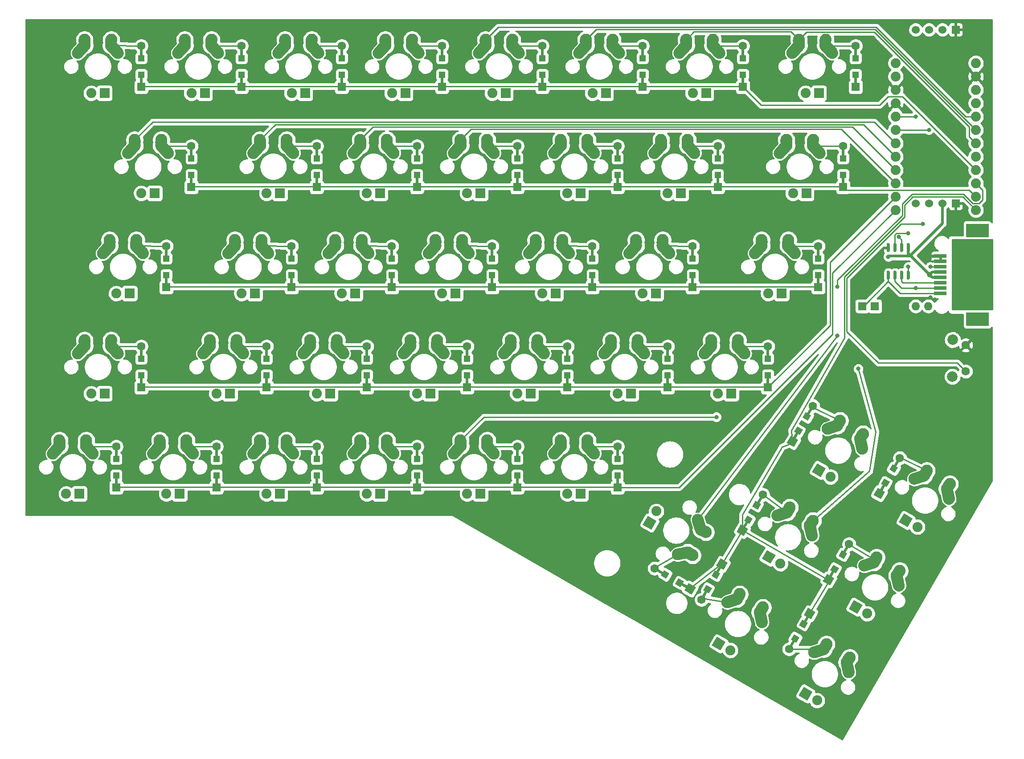
<source format=gbr>
G04 #@! TF.GenerationSoftware,KiCad,Pcbnew,(5.99.0-2039-g05a89863c)*
G04 #@! TF.CreationDate,2020-06-27T09:00:49+08:00*
G04 #@! TF.ProjectId,Keyboard-layout,4b657962-6f61-4726-942d-6c61796f7574,rev?*
G04 #@! TF.SameCoordinates,Original*
G04 #@! TF.FileFunction,Copper,L1,Top*
G04 #@! TF.FilePolarity,Positive*
%FSLAX46Y46*%
G04 Gerber Fmt 4.6, Leading zero omitted, Abs format (unit mm)*
G04 Created by KiCad (PCBNEW (5.99.0-2039-g05a89863c)) date 2020-06-27 09:00:49*
%MOMM*%
%LPD*%
G01*
G04 APERTURE LIST*
G04 #@! TA.AperFunction,ComponentPad*
%ADD10C,2.250000*%
G04 #@! TD*
G04 #@! TA.AperFunction,ComponentPad*
%ADD11R,1.905000X1.905000*%
G04 #@! TD*
G04 #@! TA.AperFunction,ComponentPad*
%ADD12C,1.905000*%
G04 #@! TD*
G04 #@! TA.AperFunction,ComponentPad*
%ADD13C,1.600000*%
G04 #@! TD*
G04 #@! TA.AperFunction,SMDPad,CuDef*
%ADD14R,0.500000X2.500000*%
G04 #@! TD*
G04 #@! TA.AperFunction,ComponentPad*
%ADD15R,1.600000X1.600000*%
G04 #@! TD*
G04 #@! TA.AperFunction,SMDPad,CuDef*
%ADD16R,1.200000X1.200000*%
G04 #@! TD*
G04 #@! TA.AperFunction,ComponentPad*
%ADD17C,1.524000*%
G04 #@! TD*
G04 #@! TA.AperFunction,ComponentPad*
%ADD18R,1.524000X1.524000*%
G04 #@! TD*
G04 #@! TA.AperFunction,ComponentPad*
%ADD19O,1.600000X1.600000*%
G04 #@! TD*
G04 #@! TA.AperFunction,ComponentPad*
%ADD20C,1.879600*%
G04 #@! TD*
G04 #@! TA.AperFunction,ComponentPad*
%ADD21C,2.000000*%
G04 #@! TD*
G04 #@! TA.AperFunction,SMDPad,CuDef*
%ADD22R,2.400000X0.700000*%
G04 #@! TD*
G04 #@! TA.AperFunction,ViaPad*
%ADD23C,0.800000*%
G04 #@! TD*
G04 #@! TA.AperFunction,ViaPad*
%ADD24C,1.000000*%
G04 #@! TD*
G04 #@! TA.AperFunction,Conductor*
%ADD25C,0.250000*%
G04 #@! TD*
G04 #@! TA.AperFunction,Conductor*
%ADD26C,0.500000*%
G04 #@! TD*
G04 #@! TA.AperFunction,Conductor*
%ADD27C,0.254000*%
G04 #@! TD*
G04 APERTURE END LIST*
D10*
X121602500Y-61595000D03*
D11*
X120332500Y-71755000D03*
D10*
X116522500Y-61595000D03*
X121562500Y-62675000D03*
G04 #@! TA.AperFunction,ComponentPad*
G36*
G01*
X121484024Y-63297260D02*
X121484024Y-63297260D01*
G75*
G02*
X120440240Y-62096524I78476J1122260D01*
G01*
X120480794Y-61516562D01*
G75*
G02*
X121681530Y-60472778I1122260J-78476D01*
G01*
X121681530Y-60472778D01*
G75*
G02*
X122725314Y-61673514I-78476J-1122260D01*
G01*
X122684760Y-62253476D01*
G75*
G02*
X121484024Y-63297260I-1122260J78476D01*
G01*
G37*
G04 #@! TD.AperFunction*
G04 #@! TA.AperFunction,ComponentPad*
G36*
G01*
X116443470Y-60472778D02*
X116443470Y-60472778D01*
G75*
G02*
X117644206Y-61516562I78476J-1122260D01*
G01*
X117684760Y-62096524D01*
G75*
G02*
X116640976Y-63297260I-1122260J-78476D01*
G01*
X116640976Y-63297260D01*
G75*
G02*
X115440240Y-62253476I-78476J1122260D01*
G01*
X115399686Y-61673514D01*
G75*
G02*
X116443470Y-60472778I1122260J78476D01*
G01*
G37*
G04 #@! TD.AperFunction*
D12*
X117792500Y-71755000D03*
G04 #@! TA.AperFunction,ComponentPad*
G36*
G01*
X114499728Y-64971038D02*
X114499728Y-64971038D01*
G75*
G02*
X114416462Y-63382228I752772J836038D01*
G01*
X115729000Y-61924508D01*
G75*
G02*
X117317810Y-61841242I836038J-752772D01*
G01*
X117317810Y-61841242D01*
G75*
G02*
X117401076Y-63430052I-752772J-836038D01*
G01*
X116088538Y-64887772D01*
G75*
G02*
X114499728Y-64971038I-836038J752772D01*
G01*
G37*
G04 #@! TD.AperFunction*
G04 #@! TA.AperFunction,ComponentPad*
G36*
G01*
X120807190Y-61841242D02*
X120807190Y-61841242D01*
G75*
G02*
X122396000Y-61924508I752772J-836038D01*
G01*
X123708538Y-63382228D01*
G75*
G02*
X123625272Y-64971038I-836038J-752772D01*
G01*
X123625272Y-64971038D01*
G75*
G02*
X122036462Y-64887772I-752772J836038D01*
G01*
X120723924Y-63430052D01*
G75*
G02*
X120807190Y-61841242I836038J752772D01*
G01*
G37*
G04 #@! TD.AperFunction*
D10*
X116562500Y-62675000D03*
G04 #@! TA.AperFunction,SMDPad,CuDef*
G36*
X141363263Y-125042494D02*
G01*
X141113263Y-125475506D01*
X138948199Y-124225506D01*
X139198199Y-123792494D01*
X141363263Y-125042494D01*
G37*
G04 #@! TD.AperFunction*
G04 #@! TA.AperFunction,SMDPad,CuDef*
G36*
X146039801Y-127742494D02*
G01*
X145789801Y-128175506D01*
X143624737Y-126925506D01*
X143874737Y-126492494D01*
X146039801Y-127742494D01*
G37*
G04 #@! TD.AperFunction*
D13*
X139116501Y-124034000D03*
G04 #@! TA.AperFunction,ComponentPad*
G36*
X146964319Y-127641180D02*
G01*
X146164319Y-129026820D01*
X144778679Y-128226820D01*
X145578679Y-126841180D01*
X146964319Y-127641180D01*
G37*
G04 #@! TD.AperFunction*
G04 #@! TA.AperFunction,SMDPad,CuDef*
G36*
X144677605Y-126551885D02*
G01*
X144077605Y-127591115D01*
X143038375Y-126991115D01*
X143638375Y-125951885D01*
X144677605Y-126551885D01*
G37*
G04 #@! TD.AperFunction*
G04 #@! TA.AperFunction,SMDPad,CuDef*
G36*
X141949625Y-124976885D02*
G01*
X141349625Y-126016115D01*
X140310395Y-125416115D01*
X140910395Y-124376885D01*
X141949625Y-124976885D01*
G37*
G04 #@! TD.AperFunction*
D14*
X174937500Y-44925000D03*
X174937500Y-50325000D03*
D13*
X174937500Y-43725000D03*
D15*
X174937500Y-51525000D03*
D16*
X174937500Y-49200000D03*
X174937500Y-46050000D03*
D14*
X177318750Y-25875000D03*
X177318750Y-31275000D03*
D13*
X177318750Y-24675000D03*
D15*
X177318750Y-32475000D03*
D16*
X177318750Y-30150000D03*
X177318750Y-27000000D03*
D14*
X36825000Y-102075000D03*
X36825000Y-107475000D03*
D13*
X36825000Y-100875000D03*
D15*
X36825000Y-108675000D03*
D16*
X36825000Y-106350000D03*
X36825000Y-103200000D03*
D14*
X127312500Y-63975000D03*
X127312500Y-69375000D03*
D13*
X127312500Y-62775000D03*
D15*
X127312500Y-70575000D03*
D16*
X127312500Y-68250000D03*
X127312500Y-65100000D03*
G04 #@! TA.AperFunction,ComponentPad*
G36*
G01*
X171490274Y-25197260D02*
X171490274Y-25197260D01*
G75*
G02*
X170446490Y-23996524I78476J1122260D01*
G01*
X170487044Y-23416562D01*
G75*
G02*
X171687780Y-22372778I1122260J-78476D01*
G01*
X171687780Y-22372778D01*
G75*
G02*
X172731564Y-23573514I-78476J-1122260D01*
G01*
X172691010Y-24153476D01*
G75*
G02*
X171490274Y-25197260I-1122260J78476D01*
G01*
G37*
G04 #@! TD.AperFunction*
G04 #@! TA.AperFunction,ComponentPad*
G36*
G01*
X166449720Y-22372778D02*
X166449720Y-22372778D01*
G75*
G02*
X167650456Y-23416562I78476J-1122260D01*
G01*
X167691010Y-23996524D01*
G75*
G02*
X166647226Y-25197260I-1122260J-78476D01*
G01*
X166647226Y-25197260D01*
G75*
G02*
X165446490Y-24153476I-78476J1122260D01*
G01*
X165405936Y-23573514D01*
G75*
G02*
X166449720Y-22372778I1122260J78476D01*
G01*
G37*
G04 #@! TD.AperFunction*
D10*
X171608750Y-23495000D03*
X166568750Y-24575000D03*
D12*
X167798750Y-33655000D03*
D10*
X171568750Y-24575000D03*
G04 #@! TA.AperFunction,ComponentPad*
G36*
G01*
X164505978Y-26871038D02*
X164505978Y-26871038D01*
G75*
G02*
X164422712Y-25282228I752772J836038D01*
G01*
X165735250Y-23824508D01*
G75*
G02*
X167324060Y-23741242I836038J-752772D01*
G01*
X167324060Y-23741242D01*
G75*
G02*
X167407326Y-25330052I-752772J-836038D01*
G01*
X166094788Y-26787772D01*
G75*
G02*
X164505978Y-26871038I-836038J752772D01*
G01*
G37*
G04 #@! TD.AperFunction*
X166528750Y-23495000D03*
G04 #@! TA.AperFunction,ComponentPad*
G36*
G01*
X170813440Y-23741242D02*
X170813440Y-23741242D01*
G75*
G02*
X172402250Y-23824508I752772J-836038D01*
G01*
X173714788Y-25282228D01*
G75*
G02*
X173631522Y-26871038I-836038J-752772D01*
G01*
X173631522Y-26871038D01*
G75*
G02*
X172042712Y-26787772I-752772J836038D01*
G01*
X170730174Y-25330052D01*
G75*
G02*
X170813440Y-23741242I836038J752772D01*
G01*
G37*
G04 #@! TD.AperFunction*
D11*
X170338750Y-33655000D03*
D10*
X35877500Y-23495000D03*
D11*
X34607500Y-33655000D03*
D10*
X30797500Y-23495000D03*
X35837500Y-24575000D03*
G04 #@! TA.AperFunction,ComponentPad*
G36*
G01*
X35759024Y-25197260D02*
X35759024Y-25197260D01*
G75*
G02*
X34715240Y-23996524I78476J1122260D01*
G01*
X34755794Y-23416562D01*
G75*
G02*
X35956530Y-22372778I1122260J-78476D01*
G01*
X35956530Y-22372778D01*
G75*
G02*
X37000314Y-23573514I-78476J-1122260D01*
G01*
X36959760Y-24153476D01*
G75*
G02*
X35759024Y-25197260I-1122260J78476D01*
G01*
G37*
G04 #@! TD.AperFunction*
G04 #@! TA.AperFunction,ComponentPad*
G36*
G01*
X30718470Y-22372778D02*
X30718470Y-22372778D01*
G75*
G02*
X31919206Y-23416562I78476J-1122260D01*
G01*
X31959760Y-23996524D01*
G75*
G02*
X30915976Y-25197260I-1122260J-78476D01*
G01*
X30915976Y-25197260D01*
G75*
G02*
X29715240Y-24153476I-78476J1122260D01*
G01*
X29674686Y-23573514D01*
G75*
G02*
X30718470Y-22372778I1122260J78476D01*
G01*
G37*
G04 #@! TD.AperFunction*
D12*
X32067500Y-33655000D03*
G04 #@! TA.AperFunction,ComponentPad*
G36*
G01*
X28774728Y-26871038D02*
X28774728Y-26871038D01*
G75*
G02*
X28691462Y-25282228I752772J836038D01*
G01*
X30004000Y-23824508D01*
G75*
G02*
X31592810Y-23741242I836038J-752772D01*
G01*
X31592810Y-23741242D01*
G75*
G02*
X31676076Y-25330052I-752772J-836038D01*
G01*
X30363538Y-26787772D01*
G75*
G02*
X28774728Y-26871038I-836038J752772D01*
G01*
G37*
G04 #@! TD.AperFunction*
G04 #@! TA.AperFunction,ComponentPad*
G36*
G01*
X35082190Y-23741242D02*
X35082190Y-23741242D01*
G75*
G02*
X36671000Y-23824508I752772J-836038D01*
G01*
X37983538Y-25282228D01*
G75*
G02*
X37900272Y-26871038I-836038J-752772D01*
G01*
X37900272Y-26871038D01*
G75*
G02*
X36311462Y-26787772I-752772J836038D01*
G01*
X34998924Y-25330052D01*
G75*
G02*
X35082190Y-23741242I836038J752772D01*
G01*
G37*
G04 #@! TD.AperFunction*
D10*
X30837500Y-24575000D03*
X150177500Y-23495000D03*
D11*
X148907500Y-33655000D03*
D10*
X145097500Y-23495000D03*
X150137500Y-24575000D03*
G04 #@! TA.AperFunction,ComponentPad*
G36*
G01*
X150059024Y-25197260D02*
X150059024Y-25197260D01*
G75*
G02*
X149015240Y-23996524I78476J1122260D01*
G01*
X149055794Y-23416562D01*
G75*
G02*
X150256530Y-22372778I1122260J-78476D01*
G01*
X150256530Y-22372778D01*
G75*
G02*
X151300314Y-23573514I-78476J-1122260D01*
G01*
X151259760Y-24153476D01*
G75*
G02*
X150059024Y-25197260I-1122260J78476D01*
G01*
G37*
G04 #@! TD.AperFunction*
G04 #@! TA.AperFunction,ComponentPad*
G36*
G01*
X145018470Y-22372778D02*
X145018470Y-22372778D01*
G75*
G02*
X146219206Y-23416562I78476J-1122260D01*
G01*
X146259760Y-23996524D01*
G75*
G02*
X145215976Y-25197260I-1122260J-78476D01*
G01*
X145215976Y-25197260D01*
G75*
G02*
X144015240Y-24153476I-78476J1122260D01*
G01*
X143974686Y-23573514D01*
G75*
G02*
X145018470Y-22372778I1122260J78476D01*
G01*
G37*
G04 #@! TD.AperFunction*
D12*
X146367500Y-33655000D03*
G04 #@! TA.AperFunction,ComponentPad*
G36*
G01*
X143074728Y-26871038D02*
X143074728Y-26871038D01*
G75*
G02*
X142991462Y-25282228I752772J836038D01*
G01*
X144304000Y-23824508D01*
G75*
G02*
X145892810Y-23741242I836038J-752772D01*
G01*
X145892810Y-23741242D01*
G75*
G02*
X145976076Y-25330052I-752772J-836038D01*
G01*
X144663538Y-26787772D01*
G75*
G02*
X143074728Y-26871038I-836038J752772D01*
G01*
G37*
G04 #@! TD.AperFunction*
G04 #@! TA.AperFunction,ComponentPad*
G36*
G01*
X149382190Y-23741242D02*
X149382190Y-23741242D01*
G75*
G02*
X150971000Y-23824508I752772J-836038D01*
G01*
X152283538Y-25282228D01*
G75*
G02*
X152200272Y-26871038I-836038J-752772D01*
G01*
X152200272Y-26871038D01*
G75*
G02*
X150611462Y-26787772I-752772J836038D01*
G01*
X149298924Y-25330052D01*
G75*
G02*
X149382190Y-23741242I836038J752772D01*
G01*
G37*
G04 #@! TD.AperFunction*
D10*
X145137500Y-24575000D03*
X131127500Y-23495000D03*
D11*
X129857500Y-33655000D03*
D10*
X126047500Y-23495000D03*
X131087500Y-24575000D03*
G04 #@! TA.AperFunction,ComponentPad*
G36*
G01*
X131009024Y-25197260D02*
X131009024Y-25197260D01*
G75*
G02*
X129965240Y-23996524I78476J1122260D01*
G01*
X130005794Y-23416562D01*
G75*
G02*
X131206530Y-22372778I1122260J-78476D01*
G01*
X131206530Y-22372778D01*
G75*
G02*
X132250314Y-23573514I-78476J-1122260D01*
G01*
X132209760Y-24153476D01*
G75*
G02*
X131009024Y-25197260I-1122260J78476D01*
G01*
G37*
G04 #@! TD.AperFunction*
G04 #@! TA.AperFunction,ComponentPad*
G36*
G01*
X125968470Y-22372778D02*
X125968470Y-22372778D01*
G75*
G02*
X127169206Y-23416562I78476J-1122260D01*
G01*
X127209760Y-23996524D01*
G75*
G02*
X126165976Y-25197260I-1122260J-78476D01*
G01*
X126165976Y-25197260D01*
G75*
G02*
X124965240Y-24153476I-78476J1122260D01*
G01*
X124924686Y-23573514D01*
G75*
G02*
X125968470Y-22372778I1122260J78476D01*
G01*
G37*
G04 #@! TD.AperFunction*
D12*
X127317500Y-33655000D03*
G04 #@! TA.AperFunction,ComponentPad*
G36*
G01*
X124024728Y-26871038D02*
X124024728Y-26871038D01*
G75*
G02*
X123941462Y-25282228I752772J836038D01*
G01*
X125254000Y-23824508D01*
G75*
G02*
X126842810Y-23741242I836038J-752772D01*
G01*
X126842810Y-23741242D01*
G75*
G02*
X126926076Y-25330052I-752772J-836038D01*
G01*
X125613538Y-26787772D01*
G75*
G02*
X124024728Y-26871038I-836038J752772D01*
G01*
G37*
G04 #@! TD.AperFunction*
G04 #@! TA.AperFunction,ComponentPad*
G36*
G01*
X130332190Y-23741242D02*
X130332190Y-23741242D01*
G75*
G02*
X131921000Y-23824508I752772J-836038D01*
G01*
X133233538Y-25282228D01*
G75*
G02*
X133150272Y-26871038I-836038J-752772D01*
G01*
X133150272Y-26871038D01*
G75*
G02*
X131561462Y-26787772I-752772J836038D01*
G01*
X130248924Y-25330052D01*
G75*
G02*
X130332190Y-23741242I836038J752772D01*
G01*
G37*
G04 #@! TD.AperFunction*
D10*
X126087500Y-24575000D03*
X112077500Y-23495000D03*
D11*
X110807500Y-33655000D03*
D10*
X106997500Y-23495000D03*
X112037500Y-24575000D03*
G04 #@! TA.AperFunction,ComponentPad*
G36*
G01*
X111959024Y-25197260D02*
X111959024Y-25197260D01*
G75*
G02*
X110915240Y-23996524I78476J1122260D01*
G01*
X110955794Y-23416562D01*
G75*
G02*
X112156530Y-22372778I1122260J-78476D01*
G01*
X112156530Y-22372778D01*
G75*
G02*
X113200314Y-23573514I-78476J-1122260D01*
G01*
X113159760Y-24153476D01*
G75*
G02*
X111959024Y-25197260I-1122260J78476D01*
G01*
G37*
G04 #@! TD.AperFunction*
G04 #@! TA.AperFunction,ComponentPad*
G36*
G01*
X106918470Y-22372778D02*
X106918470Y-22372778D01*
G75*
G02*
X108119206Y-23416562I78476J-1122260D01*
G01*
X108159760Y-23996524D01*
G75*
G02*
X107115976Y-25197260I-1122260J-78476D01*
G01*
X107115976Y-25197260D01*
G75*
G02*
X105915240Y-24153476I-78476J1122260D01*
G01*
X105874686Y-23573514D01*
G75*
G02*
X106918470Y-22372778I1122260J78476D01*
G01*
G37*
G04 #@! TD.AperFunction*
D12*
X108267500Y-33655000D03*
G04 #@! TA.AperFunction,ComponentPad*
G36*
G01*
X104974728Y-26871038D02*
X104974728Y-26871038D01*
G75*
G02*
X104891462Y-25282228I752772J836038D01*
G01*
X106204000Y-23824508D01*
G75*
G02*
X107792810Y-23741242I836038J-752772D01*
G01*
X107792810Y-23741242D01*
G75*
G02*
X107876076Y-25330052I-752772J-836038D01*
G01*
X106563538Y-26787772D01*
G75*
G02*
X104974728Y-26871038I-836038J752772D01*
G01*
G37*
G04 #@! TD.AperFunction*
G04 #@! TA.AperFunction,ComponentPad*
G36*
G01*
X111282190Y-23741242D02*
X111282190Y-23741242D01*
G75*
G02*
X112871000Y-23824508I752772J-836038D01*
G01*
X114183538Y-25282228D01*
G75*
G02*
X114100272Y-26871038I-836038J-752772D01*
G01*
X114100272Y-26871038D01*
G75*
G02*
X112511462Y-26787772I-752772J836038D01*
G01*
X111198924Y-25330052D01*
G75*
G02*
X111282190Y-23741242I836038J752772D01*
G01*
G37*
G04 #@! TD.AperFunction*
D10*
X107037500Y-24575000D03*
X93027500Y-23495000D03*
D11*
X91757500Y-33655000D03*
D10*
X87947500Y-23495000D03*
X92987500Y-24575000D03*
G04 #@! TA.AperFunction,ComponentPad*
G36*
G01*
X92909024Y-25197260D02*
X92909024Y-25197260D01*
G75*
G02*
X91865240Y-23996524I78476J1122260D01*
G01*
X91905794Y-23416562D01*
G75*
G02*
X93106530Y-22372778I1122260J-78476D01*
G01*
X93106530Y-22372778D01*
G75*
G02*
X94150314Y-23573514I-78476J-1122260D01*
G01*
X94109760Y-24153476D01*
G75*
G02*
X92909024Y-25197260I-1122260J78476D01*
G01*
G37*
G04 #@! TD.AperFunction*
G04 #@! TA.AperFunction,ComponentPad*
G36*
G01*
X87868470Y-22372778D02*
X87868470Y-22372778D01*
G75*
G02*
X89069206Y-23416562I78476J-1122260D01*
G01*
X89109760Y-23996524D01*
G75*
G02*
X88065976Y-25197260I-1122260J-78476D01*
G01*
X88065976Y-25197260D01*
G75*
G02*
X86865240Y-24153476I-78476J1122260D01*
G01*
X86824686Y-23573514D01*
G75*
G02*
X87868470Y-22372778I1122260J78476D01*
G01*
G37*
G04 #@! TD.AperFunction*
D12*
X89217500Y-33655000D03*
G04 #@! TA.AperFunction,ComponentPad*
G36*
G01*
X85924728Y-26871038D02*
X85924728Y-26871038D01*
G75*
G02*
X85841462Y-25282228I752772J836038D01*
G01*
X87154000Y-23824508D01*
G75*
G02*
X88742810Y-23741242I836038J-752772D01*
G01*
X88742810Y-23741242D01*
G75*
G02*
X88826076Y-25330052I-752772J-836038D01*
G01*
X87513538Y-26787772D01*
G75*
G02*
X85924728Y-26871038I-836038J752772D01*
G01*
G37*
G04 #@! TD.AperFunction*
G04 #@! TA.AperFunction,ComponentPad*
G36*
G01*
X92232190Y-23741242D02*
X92232190Y-23741242D01*
G75*
G02*
X93821000Y-23824508I752772J-836038D01*
G01*
X95133538Y-25282228D01*
G75*
G02*
X95050272Y-26871038I-836038J-752772D01*
G01*
X95050272Y-26871038D01*
G75*
G02*
X93461462Y-26787772I-752772J836038D01*
G01*
X92148924Y-25330052D01*
G75*
G02*
X92232190Y-23741242I836038J752772D01*
G01*
G37*
G04 #@! TD.AperFunction*
D10*
X87987500Y-24575000D03*
X73977500Y-23495000D03*
D11*
X72707500Y-33655000D03*
D10*
X68897500Y-23495000D03*
X73937500Y-24575000D03*
G04 #@! TA.AperFunction,ComponentPad*
G36*
G01*
X73859024Y-25197260D02*
X73859024Y-25197260D01*
G75*
G02*
X72815240Y-23996524I78476J1122260D01*
G01*
X72855794Y-23416562D01*
G75*
G02*
X74056530Y-22372778I1122260J-78476D01*
G01*
X74056530Y-22372778D01*
G75*
G02*
X75100314Y-23573514I-78476J-1122260D01*
G01*
X75059760Y-24153476D01*
G75*
G02*
X73859024Y-25197260I-1122260J78476D01*
G01*
G37*
G04 #@! TD.AperFunction*
G04 #@! TA.AperFunction,ComponentPad*
G36*
G01*
X68818470Y-22372778D02*
X68818470Y-22372778D01*
G75*
G02*
X70019206Y-23416562I78476J-1122260D01*
G01*
X70059760Y-23996524D01*
G75*
G02*
X69015976Y-25197260I-1122260J-78476D01*
G01*
X69015976Y-25197260D01*
G75*
G02*
X67815240Y-24153476I-78476J1122260D01*
G01*
X67774686Y-23573514D01*
G75*
G02*
X68818470Y-22372778I1122260J78476D01*
G01*
G37*
G04 #@! TD.AperFunction*
D12*
X70167500Y-33655000D03*
G04 #@! TA.AperFunction,ComponentPad*
G36*
G01*
X66874728Y-26871038D02*
X66874728Y-26871038D01*
G75*
G02*
X66791462Y-25282228I752772J836038D01*
G01*
X68104000Y-23824508D01*
G75*
G02*
X69692810Y-23741242I836038J-752772D01*
G01*
X69692810Y-23741242D01*
G75*
G02*
X69776076Y-25330052I-752772J-836038D01*
G01*
X68463538Y-26787772D01*
G75*
G02*
X66874728Y-26871038I-836038J752772D01*
G01*
G37*
G04 #@! TD.AperFunction*
G04 #@! TA.AperFunction,ComponentPad*
G36*
G01*
X73182190Y-23741242D02*
X73182190Y-23741242D01*
G75*
G02*
X74771000Y-23824508I752772J-836038D01*
G01*
X76083538Y-25282228D01*
G75*
G02*
X76000272Y-26871038I-836038J-752772D01*
G01*
X76000272Y-26871038D01*
G75*
G02*
X74411462Y-26787772I-752772J836038D01*
G01*
X73098924Y-25330052D01*
G75*
G02*
X73182190Y-23741242I836038J752772D01*
G01*
G37*
G04 #@! TD.AperFunction*
D10*
X68937500Y-24575000D03*
X54927500Y-23495000D03*
D11*
X53657500Y-33655000D03*
D10*
X49847500Y-23495000D03*
X54887500Y-24575000D03*
G04 #@! TA.AperFunction,ComponentPad*
G36*
G01*
X54809024Y-25197260D02*
X54809024Y-25197260D01*
G75*
G02*
X53765240Y-23996524I78476J1122260D01*
G01*
X53805794Y-23416562D01*
G75*
G02*
X55006530Y-22372778I1122260J-78476D01*
G01*
X55006530Y-22372778D01*
G75*
G02*
X56050314Y-23573514I-78476J-1122260D01*
G01*
X56009760Y-24153476D01*
G75*
G02*
X54809024Y-25197260I-1122260J78476D01*
G01*
G37*
G04 #@! TD.AperFunction*
G04 #@! TA.AperFunction,ComponentPad*
G36*
G01*
X49768470Y-22372778D02*
X49768470Y-22372778D01*
G75*
G02*
X50969206Y-23416562I78476J-1122260D01*
G01*
X51009760Y-23996524D01*
G75*
G02*
X49965976Y-25197260I-1122260J-78476D01*
G01*
X49965976Y-25197260D01*
G75*
G02*
X48765240Y-24153476I-78476J1122260D01*
G01*
X48724686Y-23573514D01*
G75*
G02*
X49768470Y-22372778I1122260J78476D01*
G01*
G37*
G04 #@! TD.AperFunction*
D12*
X51117500Y-33655000D03*
G04 #@! TA.AperFunction,ComponentPad*
G36*
G01*
X47824728Y-26871038D02*
X47824728Y-26871038D01*
G75*
G02*
X47741462Y-25282228I752772J836038D01*
G01*
X49054000Y-23824508D01*
G75*
G02*
X50642810Y-23741242I836038J-752772D01*
G01*
X50642810Y-23741242D01*
G75*
G02*
X50726076Y-25330052I-752772J-836038D01*
G01*
X49413538Y-26787772D01*
G75*
G02*
X47824728Y-26871038I-836038J752772D01*
G01*
G37*
G04 #@! TD.AperFunction*
G04 #@! TA.AperFunction,ComponentPad*
G36*
G01*
X54132190Y-23741242D02*
X54132190Y-23741242D01*
G75*
G02*
X55721000Y-23824508I752772J-836038D01*
G01*
X57033538Y-25282228D01*
G75*
G02*
X56950272Y-26871038I-836038J-752772D01*
G01*
X56950272Y-26871038D01*
G75*
G02*
X55361462Y-26787772I-752772J836038D01*
G01*
X54048924Y-25330052D01*
G75*
G02*
X54132190Y-23741242I836038J752772D01*
G01*
G37*
G04 #@! TD.AperFunction*
D10*
X49887500Y-24575000D03*
D14*
X41587500Y-25875000D03*
X41587500Y-31275000D03*
D13*
X41587500Y-24675000D03*
D15*
X41587500Y-32475000D03*
D16*
X41587500Y-30150000D03*
X41587500Y-27000000D03*
D14*
X60637500Y-25875000D03*
X60637500Y-31275000D03*
D13*
X60637500Y-24675000D03*
D15*
X60637500Y-32475000D03*
D16*
X60637500Y-30150000D03*
X60637500Y-27000000D03*
G04 #@! TA.AperFunction,ComponentPad*
G36*
G01*
X45284024Y-44247260D02*
X45284024Y-44247260D01*
G75*
G02*
X44240240Y-43046524I78476J1122260D01*
G01*
X44280794Y-42466562D01*
G75*
G02*
X45481530Y-41422778I1122260J-78476D01*
G01*
X45481530Y-41422778D01*
G75*
G02*
X46525314Y-42623514I-78476J-1122260D01*
G01*
X46484760Y-43203476D01*
G75*
G02*
X45284024Y-44247260I-1122260J78476D01*
G01*
G37*
G04 #@! TD.AperFunction*
G04 #@! TA.AperFunction,ComponentPad*
G36*
G01*
X40243470Y-41422778D02*
X40243470Y-41422778D01*
G75*
G02*
X41444206Y-42466562I78476J-1122260D01*
G01*
X41484760Y-43046524D01*
G75*
G02*
X40440976Y-44247260I-1122260J-78476D01*
G01*
X40440976Y-44247260D01*
G75*
G02*
X39240240Y-43203476I-78476J1122260D01*
G01*
X39199686Y-42623514D01*
G75*
G02*
X40243470Y-41422778I1122260J78476D01*
G01*
G37*
G04 #@! TD.AperFunction*
D10*
X45402500Y-42545000D03*
X40362500Y-43625000D03*
D12*
X41592500Y-52705000D03*
D10*
X45362500Y-43625000D03*
G04 #@! TA.AperFunction,ComponentPad*
G36*
G01*
X38299728Y-45921038D02*
X38299728Y-45921038D01*
G75*
G02*
X38216462Y-44332228I752772J836038D01*
G01*
X39529000Y-42874508D01*
G75*
G02*
X41117810Y-42791242I836038J-752772D01*
G01*
X41117810Y-42791242D01*
G75*
G02*
X41201076Y-44380052I-752772J-836038D01*
G01*
X39888538Y-45837772D01*
G75*
G02*
X38299728Y-45921038I-836038J752772D01*
G01*
G37*
G04 #@! TD.AperFunction*
X40322500Y-42545000D03*
G04 #@! TA.AperFunction,ComponentPad*
G36*
G01*
X44607190Y-42791242D02*
X44607190Y-42791242D01*
G75*
G02*
X46196000Y-42874508I752772J-836038D01*
G01*
X47508538Y-44332228D01*
G75*
G02*
X47425272Y-45921038I-836038J-752772D01*
G01*
X47425272Y-45921038D01*
G75*
G02*
X45836462Y-45837772I-752772J836038D01*
G01*
X44523924Y-44380052D01*
G75*
G02*
X44607190Y-42791242I836038J752772D01*
G01*
G37*
G04 #@! TD.AperFunction*
D11*
X44132500Y-52705000D03*
G04 #@! TA.AperFunction,ComponentPad*
G36*
G01*
X35759024Y-82347260D02*
X35759024Y-82347260D01*
G75*
G02*
X34715240Y-81146524I78476J1122260D01*
G01*
X34755794Y-80566562D01*
G75*
G02*
X35956530Y-79522778I1122260J-78476D01*
G01*
X35956530Y-79522778D01*
G75*
G02*
X37000314Y-80723514I-78476J-1122260D01*
G01*
X36959760Y-81303476D01*
G75*
G02*
X35759024Y-82347260I-1122260J78476D01*
G01*
G37*
G04 #@! TD.AperFunction*
G04 #@! TA.AperFunction,ComponentPad*
G36*
G01*
X30718470Y-79522778D02*
X30718470Y-79522778D01*
G75*
G02*
X31919206Y-80566562I78476J-1122260D01*
G01*
X31959760Y-81146524D01*
G75*
G02*
X30915976Y-82347260I-1122260J-78476D01*
G01*
X30915976Y-82347260D01*
G75*
G02*
X29715240Y-81303476I-78476J1122260D01*
G01*
X29674686Y-80723514D01*
G75*
G02*
X30718470Y-79522778I1122260J78476D01*
G01*
G37*
G04 #@! TD.AperFunction*
D10*
X35877500Y-80645000D03*
X30837500Y-81725000D03*
D12*
X32067500Y-90805000D03*
D10*
X35837500Y-81725000D03*
G04 #@! TA.AperFunction,ComponentPad*
G36*
G01*
X28774728Y-84021038D02*
X28774728Y-84021038D01*
G75*
G02*
X28691462Y-82432228I752772J836038D01*
G01*
X30004000Y-80974508D01*
G75*
G02*
X31592810Y-80891242I836038J-752772D01*
G01*
X31592810Y-80891242D01*
G75*
G02*
X31676076Y-82480052I-752772J-836038D01*
G01*
X30363538Y-83937772D01*
G75*
G02*
X28774728Y-84021038I-836038J752772D01*
G01*
G37*
G04 #@! TD.AperFunction*
X30797500Y-80645000D03*
G04 #@! TA.AperFunction,ComponentPad*
G36*
G01*
X35082190Y-80891242D02*
X35082190Y-80891242D01*
G75*
G02*
X36671000Y-80974508I752772J-836038D01*
G01*
X37983538Y-82432228D01*
G75*
G02*
X37900272Y-84021038I-836038J-752772D01*
G01*
X37900272Y-84021038D01*
G75*
G02*
X36311462Y-83937772I-752772J836038D01*
G01*
X34998924Y-82480052D01*
G75*
G02*
X35082190Y-80891242I836038J752772D01*
G01*
G37*
G04 #@! TD.AperFunction*
D11*
X34607500Y-90805000D03*
G04 #@! TA.AperFunction,ComponentPad*
G36*
G01*
X169109024Y-44247260D02*
X169109024Y-44247260D01*
G75*
G02*
X168065240Y-43046524I78476J1122260D01*
G01*
X168105794Y-42466562D01*
G75*
G02*
X169306530Y-41422778I1122260J-78476D01*
G01*
X169306530Y-41422778D01*
G75*
G02*
X170350314Y-42623514I-78476J-1122260D01*
G01*
X170309760Y-43203476D01*
G75*
G02*
X169109024Y-44247260I-1122260J78476D01*
G01*
G37*
G04 #@! TD.AperFunction*
G04 #@! TA.AperFunction,ComponentPad*
G36*
G01*
X164068470Y-41422778D02*
X164068470Y-41422778D01*
G75*
G02*
X165269206Y-42466562I78476J-1122260D01*
G01*
X165309760Y-43046524D01*
G75*
G02*
X164265976Y-44247260I-1122260J-78476D01*
G01*
X164265976Y-44247260D01*
G75*
G02*
X163065240Y-43203476I-78476J1122260D01*
G01*
X163024686Y-42623514D01*
G75*
G02*
X164068470Y-41422778I1122260J78476D01*
G01*
G37*
G04 #@! TD.AperFunction*
D10*
X169227500Y-42545000D03*
X164187500Y-43625000D03*
D12*
X165417500Y-52705000D03*
D10*
X169187500Y-43625000D03*
G04 #@! TA.AperFunction,ComponentPad*
G36*
G01*
X162124728Y-45921038D02*
X162124728Y-45921038D01*
G75*
G02*
X162041462Y-44332228I752772J836038D01*
G01*
X163354000Y-42874508D01*
G75*
G02*
X164942810Y-42791242I836038J-752772D01*
G01*
X164942810Y-42791242D01*
G75*
G02*
X165026076Y-44380052I-752772J-836038D01*
G01*
X163713538Y-45837772D01*
G75*
G02*
X162124728Y-45921038I-836038J752772D01*
G01*
G37*
G04 #@! TD.AperFunction*
X164147500Y-42545000D03*
G04 #@! TA.AperFunction,ComponentPad*
G36*
G01*
X168432190Y-42791242D02*
X168432190Y-42791242D01*
G75*
G02*
X170021000Y-42874508I752772J-836038D01*
G01*
X171333538Y-44332228D01*
G75*
G02*
X171250272Y-45921038I-836038J-752772D01*
G01*
X171250272Y-45921038D01*
G75*
G02*
X169661462Y-45837772I-752772J836038D01*
G01*
X168348924Y-44380052D01*
G75*
G02*
X168432190Y-42791242I836038J752772D01*
G01*
G37*
G04 #@! TD.AperFunction*
D11*
X167957500Y-52705000D03*
D10*
X31115000Y-99695000D03*
D11*
X29845000Y-109855000D03*
D10*
X26035000Y-99695000D03*
X31075000Y-100775000D03*
G04 #@! TA.AperFunction,ComponentPad*
G36*
G01*
X30996524Y-101397260D02*
X30996524Y-101397260D01*
G75*
G02*
X29952740Y-100196524I78476J1122260D01*
G01*
X29993294Y-99616562D01*
G75*
G02*
X31194030Y-98572778I1122260J-78476D01*
G01*
X31194030Y-98572778D01*
G75*
G02*
X32237814Y-99773514I-78476J-1122260D01*
G01*
X32197260Y-100353476D01*
G75*
G02*
X30996524Y-101397260I-1122260J78476D01*
G01*
G37*
G04 #@! TD.AperFunction*
G04 #@! TA.AperFunction,ComponentPad*
G36*
G01*
X25955970Y-98572778D02*
X25955970Y-98572778D01*
G75*
G02*
X27156706Y-99616562I78476J-1122260D01*
G01*
X27197260Y-100196524D01*
G75*
G02*
X26153476Y-101397260I-1122260J-78476D01*
G01*
X26153476Y-101397260D01*
G75*
G02*
X24952740Y-100353476I-78476J1122260D01*
G01*
X24912186Y-99773514D01*
G75*
G02*
X25955970Y-98572778I1122260J78476D01*
G01*
G37*
G04 #@! TD.AperFunction*
D12*
X27305000Y-109855000D03*
G04 #@! TA.AperFunction,ComponentPad*
G36*
G01*
X24012228Y-103071038D02*
X24012228Y-103071038D01*
G75*
G02*
X23928962Y-101482228I752772J836038D01*
G01*
X25241500Y-100024508D01*
G75*
G02*
X26830310Y-99941242I836038J-752772D01*
G01*
X26830310Y-99941242D01*
G75*
G02*
X26913576Y-101530052I-752772J-836038D01*
G01*
X25601038Y-102987772D01*
G75*
G02*
X24012228Y-103071038I-836038J752772D01*
G01*
G37*
G04 #@! TD.AperFunction*
G04 #@! TA.AperFunction,ComponentPad*
G36*
G01*
X30319690Y-99941242D02*
X30319690Y-99941242D01*
G75*
G02*
X31908500Y-100024508I752772J-836038D01*
G01*
X33221038Y-101482228D01*
G75*
G02*
X33137772Y-103071038I-836038J-752772D01*
G01*
X33137772Y-103071038D01*
G75*
G02*
X31548962Y-102987772I-752772J836038D01*
G01*
X30236424Y-101530052D01*
G75*
G02*
X30319690Y-99941242I836038J752772D01*
G01*
G37*
G04 #@! TD.AperFunction*
D10*
X26075000Y-100775000D03*
D17*
X188722000Y-21590000D03*
X191262000Y-21590000D03*
X193802000Y-21590000D03*
D18*
X196342000Y-21590000D03*
D19*
X191135000Y-74168000D03*
D15*
X180975000Y-74168000D03*
D19*
X188722000Y-74168000D03*
D15*
X178562000Y-74168000D03*
G04 #@! TA.AperFunction,SMDPad,CuDef*
G36*
G01*
X187175000Y-67459000D02*
X187475000Y-67459000D01*
G75*
G02*
X187625000Y-67609000I0J-150000D01*
G01*
X187625000Y-68959000D01*
G75*
G02*
X187475000Y-69109000I-150000J0D01*
G01*
X187175000Y-69109000D01*
G75*
G02*
X187025000Y-68959000I0J150000D01*
G01*
X187025000Y-67609000D01*
G75*
G02*
X187175000Y-67459000I150000J0D01*
G01*
G37*
G04 #@! TD.AperFunction*
G04 #@! TA.AperFunction,SMDPad,CuDef*
G36*
G01*
X185905000Y-67459000D02*
X186205000Y-67459000D01*
G75*
G02*
X186355000Y-67609000I0J-150000D01*
G01*
X186355000Y-68959000D01*
G75*
G02*
X186205000Y-69109000I-150000J0D01*
G01*
X185905000Y-69109000D01*
G75*
G02*
X185755000Y-68959000I0J150000D01*
G01*
X185755000Y-67609000D01*
G75*
G02*
X185905000Y-67459000I150000J0D01*
G01*
G37*
G04 #@! TD.AperFunction*
G04 #@! TA.AperFunction,SMDPad,CuDef*
G36*
G01*
X184635000Y-67459000D02*
X184935000Y-67459000D01*
G75*
G02*
X185085000Y-67609000I0J-150000D01*
G01*
X185085000Y-68959000D01*
G75*
G02*
X184935000Y-69109000I-150000J0D01*
G01*
X184635000Y-69109000D01*
G75*
G02*
X184485000Y-68959000I0J150000D01*
G01*
X184485000Y-67609000D01*
G75*
G02*
X184635000Y-67459000I150000J0D01*
G01*
G37*
G04 #@! TD.AperFunction*
G04 #@! TA.AperFunction,SMDPad,CuDef*
G36*
G01*
X183365000Y-67459000D02*
X183665000Y-67459000D01*
G75*
G02*
X183815000Y-67609000I0J-150000D01*
G01*
X183815000Y-68959000D01*
G75*
G02*
X183665000Y-69109000I-150000J0D01*
G01*
X183365000Y-69109000D01*
G75*
G02*
X183215000Y-68959000I0J150000D01*
G01*
X183215000Y-67609000D01*
G75*
G02*
X183365000Y-67459000I150000J0D01*
G01*
G37*
G04 #@! TD.AperFunction*
G04 #@! TA.AperFunction,SMDPad,CuDef*
G36*
G01*
X183365000Y-62209000D02*
X183665000Y-62209000D01*
G75*
G02*
X183815000Y-62359000I0J-150000D01*
G01*
X183815000Y-63709000D01*
G75*
G02*
X183665000Y-63859000I-150000J0D01*
G01*
X183365000Y-63859000D01*
G75*
G02*
X183215000Y-63709000I0J150000D01*
G01*
X183215000Y-62359000D01*
G75*
G02*
X183365000Y-62209000I150000J0D01*
G01*
G37*
G04 #@! TD.AperFunction*
G04 #@! TA.AperFunction,SMDPad,CuDef*
G36*
G01*
X184635000Y-62209000D02*
X184935000Y-62209000D01*
G75*
G02*
X185085000Y-62359000I0J-150000D01*
G01*
X185085000Y-63709000D01*
G75*
G02*
X184935000Y-63859000I-150000J0D01*
G01*
X184635000Y-63859000D01*
G75*
G02*
X184485000Y-63709000I0J150000D01*
G01*
X184485000Y-62359000D01*
G75*
G02*
X184635000Y-62209000I150000J0D01*
G01*
G37*
G04 #@! TD.AperFunction*
G04 #@! TA.AperFunction,SMDPad,CuDef*
G36*
G01*
X185905000Y-62209000D02*
X186205000Y-62209000D01*
G75*
G02*
X186355000Y-62359000I0J-150000D01*
G01*
X186355000Y-63709000D01*
G75*
G02*
X186205000Y-63859000I-150000J0D01*
G01*
X185905000Y-63859000D01*
G75*
G02*
X185755000Y-63709000I0J150000D01*
G01*
X185755000Y-62359000D01*
G75*
G02*
X185905000Y-62209000I150000J0D01*
G01*
G37*
G04 #@! TD.AperFunction*
G04 #@! TA.AperFunction,SMDPad,CuDef*
G36*
G01*
X187175000Y-62209000D02*
X187475000Y-62209000D01*
G75*
G02*
X187625000Y-62359000I0J-150000D01*
G01*
X187625000Y-63709000D01*
G75*
G02*
X187475000Y-63859000I-150000J0D01*
G01*
X187175000Y-63859000D01*
G75*
G02*
X187025000Y-63709000I0J150000D01*
G01*
X187025000Y-62359000D01*
G75*
G02*
X187175000Y-62209000I150000J0D01*
G01*
G37*
G04 #@! TD.AperFunction*
D20*
X200152000Y-27940000D03*
X200152000Y-30480000D03*
X200152000Y-33020000D03*
X200152000Y-35560000D03*
X200152000Y-38100000D03*
X200152000Y-40640000D03*
X200152000Y-43180000D03*
X200152000Y-45720000D03*
X200152000Y-48260000D03*
X200152000Y-50800000D03*
X200152000Y-53340000D03*
X200152000Y-55880000D03*
X184912000Y-55880000D03*
X184912000Y-53340000D03*
X184912000Y-50800000D03*
X184912000Y-48260000D03*
X184912000Y-45720000D03*
X184912000Y-43180000D03*
X184912000Y-40640000D03*
X184912000Y-38100000D03*
X184912000Y-35560000D03*
X184912000Y-33020000D03*
X184912000Y-30480000D03*
X184912000Y-27940000D03*
D17*
X188722000Y-54610000D03*
X191262000Y-54610000D03*
X193802000Y-54610000D03*
D18*
X196342000Y-54610000D03*
D21*
X195697000Y-87574000D03*
X195747000Y-80574000D03*
D13*
X198247000Y-86574000D03*
X198247000Y-81574000D03*
D22*
X193405000Y-71769000D03*
X193405000Y-70749000D03*
X193405000Y-69729000D03*
X193405000Y-68709000D03*
X193405000Y-67689000D03*
X193405000Y-66669000D03*
X193405000Y-65649000D03*
X193405000Y-64629000D03*
G04 #@! TA.AperFunction,WasherPad*
G36*
G01*
X203322000Y-74994000D02*
X195738000Y-74994000D01*
G75*
G02*
X195580000Y-74836000I0J158000D01*
G01*
X195580000Y-61562000D01*
G75*
G02*
X195738000Y-61404000I158000J0D01*
G01*
X203322000Y-61404000D01*
G75*
G02*
X203480000Y-61562000I0J-158000D01*
G01*
X203480000Y-74836000D01*
G75*
G02*
X203322000Y-74994000I-158000J0D01*
G01*
G37*
G04 #@! TD.AperFunction*
G04 #@! TA.AperFunction,ComponentPad*
G36*
G01*
X202579000Y-61049000D02*
X198381000Y-61049000D01*
G75*
G02*
X198330000Y-60998000I0J51000D01*
G01*
X198330000Y-58550000D01*
G75*
G02*
X198381000Y-58499000I51000J0D01*
G01*
X202579000Y-58499000D01*
G75*
G02*
X202630000Y-58550000I0J-51000D01*
G01*
X202630000Y-60998000D01*
G75*
G02*
X202579000Y-61049000I-51000J0D01*
G01*
G37*
G04 #@! TD.AperFunction*
G04 #@! TA.AperFunction,ComponentPad*
G36*
G01*
X202579000Y-77899000D02*
X198381000Y-77899000D01*
G75*
G02*
X198330000Y-77848000I0J51000D01*
G01*
X198330000Y-75400000D01*
G75*
G02*
X198381000Y-75349000I51000J0D01*
G01*
X202579000Y-75349000D01*
G75*
G02*
X202630000Y-75400000I0J-51000D01*
G01*
X202630000Y-77848000D01*
G75*
G02*
X202579000Y-77899000I-51000J0D01*
G01*
G37*
G04 #@! TD.AperFunction*
G04 #@! TA.AperFunction,ComponentPad*
G36*
G01*
X198381000Y-58499000D02*
X202579000Y-58499000D01*
G75*
G02*
X202630000Y-58550000I0J-51000D01*
G01*
X202630000Y-60998000D01*
G75*
G02*
X202579000Y-61049000I-51000J0D01*
G01*
X198381000Y-61049000D01*
G75*
G02*
X198330000Y-60998000I0J51000D01*
G01*
X198330000Y-58550000D01*
G75*
G02*
X198381000Y-58499000I51000J0D01*
G01*
G37*
G04 #@! TD.AperFunction*
G04 #@! TA.AperFunction,ComponentPad*
G36*
G01*
X198381000Y-75349000D02*
X202579000Y-75349000D01*
G75*
G02*
X202630000Y-75400000I0J-51000D01*
G01*
X202630000Y-77848000D01*
G75*
G02*
X202579000Y-77899000I-51000J0D01*
G01*
X198381000Y-77899000D01*
G75*
G02*
X198330000Y-77848000I0J51000D01*
G01*
X198330000Y-75400000D01*
G75*
G02*
X198381000Y-75349000I51000J0D01*
G01*
G37*
G04 #@! TD.AperFunction*
G04 #@! TA.AperFunction,WasherPad*
G36*
G01*
X195738000Y-61404000D02*
X203322000Y-61404000D01*
G75*
G02*
X203480000Y-61562000I0J-158000D01*
G01*
X203480000Y-74836000D01*
G75*
G02*
X203322000Y-74994000I-158000J0D01*
G01*
X195738000Y-74994000D01*
G75*
G02*
X195580000Y-74836000I0J158000D01*
G01*
X195580000Y-61562000D01*
G75*
G02*
X195738000Y-61404000I158000J0D01*
G01*
G37*
G04 #@! TD.AperFunction*
G04 #@! TA.AperFunction,ComponentPad*
G36*
G01*
X164397324Y-63297260D02*
X164397324Y-63297260D01*
G75*
G02*
X163353540Y-62096524I78476J1122260D01*
G01*
X163394094Y-61516562D01*
G75*
G02*
X164594830Y-60472778I1122260J-78476D01*
G01*
X164594830Y-60472778D01*
G75*
G02*
X165638614Y-61673514I-78476J-1122260D01*
G01*
X165598060Y-62253476D01*
G75*
G02*
X164397324Y-63297260I-1122260J78476D01*
G01*
G37*
G04 #@! TD.AperFunction*
G04 #@! TA.AperFunction,ComponentPad*
G36*
G01*
X159356770Y-60472778D02*
X159356770Y-60472778D01*
G75*
G02*
X160557506Y-61516562I78476J-1122260D01*
G01*
X160598060Y-62096524D01*
G75*
G02*
X159554276Y-63297260I-1122260J-78476D01*
G01*
X159554276Y-63297260D01*
G75*
G02*
X158353540Y-62253476I-78476J1122260D01*
G01*
X158312986Y-61673514D01*
G75*
G02*
X159356770Y-60472778I1122260J78476D01*
G01*
G37*
G04 #@! TD.AperFunction*
D10*
X164515800Y-61595000D03*
X159475800Y-62675000D03*
D12*
X160705800Y-71755000D03*
D10*
X164475800Y-62675000D03*
G04 #@! TA.AperFunction,ComponentPad*
G36*
G01*
X157413028Y-64971038D02*
X157413028Y-64971038D01*
G75*
G02*
X157329762Y-63382228I752772J836038D01*
G01*
X158642300Y-61924508D01*
G75*
G02*
X160231110Y-61841242I836038J-752772D01*
G01*
X160231110Y-61841242D01*
G75*
G02*
X160314376Y-63430052I-752772J-836038D01*
G01*
X159001838Y-64887772D01*
G75*
G02*
X157413028Y-64971038I-836038J752772D01*
G01*
G37*
G04 #@! TD.AperFunction*
X159435800Y-61595000D03*
G04 #@! TA.AperFunction,ComponentPad*
G36*
G01*
X163720490Y-61841242D02*
X163720490Y-61841242D01*
G75*
G02*
X165309300Y-61924508I752772J-836038D01*
G01*
X166621838Y-63382228D01*
G75*
G02*
X166538572Y-64971038I-836038J-752772D01*
G01*
X166538572Y-64971038D01*
G75*
G02*
X164949762Y-64887772I-752772J836038D01*
G01*
X163637224Y-63430052D01*
G75*
G02*
X163720490Y-61841242I836038J752772D01*
G01*
G37*
G04 #@! TD.AperFunction*
D11*
X163245800Y-71755000D03*
D10*
X181303079Y-121953375D03*
G04 #@! TA.AperFunction,ComponentPad*
G36*
X178624071Y-131038554D02*
G01*
X177671571Y-132688332D01*
X176021793Y-131735832D01*
X176974293Y-130086054D01*
X178624071Y-131038554D01*
G37*
G04 #@! TD.AperFunction*
X185702489Y-124493375D03*
X180797720Y-122908682D03*
G04 #@! TA.AperFunction,ComponentPad*
G36*
G01*
X180554552Y-123486813D02*
X180554552Y-123486813D01*
G75*
G02*
X180036577Y-121982502I493168J1011143D01*
G01*
X180291437Y-121459962D01*
G75*
G02*
X181795748Y-120941987I1011143J-493168D01*
G01*
X181795748Y-120941987D01*
G75*
G02*
X182313723Y-122446298I-493168J-1011143D01*
G01*
X182058863Y-122968838D01*
G75*
G02*
X180554552Y-123486813I-1011143J493168D01*
G01*
G37*
G04 #@! TD.AperFunction*
G04 #@! TA.AperFunction,ComponentPad*
G36*
G01*
X186332042Y-123561019D02*
X186332042Y-123561019D01*
G75*
G02*
X186635617Y-125122778I-629092J-932667D01*
G01*
X186310515Y-125604762D01*
G75*
G02*
X184748756Y-125908337I-932667J629092D01*
G01*
X184748756Y-125908337D01*
G75*
G02*
X184445181Y-124346578I629092J932667D01*
G01*
X184770283Y-123864594D01*
G75*
G02*
X186332042Y-123561019I932667J-629092D01*
G01*
G37*
G04 #@! TD.AperFunction*
D12*
X179522636Y-132657193D03*
G04 #@! TA.AperFunction,ComponentPad*
G36*
G01*
X185766242Y-128428495D02*
X185766242Y-128428495D01*
G75*
G02*
X184431925Y-127561980I-233901J1100416D01*
G01*
X184024095Y-125643288D01*
G75*
G02*
X184890610Y-124308971I1100416J233901D01*
G01*
X184890610Y-124308971D01*
G75*
G02*
X186224927Y-125175486I233901J-1100416D01*
G01*
X186632757Y-127094178D01*
G75*
G02*
X185766242Y-128428495I-1100416J-233901D01*
G01*
G37*
G04 #@! TD.AperFunction*
G04 #@! TA.AperFunction,ComponentPad*
G36*
G01*
X181868716Y-122564281D02*
X181868716Y-122564281D01*
G75*
G02*
X181146421Y-123981864I-1069939J-347644D01*
G01*
X179280871Y-124588018D01*
G75*
G02*
X177863288Y-123865723I-347644J1069939D01*
G01*
X177863288Y-123865723D01*
G75*
G02*
X178585583Y-122448140I1069939J347644D01*
G01*
X180451133Y-121841986D01*
G75*
G02*
X181868716Y-122564281I347644J-1069939D01*
G01*
G37*
G04 #@! TD.AperFunction*
D10*
X185127848Y-125408682D03*
X140652500Y-61595000D03*
D11*
X139382500Y-71755000D03*
D10*
X135572500Y-61595000D03*
X140612500Y-62675000D03*
G04 #@! TA.AperFunction,ComponentPad*
G36*
G01*
X140534024Y-63297260D02*
X140534024Y-63297260D01*
G75*
G02*
X139490240Y-62096524I78476J1122260D01*
G01*
X139530794Y-61516562D01*
G75*
G02*
X140731530Y-60472778I1122260J-78476D01*
G01*
X140731530Y-60472778D01*
G75*
G02*
X141775314Y-61673514I-78476J-1122260D01*
G01*
X141734760Y-62253476D01*
G75*
G02*
X140534024Y-63297260I-1122260J78476D01*
G01*
G37*
G04 #@! TD.AperFunction*
G04 #@! TA.AperFunction,ComponentPad*
G36*
G01*
X135493470Y-60472778D02*
X135493470Y-60472778D01*
G75*
G02*
X136694206Y-61516562I78476J-1122260D01*
G01*
X136734760Y-62096524D01*
G75*
G02*
X135690976Y-63297260I-1122260J-78476D01*
G01*
X135690976Y-63297260D01*
G75*
G02*
X134490240Y-62253476I-78476J1122260D01*
G01*
X134449686Y-61673514D01*
G75*
G02*
X135493470Y-60472778I1122260J78476D01*
G01*
G37*
G04 #@! TD.AperFunction*
D12*
X136842500Y-71755000D03*
G04 #@! TA.AperFunction,ComponentPad*
G36*
G01*
X133549728Y-64971038D02*
X133549728Y-64971038D01*
G75*
G02*
X133466462Y-63382228I752772J836038D01*
G01*
X134779000Y-61924508D01*
G75*
G02*
X136367810Y-61841242I836038J-752772D01*
G01*
X136367810Y-61841242D01*
G75*
G02*
X136451076Y-63430052I-752772J-836038D01*
G01*
X135138538Y-64887772D01*
G75*
G02*
X133549728Y-64971038I-836038J752772D01*
G01*
G37*
G04 #@! TD.AperFunction*
G04 #@! TA.AperFunction,ComponentPad*
G36*
G01*
X139857190Y-61841242D02*
X139857190Y-61841242D01*
G75*
G02*
X141446000Y-61924508I752772J-836038D01*
G01*
X142758538Y-63382228D01*
G75*
G02*
X142675272Y-64971038I-836038J-752772D01*
G01*
X142675272Y-64971038D01*
G75*
G02*
X141086462Y-64887772I-752772J836038D01*
G01*
X139773924Y-63430052D01*
G75*
G02*
X139857190Y-61841242I836038J752772D01*
G01*
G37*
G04 #@! TD.AperFunction*
D10*
X135612500Y-62675000D03*
X59412500Y-62675000D03*
G04 #@! TA.AperFunction,ComponentPad*
G36*
G01*
X63657190Y-61841242D02*
X63657190Y-61841242D01*
G75*
G02*
X65246000Y-61924508I752772J-836038D01*
G01*
X66558538Y-63382228D01*
G75*
G02*
X66475272Y-64971038I-836038J-752772D01*
G01*
X66475272Y-64971038D01*
G75*
G02*
X64886462Y-64887772I-752772J836038D01*
G01*
X63573924Y-63430052D01*
G75*
G02*
X63657190Y-61841242I836038J752772D01*
G01*
G37*
G04 #@! TD.AperFunction*
G04 #@! TA.AperFunction,ComponentPad*
G36*
G01*
X57349728Y-64971038D02*
X57349728Y-64971038D01*
G75*
G02*
X57266462Y-63382228I752772J836038D01*
G01*
X58579000Y-61924508D01*
G75*
G02*
X60167810Y-61841242I836038J-752772D01*
G01*
X60167810Y-61841242D01*
G75*
G02*
X60251076Y-63430052I-752772J-836038D01*
G01*
X58938538Y-64887772D01*
G75*
G02*
X57349728Y-64971038I-836038J752772D01*
G01*
G37*
G04 #@! TD.AperFunction*
D12*
X60642500Y-71755000D03*
G04 #@! TA.AperFunction,ComponentPad*
G36*
G01*
X59293470Y-60472778D02*
X59293470Y-60472778D01*
G75*
G02*
X60494206Y-61516562I78476J-1122260D01*
G01*
X60534760Y-62096524D01*
G75*
G02*
X59490976Y-63297260I-1122260J-78476D01*
G01*
X59490976Y-63297260D01*
G75*
G02*
X58290240Y-62253476I-78476J1122260D01*
G01*
X58249686Y-61673514D01*
G75*
G02*
X59293470Y-60472778I1122260J78476D01*
G01*
G37*
G04 #@! TD.AperFunction*
G04 #@! TA.AperFunction,ComponentPad*
G36*
G01*
X64334024Y-63297260D02*
X64334024Y-63297260D01*
G75*
G02*
X63290240Y-62096524I78476J1122260D01*
G01*
X63330794Y-61516562D01*
G75*
G02*
X64531530Y-60472778I1122260J-78476D01*
G01*
X64531530Y-60472778D01*
G75*
G02*
X65575314Y-61673514I-78476J-1122260D01*
G01*
X65534760Y-62253476D01*
G75*
G02*
X64334024Y-63297260I-1122260J78476D01*
G01*
G37*
G04 #@! TD.AperFunction*
D10*
X64412500Y-62675000D03*
X59372500Y-61595000D03*
D11*
X63182500Y-71755000D03*
D10*
X64452500Y-61595000D03*
X50165000Y-99695000D03*
D11*
X48895000Y-109855000D03*
D10*
X45085000Y-99695000D03*
X50125000Y-100775000D03*
G04 #@! TA.AperFunction,ComponentPad*
G36*
G01*
X50046524Y-101397260D02*
X50046524Y-101397260D01*
G75*
G02*
X49002740Y-100196524I78476J1122260D01*
G01*
X49043294Y-99616562D01*
G75*
G02*
X50244030Y-98572778I1122260J-78476D01*
G01*
X50244030Y-98572778D01*
G75*
G02*
X51287814Y-99773514I-78476J-1122260D01*
G01*
X51247260Y-100353476D01*
G75*
G02*
X50046524Y-101397260I-1122260J78476D01*
G01*
G37*
G04 #@! TD.AperFunction*
G04 #@! TA.AperFunction,ComponentPad*
G36*
G01*
X45005970Y-98572778D02*
X45005970Y-98572778D01*
G75*
G02*
X46206706Y-99616562I78476J-1122260D01*
G01*
X46247260Y-100196524D01*
G75*
G02*
X45203476Y-101397260I-1122260J-78476D01*
G01*
X45203476Y-101397260D01*
G75*
G02*
X44002740Y-100353476I-78476J1122260D01*
G01*
X43962186Y-99773514D01*
G75*
G02*
X45005970Y-98572778I1122260J78476D01*
G01*
G37*
G04 #@! TD.AperFunction*
D12*
X46355000Y-109855000D03*
G04 #@! TA.AperFunction,ComponentPad*
G36*
G01*
X43062228Y-103071038D02*
X43062228Y-103071038D01*
G75*
G02*
X42978962Y-101482228I752772J836038D01*
G01*
X44291500Y-100024508D01*
G75*
G02*
X45880310Y-99941242I836038J-752772D01*
G01*
X45880310Y-99941242D01*
G75*
G02*
X45963576Y-101530052I-752772J-836038D01*
G01*
X44651038Y-102987772D01*
G75*
G02*
X43062228Y-103071038I-836038J752772D01*
G01*
G37*
G04 #@! TD.AperFunction*
G04 #@! TA.AperFunction,ComponentPad*
G36*
G01*
X49369690Y-99941242D02*
X49369690Y-99941242D01*
G75*
G02*
X50958500Y-100024508I752772J-836038D01*
G01*
X52271038Y-101482228D01*
G75*
G02*
X52187772Y-103071038I-836038J-752772D01*
G01*
X52187772Y-103071038D01*
G75*
G02*
X50598962Y-102987772I-752772J836038D01*
G01*
X49286424Y-101530052D01*
G75*
G02*
X49369690Y-99941242I836038J752772D01*
G01*
G37*
G04 #@! TD.AperFunction*
D10*
X45125000Y-100775000D03*
X69215000Y-99695000D03*
D11*
X67945000Y-109855000D03*
D10*
X64135000Y-99695000D03*
X69175000Y-100775000D03*
G04 #@! TA.AperFunction,ComponentPad*
G36*
G01*
X69096524Y-101397260D02*
X69096524Y-101397260D01*
G75*
G02*
X68052740Y-100196524I78476J1122260D01*
G01*
X68093294Y-99616562D01*
G75*
G02*
X69294030Y-98572778I1122260J-78476D01*
G01*
X69294030Y-98572778D01*
G75*
G02*
X70337814Y-99773514I-78476J-1122260D01*
G01*
X70297260Y-100353476D01*
G75*
G02*
X69096524Y-101397260I-1122260J78476D01*
G01*
G37*
G04 #@! TD.AperFunction*
G04 #@! TA.AperFunction,ComponentPad*
G36*
G01*
X64055970Y-98572778D02*
X64055970Y-98572778D01*
G75*
G02*
X65256706Y-99616562I78476J-1122260D01*
G01*
X65297260Y-100196524D01*
G75*
G02*
X64253476Y-101397260I-1122260J-78476D01*
G01*
X64253476Y-101397260D01*
G75*
G02*
X63052740Y-100353476I-78476J1122260D01*
G01*
X63012186Y-99773514D01*
G75*
G02*
X64055970Y-98572778I1122260J78476D01*
G01*
G37*
G04 #@! TD.AperFunction*
D12*
X65405000Y-109855000D03*
G04 #@! TA.AperFunction,ComponentPad*
G36*
G01*
X62112228Y-103071038D02*
X62112228Y-103071038D01*
G75*
G02*
X62028962Y-101482228I752772J836038D01*
G01*
X63341500Y-100024508D01*
G75*
G02*
X64930310Y-99941242I836038J-752772D01*
G01*
X64930310Y-99941242D01*
G75*
G02*
X65013576Y-101530052I-752772J-836038D01*
G01*
X63701038Y-102987772D01*
G75*
G02*
X62112228Y-103071038I-836038J752772D01*
G01*
G37*
G04 #@! TD.AperFunction*
G04 #@! TA.AperFunction,ComponentPad*
G36*
G01*
X68419690Y-99941242D02*
X68419690Y-99941242D01*
G75*
G02*
X70008500Y-100024508I752772J-836038D01*
G01*
X71321038Y-101482228D01*
G75*
G02*
X71237772Y-103071038I-836038J-752772D01*
G01*
X71237772Y-103071038D01*
G75*
G02*
X69648962Y-102987772I-752772J836038D01*
G01*
X68336424Y-101530052D01*
G75*
G02*
X68419690Y-99941242I836038J752772D01*
G01*
G37*
G04 #@! TD.AperFunction*
D10*
X64175000Y-100775000D03*
X155280295Y-128926159D03*
G04 #@! TA.AperFunction,ComponentPad*
G36*
X152601287Y-138011338D02*
G01*
X151648787Y-139661116D01*
X149999009Y-138708616D01*
X150951509Y-137058838D01*
X152601287Y-138011338D01*
G37*
G04 #@! TD.AperFunction*
X159679705Y-131466159D03*
X154774936Y-129881466D03*
G04 #@! TA.AperFunction,ComponentPad*
G36*
G01*
X154531768Y-130459597D02*
X154531768Y-130459597D01*
G75*
G02*
X154013793Y-128955286I493168J1011143D01*
G01*
X154268653Y-128432746D01*
G75*
G02*
X155772964Y-127914771I1011143J-493168D01*
G01*
X155772964Y-127914771D01*
G75*
G02*
X156290939Y-129419082I-493168J-1011143D01*
G01*
X156036079Y-129941622D01*
G75*
G02*
X154531768Y-130459597I-1011143J493168D01*
G01*
G37*
G04 #@! TD.AperFunction*
G04 #@! TA.AperFunction,ComponentPad*
G36*
G01*
X160309258Y-130533803D02*
X160309258Y-130533803D01*
G75*
G02*
X160612833Y-132095562I-629092J-932667D01*
G01*
X160287731Y-132577546D01*
G75*
G02*
X158725972Y-132881121I-932667J629092D01*
G01*
X158725972Y-132881121D01*
G75*
G02*
X158422397Y-131319362I629092J932667D01*
G01*
X158747499Y-130837378D01*
G75*
G02*
X160309258Y-130533803I932667J-629092D01*
G01*
G37*
G04 #@! TD.AperFunction*
D12*
X153499852Y-139629977D03*
G04 #@! TA.AperFunction,ComponentPad*
G36*
G01*
X159743458Y-135401279D02*
X159743458Y-135401279D01*
G75*
G02*
X158409141Y-134534764I-233901J1100416D01*
G01*
X158001311Y-132616072D01*
G75*
G02*
X158867826Y-131281755I1100416J233901D01*
G01*
X158867826Y-131281755D01*
G75*
G02*
X160202143Y-132148270I233901J-1100416D01*
G01*
X160609973Y-134066962D01*
G75*
G02*
X159743458Y-135401279I-1100416J-233901D01*
G01*
G37*
G04 #@! TD.AperFunction*
G04 #@! TA.AperFunction,ComponentPad*
G36*
G01*
X155845932Y-129537065D02*
X155845932Y-129537065D01*
G75*
G02*
X155123637Y-130954648I-1069939J-347644D01*
G01*
X153258087Y-131560802D01*
G75*
G02*
X151840504Y-130838507I-347644J1069939D01*
G01*
X151840504Y-130838507D01*
G75*
G02*
X152562799Y-129420924I1069939J347644D01*
G01*
X154428349Y-128814770D01*
G75*
G02*
X155845932Y-129537065I347644J-1069939D01*
G01*
G37*
G04 #@! TD.AperFunction*
D10*
X159105064Y-132381466D03*
X149900000Y-81725000D03*
G04 #@! TA.AperFunction,ComponentPad*
G36*
G01*
X154144690Y-80891242D02*
X154144690Y-80891242D01*
G75*
G02*
X155733500Y-80974508I752772J-836038D01*
G01*
X157046038Y-82432228D01*
G75*
G02*
X156962772Y-84021038I-836038J-752772D01*
G01*
X156962772Y-84021038D01*
G75*
G02*
X155373962Y-83937772I-752772J836038D01*
G01*
X154061424Y-82480052D01*
G75*
G02*
X154144690Y-80891242I836038J752772D01*
G01*
G37*
G04 #@! TD.AperFunction*
G04 #@! TA.AperFunction,ComponentPad*
G36*
G01*
X147837228Y-84021038D02*
X147837228Y-84021038D01*
G75*
G02*
X147753962Y-82432228I752772J836038D01*
G01*
X149066500Y-80974508D01*
G75*
G02*
X150655310Y-80891242I836038J-752772D01*
G01*
X150655310Y-80891242D01*
G75*
G02*
X150738576Y-82480052I-752772J-836038D01*
G01*
X149426038Y-83937772D01*
G75*
G02*
X147837228Y-84021038I-836038J752772D01*
G01*
G37*
G04 #@! TD.AperFunction*
D12*
X151130000Y-90805000D03*
G04 #@! TA.AperFunction,ComponentPad*
G36*
G01*
X149780970Y-79522778D02*
X149780970Y-79522778D01*
G75*
G02*
X150981706Y-80566562I78476J-1122260D01*
G01*
X151022260Y-81146524D01*
G75*
G02*
X149978476Y-82347260I-1122260J-78476D01*
G01*
X149978476Y-82347260D01*
G75*
G02*
X148777740Y-81303476I-78476J1122260D01*
G01*
X148737186Y-80723514D01*
G75*
G02*
X149780970Y-79522778I1122260J78476D01*
G01*
G37*
G04 #@! TD.AperFunction*
G04 #@! TA.AperFunction,ComponentPad*
G36*
G01*
X154821524Y-82347260D02*
X154821524Y-82347260D01*
G75*
G02*
X153777740Y-81146524I78476J1122260D01*
G01*
X153818294Y-80566562D01*
G75*
G02*
X155019030Y-79522778I1122260J-78476D01*
G01*
X155019030Y-79522778D01*
G75*
G02*
X156062814Y-80723514I-78476J-1122260D01*
G01*
X156022260Y-81303476D01*
G75*
G02*
X154821524Y-82347260I-1122260J78476D01*
G01*
G37*
G04 #@! TD.AperFunction*
D10*
X154900000Y-81725000D03*
X149860000Y-80645000D03*
D11*
X153670000Y-90805000D03*
D10*
X154940000Y-80645000D03*
X174330295Y-95930591D03*
G04 #@! TA.AperFunction,ComponentPad*
G36*
X171651287Y-105015770D02*
G01*
X170698787Y-106665548D01*
X169049009Y-105713048D01*
X170001509Y-104063270D01*
X171651287Y-105015770D01*
G37*
G04 #@! TD.AperFunction*
X178729705Y-98470591D03*
X173824936Y-96885898D03*
G04 #@! TA.AperFunction,ComponentPad*
G36*
G01*
X173581768Y-97464029D02*
X173581768Y-97464029D01*
G75*
G02*
X173063793Y-95959718I493168J1011143D01*
G01*
X173318653Y-95437178D01*
G75*
G02*
X174822964Y-94919203I1011143J-493168D01*
G01*
X174822964Y-94919203D01*
G75*
G02*
X175340939Y-96423514I-493168J-1011143D01*
G01*
X175086079Y-96946054D01*
G75*
G02*
X173581768Y-97464029I-1011143J493168D01*
G01*
G37*
G04 #@! TD.AperFunction*
G04 #@! TA.AperFunction,ComponentPad*
G36*
G01*
X179359258Y-97538235D02*
X179359258Y-97538235D01*
G75*
G02*
X179662833Y-99099994I-629092J-932667D01*
G01*
X179337731Y-99581978D01*
G75*
G02*
X177775972Y-99885553I-932667J629092D01*
G01*
X177775972Y-99885553D01*
G75*
G02*
X177472397Y-98323794I629092J932667D01*
G01*
X177797499Y-97841810D01*
G75*
G02*
X179359258Y-97538235I932667J-629092D01*
G01*
G37*
G04 #@! TD.AperFunction*
D12*
X172549852Y-106634409D03*
G04 #@! TA.AperFunction,ComponentPad*
G36*
G01*
X178793458Y-102405711D02*
X178793458Y-102405711D01*
G75*
G02*
X177459141Y-101539196I-233901J1100416D01*
G01*
X177051311Y-99620504D01*
G75*
G02*
X177917826Y-98286187I1100416J233901D01*
G01*
X177917826Y-98286187D01*
G75*
G02*
X179252143Y-99152702I233901J-1100416D01*
G01*
X179659973Y-101071394D01*
G75*
G02*
X178793458Y-102405711I-1100416J-233901D01*
G01*
G37*
G04 #@! TD.AperFunction*
G04 #@! TA.AperFunction,ComponentPad*
G36*
G01*
X174895932Y-96541497D02*
X174895932Y-96541497D01*
G75*
G02*
X174173637Y-97959080I-1069939J-347644D01*
G01*
X172308087Y-98565234D01*
G75*
G02*
X170890504Y-97842939I-347644J1069939D01*
G01*
X170890504Y-97842939D01*
G75*
G02*
X171612799Y-96425356I1069939J347644D01*
G01*
X173478349Y-95819202D01*
G75*
G02*
X174895932Y-96541497I347644J-1069939D01*
G01*
G37*
G04 #@! TD.AperFunction*
D10*
X178155064Y-99385898D03*
X190828079Y-105455591D03*
G04 #@! TA.AperFunction,ComponentPad*
G36*
X188149071Y-114540770D02*
G01*
X187196571Y-116190548D01*
X185546793Y-115238048D01*
X186499293Y-113588270D01*
X188149071Y-114540770D01*
G37*
G04 #@! TD.AperFunction*
X195227489Y-107995591D03*
X190322720Y-106410898D03*
G04 #@! TA.AperFunction,ComponentPad*
G36*
G01*
X190079552Y-106989029D02*
X190079552Y-106989029D01*
G75*
G02*
X189561577Y-105484718I493168J1011143D01*
G01*
X189816437Y-104962178D01*
G75*
G02*
X191320748Y-104444203I1011143J-493168D01*
G01*
X191320748Y-104444203D01*
G75*
G02*
X191838723Y-105948514I-493168J-1011143D01*
G01*
X191583863Y-106471054D01*
G75*
G02*
X190079552Y-106989029I-1011143J493168D01*
G01*
G37*
G04 #@! TD.AperFunction*
G04 #@! TA.AperFunction,ComponentPad*
G36*
G01*
X195857042Y-107063235D02*
X195857042Y-107063235D01*
G75*
G02*
X196160617Y-108624994I-629092J-932667D01*
G01*
X195835515Y-109106978D01*
G75*
G02*
X194273756Y-109410553I-932667J629092D01*
G01*
X194273756Y-109410553D01*
G75*
G02*
X193970181Y-107848794I629092J932667D01*
G01*
X194295283Y-107366810D01*
G75*
G02*
X195857042Y-107063235I932667J-629092D01*
G01*
G37*
G04 #@! TD.AperFunction*
D12*
X189047636Y-116159409D03*
G04 #@! TA.AperFunction,ComponentPad*
G36*
G01*
X195291242Y-111930711D02*
X195291242Y-111930711D01*
G75*
G02*
X193956925Y-111064196I-233901J1100416D01*
G01*
X193549095Y-109145504D01*
G75*
G02*
X194415610Y-107811187I1100416J233901D01*
G01*
X194415610Y-107811187D01*
G75*
G02*
X195749927Y-108677702I233901J-1100416D01*
G01*
X196157757Y-110596394D01*
G75*
G02*
X195291242Y-111930711I-1100416J-233901D01*
G01*
G37*
G04 #@! TD.AperFunction*
G04 #@! TA.AperFunction,ComponentPad*
G36*
G01*
X191393716Y-106066497D02*
X191393716Y-106066497D01*
G75*
G02*
X190671421Y-107484080I-1069939J-347644D01*
G01*
X188805871Y-108090234D01*
G75*
G02*
X187388288Y-107367939I-347644J1069939D01*
G01*
X187388288Y-107367939D01*
G75*
G02*
X188110583Y-105950356I1069939J347644D01*
G01*
X189976133Y-105344202D01*
G75*
G02*
X191393716Y-106066497I347644J-1069939D01*
G01*
G37*
G04 #@! TD.AperFunction*
D10*
X194652848Y-108910898D03*
X126365000Y-99695000D03*
D11*
X125095000Y-109855000D03*
D10*
X121285000Y-99695000D03*
X126325000Y-100775000D03*
G04 #@! TA.AperFunction,ComponentPad*
G36*
G01*
X126246524Y-101397260D02*
X126246524Y-101397260D01*
G75*
G02*
X125202740Y-100196524I78476J1122260D01*
G01*
X125243294Y-99616562D01*
G75*
G02*
X126444030Y-98572778I1122260J-78476D01*
G01*
X126444030Y-98572778D01*
G75*
G02*
X127487814Y-99773514I-78476J-1122260D01*
G01*
X127447260Y-100353476D01*
G75*
G02*
X126246524Y-101397260I-1122260J78476D01*
G01*
G37*
G04 #@! TD.AperFunction*
G04 #@! TA.AperFunction,ComponentPad*
G36*
G01*
X121205970Y-98572778D02*
X121205970Y-98572778D01*
G75*
G02*
X122406706Y-99616562I78476J-1122260D01*
G01*
X122447260Y-100196524D01*
G75*
G02*
X121403476Y-101397260I-1122260J-78476D01*
G01*
X121403476Y-101397260D01*
G75*
G02*
X120202740Y-100353476I-78476J1122260D01*
G01*
X120162186Y-99773514D01*
G75*
G02*
X121205970Y-98572778I1122260J78476D01*
G01*
G37*
G04 #@! TD.AperFunction*
D12*
X122555000Y-109855000D03*
G04 #@! TA.AperFunction,ComponentPad*
G36*
G01*
X119262228Y-103071038D02*
X119262228Y-103071038D01*
G75*
G02*
X119178962Y-101482228I752772J836038D01*
G01*
X120491500Y-100024508D01*
G75*
G02*
X122080310Y-99941242I836038J-752772D01*
G01*
X122080310Y-99941242D01*
G75*
G02*
X122163576Y-101530052I-752772J-836038D01*
G01*
X120851038Y-102987772D01*
G75*
G02*
X119262228Y-103071038I-836038J752772D01*
G01*
G37*
G04 #@! TD.AperFunction*
G04 #@! TA.AperFunction,ComponentPad*
G36*
G01*
X125569690Y-99941242D02*
X125569690Y-99941242D01*
G75*
G02*
X127158500Y-100024508I752772J-836038D01*
G01*
X128471038Y-101482228D01*
G75*
G02*
X128387772Y-103071038I-836038J-752772D01*
G01*
X128387772Y-103071038D01*
G75*
G02*
X126798962Y-102987772I-752772J836038D01*
G01*
X125486424Y-101530052D01*
G75*
G02*
X125569690Y-99941242I836038J752772D01*
G01*
G37*
G04 #@! TD.AperFunction*
D10*
X121325000Y-100775000D03*
X130850000Y-81725000D03*
G04 #@! TA.AperFunction,ComponentPad*
G36*
G01*
X135094690Y-80891242D02*
X135094690Y-80891242D01*
G75*
G02*
X136683500Y-80974508I752772J-836038D01*
G01*
X137996038Y-82432228D01*
G75*
G02*
X137912772Y-84021038I-836038J-752772D01*
G01*
X137912772Y-84021038D01*
G75*
G02*
X136323962Y-83937772I-752772J836038D01*
G01*
X135011424Y-82480052D01*
G75*
G02*
X135094690Y-80891242I836038J752772D01*
G01*
G37*
G04 #@! TD.AperFunction*
G04 #@! TA.AperFunction,ComponentPad*
G36*
G01*
X128787228Y-84021038D02*
X128787228Y-84021038D01*
G75*
G02*
X128703962Y-82432228I752772J836038D01*
G01*
X130016500Y-80974508D01*
G75*
G02*
X131605310Y-80891242I836038J-752772D01*
G01*
X131605310Y-80891242D01*
G75*
G02*
X131688576Y-82480052I-752772J-836038D01*
G01*
X130376038Y-83937772D01*
G75*
G02*
X128787228Y-84021038I-836038J752772D01*
G01*
G37*
G04 #@! TD.AperFunction*
D12*
X132080000Y-90805000D03*
G04 #@! TA.AperFunction,ComponentPad*
G36*
G01*
X130730970Y-79522778D02*
X130730970Y-79522778D01*
G75*
G02*
X131931706Y-80566562I78476J-1122260D01*
G01*
X131972260Y-81146524D01*
G75*
G02*
X130928476Y-82347260I-1122260J-78476D01*
G01*
X130928476Y-82347260D01*
G75*
G02*
X129727740Y-81303476I-78476J1122260D01*
G01*
X129687186Y-80723514D01*
G75*
G02*
X130730970Y-79522778I1122260J78476D01*
G01*
G37*
G04 #@! TD.AperFunction*
G04 #@! TA.AperFunction,ComponentPad*
G36*
G01*
X135771524Y-82347260D02*
X135771524Y-82347260D01*
G75*
G02*
X134727740Y-81146524I78476J1122260D01*
G01*
X134768294Y-80566562D01*
G75*
G02*
X135969030Y-79522778I1122260J-78476D01*
G01*
X135969030Y-79522778D01*
G75*
G02*
X137012814Y-80723514I-78476J-1122260D01*
G01*
X136972260Y-81303476D01*
G75*
G02*
X135771524Y-82347260I-1122260J78476D01*
G01*
G37*
G04 #@! TD.AperFunction*
D10*
X135850000Y-81725000D03*
X130810000Y-80645000D03*
D11*
X134620000Y-90805000D03*
D10*
X135890000Y-80645000D03*
X97790000Y-80645000D03*
D11*
X96520000Y-90805000D03*
D10*
X92710000Y-80645000D03*
X97750000Y-81725000D03*
G04 #@! TA.AperFunction,ComponentPad*
G36*
G01*
X97671524Y-82347260D02*
X97671524Y-82347260D01*
G75*
G02*
X96627740Y-81146524I78476J1122260D01*
G01*
X96668294Y-80566562D01*
G75*
G02*
X97869030Y-79522778I1122260J-78476D01*
G01*
X97869030Y-79522778D01*
G75*
G02*
X98912814Y-80723514I-78476J-1122260D01*
G01*
X98872260Y-81303476D01*
G75*
G02*
X97671524Y-82347260I-1122260J78476D01*
G01*
G37*
G04 #@! TD.AperFunction*
G04 #@! TA.AperFunction,ComponentPad*
G36*
G01*
X92630970Y-79522778D02*
X92630970Y-79522778D01*
G75*
G02*
X93831706Y-80566562I78476J-1122260D01*
G01*
X93872260Y-81146524D01*
G75*
G02*
X92828476Y-82347260I-1122260J-78476D01*
G01*
X92828476Y-82347260D01*
G75*
G02*
X91627740Y-81303476I-78476J1122260D01*
G01*
X91587186Y-80723514D01*
G75*
G02*
X92630970Y-79522778I1122260J78476D01*
G01*
G37*
G04 #@! TD.AperFunction*
D12*
X93980000Y-90805000D03*
G04 #@! TA.AperFunction,ComponentPad*
G36*
G01*
X90687228Y-84021038D02*
X90687228Y-84021038D01*
G75*
G02*
X90603962Y-82432228I752772J836038D01*
G01*
X91916500Y-80974508D01*
G75*
G02*
X93505310Y-80891242I836038J-752772D01*
G01*
X93505310Y-80891242D01*
G75*
G02*
X93588576Y-82480052I-752772J-836038D01*
G01*
X92276038Y-83937772D01*
G75*
G02*
X90687228Y-84021038I-836038J752772D01*
G01*
G37*
G04 #@! TD.AperFunction*
G04 #@! TA.AperFunction,ComponentPad*
G36*
G01*
X96994690Y-80891242D02*
X96994690Y-80891242D01*
G75*
G02*
X98583500Y-80974508I752772J-836038D01*
G01*
X99896038Y-82432228D01*
G75*
G02*
X99812772Y-84021038I-836038J-752772D01*
G01*
X99812772Y-84021038D01*
G75*
G02*
X98223962Y-83937772I-752772J836038D01*
G01*
X96911424Y-82480052D01*
G75*
G02*
X96994690Y-80891242I836038J752772D01*
G01*
G37*
G04 #@! TD.AperFunction*
D10*
X92750000Y-81725000D03*
X102552500Y-61595000D03*
D11*
X101282500Y-71755000D03*
D10*
X97472500Y-61595000D03*
X102512500Y-62675000D03*
G04 #@! TA.AperFunction,ComponentPad*
G36*
G01*
X102434024Y-63297260D02*
X102434024Y-63297260D01*
G75*
G02*
X101390240Y-62096524I78476J1122260D01*
G01*
X101430794Y-61516562D01*
G75*
G02*
X102631530Y-60472778I1122260J-78476D01*
G01*
X102631530Y-60472778D01*
G75*
G02*
X103675314Y-61673514I-78476J-1122260D01*
G01*
X103634760Y-62253476D01*
G75*
G02*
X102434024Y-63297260I-1122260J78476D01*
G01*
G37*
G04 #@! TD.AperFunction*
G04 #@! TA.AperFunction,ComponentPad*
G36*
G01*
X97393470Y-60472778D02*
X97393470Y-60472778D01*
G75*
G02*
X98594206Y-61516562I78476J-1122260D01*
G01*
X98634760Y-62096524D01*
G75*
G02*
X97590976Y-63297260I-1122260J-78476D01*
G01*
X97590976Y-63297260D01*
G75*
G02*
X96390240Y-62253476I-78476J1122260D01*
G01*
X96349686Y-61673514D01*
G75*
G02*
X97393470Y-60472778I1122260J78476D01*
G01*
G37*
G04 #@! TD.AperFunction*
D12*
X98742500Y-71755000D03*
G04 #@! TA.AperFunction,ComponentPad*
G36*
G01*
X95449728Y-64971038D02*
X95449728Y-64971038D01*
G75*
G02*
X95366462Y-63382228I752772J836038D01*
G01*
X96679000Y-61924508D01*
G75*
G02*
X98267810Y-61841242I836038J-752772D01*
G01*
X98267810Y-61841242D01*
G75*
G02*
X98351076Y-63430052I-752772J-836038D01*
G01*
X97038538Y-64887772D01*
G75*
G02*
X95449728Y-64971038I-836038J752772D01*
G01*
G37*
G04 #@! TD.AperFunction*
G04 #@! TA.AperFunction,ComponentPad*
G36*
G01*
X101757190Y-61841242D02*
X101757190Y-61841242D01*
G75*
G02*
X103346000Y-61924508I752772J-836038D01*
G01*
X104658538Y-63382228D01*
G75*
G02*
X104575272Y-64971038I-836038J-752772D01*
G01*
X104575272Y-64971038D01*
G75*
G02*
X102986462Y-64887772I-752772J836038D01*
G01*
X101673924Y-63430052D01*
G75*
G02*
X101757190Y-61841242I836038J752772D01*
G01*
G37*
G04 #@! TD.AperFunction*
D10*
X97512500Y-62675000D03*
X171778079Y-138451159D03*
G04 #@! TA.AperFunction,ComponentPad*
G36*
X169099071Y-147536338D02*
G01*
X168146571Y-149186116D01*
X166496793Y-148233616D01*
X167449293Y-146583838D01*
X169099071Y-147536338D01*
G37*
G04 #@! TD.AperFunction*
X176177489Y-140991159D03*
X171272720Y-139406466D03*
G04 #@! TA.AperFunction,ComponentPad*
G36*
G01*
X171029552Y-139984597D02*
X171029552Y-139984597D01*
G75*
G02*
X170511577Y-138480286I493168J1011143D01*
G01*
X170766437Y-137957746D01*
G75*
G02*
X172270748Y-137439771I1011143J-493168D01*
G01*
X172270748Y-137439771D01*
G75*
G02*
X172788723Y-138944082I-493168J-1011143D01*
G01*
X172533863Y-139466622D01*
G75*
G02*
X171029552Y-139984597I-1011143J493168D01*
G01*
G37*
G04 #@! TD.AperFunction*
G04 #@! TA.AperFunction,ComponentPad*
G36*
G01*
X176807042Y-140058803D02*
X176807042Y-140058803D01*
G75*
G02*
X177110617Y-141620562I-629092J-932667D01*
G01*
X176785515Y-142102546D01*
G75*
G02*
X175223756Y-142406121I-932667J629092D01*
G01*
X175223756Y-142406121D01*
G75*
G02*
X174920181Y-140844362I629092J932667D01*
G01*
X175245283Y-140362378D01*
G75*
G02*
X176807042Y-140058803I932667J-629092D01*
G01*
G37*
G04 #@! TD.AperFunction*
D12*
X169997636Y-149154977D03*
G04 #@! TA.AperFunction,ComponentPad*
G36*
G01*
X176241242Y-144926279D02*
X176241242Y-144926279D01*
G75*
G02*
X174906925Y-144059764I-233901J1100416D01*
G01*
X174499095Y-142141072D01*
G75*
G02*
X175365610Y-140806755I1100416J233901D01*
G01*
X175365610Y-140806755D01*
G75*
G02*
X176699927Y-141673270I233901J-1100416D01*
G01*
X177107757Y-143591962D01*
G75*
G02*
X176241242Y-144926279I-1100416J-233901D01*
G01*
G37*
G04 #@! TD.AperFunction*
G04 #@! TA.AperFunction,ComponentPad*
G36*
G01*
X172343716Y-139062065D02*
X172343716Y-139062065D01*
G75*
G02*
X171621421Y-140479648I-1069939J-347644D01*
G01*
X169755871Y-141085802D01*
G75*
G02*
X168338288Y-140363507I-347644J1069939D01*
G01*
X168338288Y-140363507D01*
G75*
G02*
X169060583Y-138945924I1069939J347644D01*
G01*
X170926133Y-138339770D01*
G75*
G02*
X172343716Y-139062065I347644J-1069939D01*
G01*
G37*
G04 #@! TD.AperFunction*
D10*
X175602848Y-141906466D03*
X164805295Y-112428375D03*
G04 #@! TA.AperFunction,ComponentPad*
G36*
X162126287Y-121513554D02*
G01*
X161173787Y-123163332D01*
X159524009Y-122210832D01*
X160476509Y-120561054D01*
X162126287Y-121513554D01*
G37*
G04 #@! TD.AperFunction*
X169204705Y-114968375D03*
X164299936Y-113383682D03*
G04 #@! TA.AperFunction,ComponentPad*
G36*
G01*
X164056768Y-113961813D02*
X164056768Y-113961813D01*
G75*
G02*
X163538793Y-112457502I493168J1011143D01*
G01*
X163793653Y-111934962D01*
G75*
G02*
X165297964Y-111416987I1011143J-493168D01*
G01*
X165297964Y-111416987D01*
G75*
G02*
X165815939Y-112921298I-493168J-1011143D01*
G01*
X165561079Y-113443838D01*
G75*
G02*
X164056768Y-113961813I-1011143J493168D01*
G01*
G37*
G04 #@! TD.AperFunction*
G04 #@! TA.AperFunction,ComponentPad*
G36*
G01*
X169834258Y-114036019D02*
X169834258Y-114036019D01*
G75*
G02*
X170137833Y-115597778I-629092J-932667D01*
G01*
X169812731Y-116079762D01*
G75*
G02*
X168250972Y-116383337I-932667J629092D01*
G01*
X168250972Y-116383337D01*
G75*
G02*
X167947397Y-114821578I629092J932667D01*
G01*
X168272499Y-114339594D01*
G75*
G02*
X169834258Y-114036019I932667J-629092D01*
G01*
G37*
G04 #@! TD.AperFunction*
D12*
X163024852Y-123132193D03*
G04 #@! TA.AperFunction,ComponentPad*
G36*
G01*
X169268458Y-118903495D02*
X169268458Y-118903495D01*
G75*
G02*
X167934141Y-118036980I-233901J1100416D01*
G01*
X167526311Y-116118288D01*
G75*
G02*
X168392826Y-114783971I1100416J233901D01*
G01*
X168392826Y-114783971D01*
G75*
G02*
X169727143Y-115650486I233901J-1100416D01*
G01*
X170134973Y-117569178D01*
G75*
G02*
X169268458Y-118903495I-1100416J-233901D01*
G01*
G37*
G04 #@! TD.AperFunction*
G04 #@! TA.AperFunction,ComponentPad*
G36*
G01*
X165370932Y-113039281D02*
X165370932Y-113039281D01*
G75*
G02*
X164648637Y-114456864I-1069939J-347644D01*
G01*
X162783087Y-115063018D01*
G75*
G02*
X161365504Y-114340723I-347644J1069939D01*
G01*
X161365504Y-114340723D01*
G75*
G02*
X162087799Y-112923140I1069939J347644D01*
G01*
X163953349Y-112316986D01*
G75*
G02*
X165370932Y-113039281I347644J-1069939D01*
G01*
G37*
G04 #@! TD.AperFunction*
D10*
X168630064Y-115883682D03*
D14*
X136837500Y-25875000D03*
X136837500Y-31275000D03*
D13*
X136837500Y-24675000D03*
D15*
X136837500Y-32475000D03*
D16*
X136837500Y-30150000D03*
X136837500Y-27000000D03*
G04 #@! TA.AperFunction,SMDPad,CuDef*
G36*
X165682494Y-137147737D02*
G01*
X166115506Y-137397737D01*
X164865506Y-139562801D01*
X164432494Y-139312801D01*
X165682494Y-137147737D01*
G37*
G04 #@! TD.AperFunction*
G04 #@! TA.AperFunction,SMDPad,CuDef*
G36*
X168382494Y-132471199D02*
G01*
X168815506Y-132721199D01*
X167565506Y-134886263D01*
X167132494Y-134636263D01*
X168382494Y-132471199D01*
G37*
G04 #@! TD.AperFunction*
D13*
X164674000Y-139394499D03*
G04 #@! TA.AperFunction,ComponentPad*
G36*
X168281180Y-131546681D02*
G01*
X169666820Y-132346681D01*
X168866820Y-133732321D01*
X167481180Y-132932321D01*
X168281180Y-131546681D01*
G37*
G04 #@! TD.AperFunction*
G04 #@! TA.AperFunction,SMDPad,CuDef*
G36*
X167191885Y-133833395D02*
G01*
X168231115Y-134433395D01*
X167631115Y-135472625D01*
X166591885Y-134872625D01*
X167191885Y-133833395D01*
G37*
G04 #@! TD.AperFunction*
G04 #@! TA.AperFunction,SMDPad,CuDef*
G36*
X165616885Y-136561375D02*
G01*
X166656115Y-137161375D01*
X166056115Y-138200605D01*
X165016885Y-137600605D01*
X165616885Y-136561375D01*
G37*
G04 #@! TD.AperFunction*
D14*
X103500000Y-83025000D03*
X103500000Y-88425000D03*
D13*
X103500000Y-81825000D03*
D15*
X103500000Y-89625000D03*
D16*
X103500000Y-87300000D03*
X103500000Y-84150000D03*
D14*
X132075000Y-44925000D03*
X132075000Y-50325000D03*
D13*
X132075000Y-43725000D03*
D15*
X132075000Y-51525000D03*
D16*
X132075000Y-49200000D03*
X132075000Y-46050000D03*
D14*
X132075000Y-102075000D03*
X132075000Y-107475000D03*
D13*
X132075000Y-100875000D03*
D15*
X132075000Y-108675000D03*
D16*
X132075000Y-106350000D03*
X132075000Y-103200000D03*
G04 #@! TA.AperFunction,SMDPad,CuDef*
G36*
X175058506Y-121678263D02*
G01*
X174625494Y-121428263D01*
X175875494Y-119263199D01*
X176308506Y-119513199D01*
X175058506Y-121678263D01*
G37*
G04 #@! TD.AperFunction*
G04 #@! TA.AperFunction,SMDPad,CuDef*
G36*
X172358506Y-126354801D02*
G01*
X171925494Y-126104801D01*
X173175494Y-123939737D01*
X173608506Y-124189737D01*
X172358506Y-126354801D01*
G37*
G04 #@! TD.AperFunction*
D13*
X176067000Y-119431501D03*
G04 #@! TA.AperFunction,ComponentPad*
G36*
X172459820Y-127279319D02*
G01*
X171074180Y-126479319D01*
X171874180Y-125093679D01*
X173259820Y-125893679D01*
X172459820Y-127279319D01*
G37*
G04 #@! TD.AperFunction*
G04 #@! TA.AperFunction,SMDPad,CuDef*
G36*
X173549115Y-124992605D02*
G01*
X172509885Y-124392605D01*
X173109885Y-123353375D01*
X174149115Y-123953375D01*
X173549115Y-124992605D01*
G37*
G04 #@! TD.AperFunction*
G04 #@! TA.AperFunction,SMDPad,CuDef*
G36*
X175124115Y-122264625D02*
G01*
X174084885Y-121664625D01*
X174684885Y-120625395D01*
X175724115Y-121225395D01*
X175124115Y-122264625D01*
G37*
G04 #@! TD.AperFunction*
G04 #@! TA.AperFunction,SMDPad,CuDef*
G36*
X184710506Y-105295263D02*
G01*
X184277494Y-105045263D01*
X185527494Y-102880199D01*
X185960506Y-103130199D01*
X184710506Y-105295263D01*
G37*
G04 #@! TD.AperFunction*
G04 #@! TA.AperFunction,SMDPad,CuDef*
G36*
X182010506Y-109971801D02*
G01*
X181577494Y-109721801D01*
X182827494Y-107556737D01*
X183260506Y-107806737D01*
X182010506Y-109971801D01*
G37*
G04 #@! TD.AperFunction*
X185719000Y-103048501D03*
G04 #@! TA.AperFunction,ComponentPad*
G36*
X182111820Y-110896319D02*
G01*
X180726180Y-110096319D01*
X181526180Y-108710679D01*
X182911820Y-109510679D01*
X182111820Y-110896319D01*
G37*
G04 #@! TD.AperFunction*
G04 #@! TA.AperFunction,SMDPad,CuDef*
G36*
X183201115Y-108609605D02*
G01*
X182161885Y-108009605D01*
X182761885Y-106970375D01*
X183801115Y-107570375D01*
X183201115Y-108609605D01*
G37*
G04 #@! TD.AperFunction*
G04 #@! TA.AperFunction,SMDPad,CuDef*
G36*
X184776115Y-105881625D02*
G01*
X183736885Y-105281625D01*
X184336885Y-104242395D01*
X185376115Y-104842395D01*
X184776115Y-105881625D01*
G37*
G04 #@! TD.AperFunction*
D14*
X98737500Y-25875000D03*
X98737500Y-31275000D03*
D13*
X98737500Y-24675000D03*
D15*
X98737500Y-32475000D03*
D16*
X98737500Y-30150000D03*
X98737500Y-27000000D03*
G04 #@! TA.AperFunction,SMDPad,CuDef*
G36*
X168200506Y-95389263D02*
G01*
X167767494Y-95139263D01*
X169017494Y-92974199D01*
X169450506Y-93224199D01*
X168200506Y-95389263D01*
G37*
G04 #@! TD.AperFunction*
G04 #@! TA.AperFunction,SMDPad,CuDef*
G36*
X165500506Y-100065801D02*
G01*
X165067494Y-99815801D01*
X166317494Y-97650737D01*
X166750506Y-97900737D01*
X165500506Y-100065801D01*
G37*
G04 #@! TD.AperFunction*
D13*
X169209000Y-93142501D03*
G04 #@! TA.AperFunction,ComponentPad*
G36*
X165601820Y-100990319D02*
G01*
X164216180Y-100190319D01*
X165016180Y-98804679D01*
X166401820Y-99604679D01*
X165601820Y-100990319D01*
G37*
G04 #@! TD.AperFunction*
G04 #@! TA.AperFunction,SMDPad,CuDef*
G36*
X166691115Y-98703605D02*
G01*
X165651885Y-98103605D01*
X166251885Y-97064375D01*
X167291115Y-97664375D01*
X166691115Y-98703605D01*
G37*
G04 #@! TD.AperFunction*
G04 #@! TA.AperFunction,SMDPad,CuDef*
G36*
X168266115Y-95975625D02*
G01*
X167226885Y-95375625D01*
X167826885Y-94336395D01*
X168866115Y-94936395D01*
X168266115Y-95975625D01*
G37*
G04 #@! TD.AperFunction*
D14*
X155887500Y-25875000D03*
X155887500Y-31275000D03*
D13*
X155887500Y-24675000D03*
D15*
X155887500Y-32475000D03*
D16*
X155887500Y-30150000D03*
X155887500Y-27000000D03*
D14*
X79687500Y-25875000D03*
X79687500Y-31275000D03*
D13*
X79687500Y-24675000D03*
D15*
X79687500Y-32475000D03*
D16*
X79687500Y-30150000D03*
X79687500Y-27000000D03*
G04 #@! TA.AperFunction,SMDPad,CuDef*
G36*
X149045494Y-127749737D02*
G01*
X149478506Y-127999737D01*
X148228506Y-130164801D01*
X147795494Y-129914801D01*
X149045494Y-127749737D01*
G37*
G04 #@! TD.AperFunction*
G04 #@! TA.AperFunction,SMDPad,CuDef*
G36*
X151745494Y-123073199D02*
G01*
X152178506Y-123323199D01*
X150928506Y-125488263D01*
X150495494Y-125238263D01*
X151745494Y-123073199D01*
G37*
G04 #@! TD.AperFunction*
D13*
X148037000Y-129996499D03*
G04 #@! TA.AperFunction,ComponentPad*
G36*
X151644180Y-122148681D02*
G01*
X153029820Y-122948681D01*
X152229820Y-124334321D01*
X150844180Y-123534321D01*
X151644180Y-122148681D01*
G37*
G04 #@! TD.AperFunction*
G04 #@! TA.AperFunction,SMDPad,CuDef*
G36*
X150554885Y-124435395D02*
G01*
X151594115Y-125035395D01*
X150994115Y-126074625D01*
X149954885Y-125474625D01*
X150554885Y-124435395D01*
G37*
G04 #@! TD.AperFunction*
G04 #@! TA.AperFunction,SMDPad,CuDef*
G36*
X148979885Y-127163375D02*
G01*
X150019115Y-127763375D01*
X149419115Y-128802605D01*
X148379885Y-128202605D01*
X148979885Y-127163375D01*
G37*
G04 #@! TD.AperFunction*
D14*
X170225800Y-63975000D03*
X170225800Y-69375000D03*
D13*
X170225800Y-62775000D03*
D15*
X170225800Y-70575000D03*
D16*
X170225800Y-68250000D03*
X170225800Y-65100000D03*
D14*
X117787500Y-25875000D03*
X117787500Y-31275000D03*
D13*
X117787500Y-24675000D03*
D15*
X117787500Y-32475000D03*
D16*
X117787500Y-30150000D03*
X117787500Y-27000000D03*
D14*
X74925000Y-44925000D03*
X74925000Y-50325000D03*
D13*
X74925000Y-43725000D03*
D15*
X74925000Y-51525000D03*
D16*
X74925000Y-49200000D03*
X74925000Y-46050000D03*
D14*
X160650000Y-83025000D03*
X160650000Y-88425000D03*
D13*
X160650000Y-81825000D03*
D15*
X160650000Y-89625000D03*
D16*
X160650000Y-87300000D03*
X160650000Y-84150000D03*
D14*
X146362500Y-63975000D03*
X146362500Y-69375000D03*
D13*
X146362500Y-62775000D03*
D15*
X146362500Y-70575000D03*
D16*
X146362500Y-68250000D03*
X146362500Y-65100000D03*
D14*
X113025000Y-44925000D03*
X113025000Y-50325000D03*
D13*
X113025000Y-43725000D03*
D15*
X113025000Y-51525000D03*
D16*
X113025000Y-49200000D03*
X113025000Y-46050000D03*
D14*
X46350000Y-63975000D03*
X46350000Y-69375000D03*
D13*
X46350000Y-62775000D03*
D15*
X46350000Y-70575000D03*
D16*
X46350000Y-68250000D03*
X46350000Y-65100000D03*
D14*
X74925000Y-102075000D03*
X74925000Y-107475000D03*
D13*
X74925000Y-100875000D03*
D15*
X74925000Y-108675000D03*
D16*
X74925000Y-106350000D03*
X74925000Y-103200000D03*
D14*
X108262500Y-63975000D03*
X108262500Y-69375000D03*
D13*
X108262500Y-62775000D03*
D15*
X108262500Y-70575000D03*
D16*
X108262500Y-68250000D03*
X108262500Y-65100000D03*
D14*
X70162500Y-63975000D03*
X70162500Y-69375000D03*
D13*
X70162500Y-62775000D03*
D15*
X70162500Y-70575000D03*
D16*
X70162500Y-68250000D03*
X70162500Y-65100000D03*
D14*
X55875000Y-102075000D03*
X55875000Y-107475000D03*
D13*
X55875000Y-100875000D03*
D15*
X55875000Y-108675000D03*
D16*
X55875000Y-106350000D03*
X55875000Y-103200000D03*
D14*
X141600000Y-83025000D03*
X141600000Y-88425000D03*
D13*
X141600000Y-81825000D03*
D15*
X141600000Y-89625000D03*
D16*
X141600000Y-87300000D03*
X141600000Y-84150000D03*
D14*
X65400000Y-83025000D03*
X65400000Y-88425000D03*
D13*
X65400000Y-81825000D03*
D15*
X65400000Y-89625000D03*
D16*
X65400000Y-87300000D03*
X65400000Y-84150000D03*
D14*
X41587500Y-83025000D03*
X41587500Y-88425000D03*
D13*
X41587500Y-81825000D03*
D15*
X41587500Y-89625000D03*
D16*
X41587500Y-87300000D03*
X41587500Y-84150000D03*
D14*
X113025000Y-102075000D03*
X113025000Y-107475000D03*
D13*
X113025000Y-100875000D03*
D15*
X113025000Y-108675000D03*
D16*
X113025000Y-106350000D03*
X113025000Y-103200000D03*
D14*
X51112500Y-44925000D03*
X51112500Y-50325000D03*
D13*
X51112500Y-43725000D03*
D15*
X51112500Y-51525000D03*
D16*
X51112500Y-49200000D03*
X51112500Y-46050000D03*
D14*
X122550000Y-83025000D03*
X122550000Y-88425000D03*
D13*
X122550000Y-81825000D03*
D15*
X122550000Y-89625000D03*
D16*
X122550000Y-87300000D03*
X122550000Y-84150000D03*
D14*
X93975000Y-44925000D03*
X93975000Y-50325000D03*
D13*
X93975000Y-43725000D03*
D15*
X93975000Y-51525000D03*
D16*
X93975000Y-49200000D03*
X93975000Y-46050000D03*
D14*
X84450000Y-83025000D03*
X84450000Y-88425000D03*
D13*
X84450000Y-81825000D03*
D15*
X84450000Y-89625000D03*
D16*
X84450000Y-87300000D03*
X84450000Y-84150000D03*
G04 #@! TA.AperFunction,ComponentPad*
G36*
G01*
X144919164Y-120607649D02*
X144919164Y-120607649D01*
G75*
G02*
X146480923Y-120304074I932667J-629092D01*
G01*
X146962907Y-120629176D01*
G75*
G02*
X147266482Y-122190935I-629092J-932667D01*
G01*
X147266482Y-122190935D01*
G75*
G02*
X145704723Y-122494510I-932667J629092D01*
G01*
X145222739Y-122169408D01*
G75*
G02*
X144919164Y-120607649I629092J932667D01*
G01*
G37*
G04 #@! TD.AperFunction*
G04 #@! TA.AperFunction,ComponentPad*
G36*
G01*
X149885514Y-117654641D02*
X149885514Y-117654641D01*
G75*
G02*
X148381203Y-118172616I-1011143J493168D01*
G01*
X147858663Y-117917756D01*
G75*
G02*
X147340688Y-116413445I493168J1011143D01*
G01*
X147340688Y-116413445D01*
G75*
G02*
X148844999Y-115895470I1011143J-493168D01*
G01*
X149367539Y-116150330D01*
G75*
G02*
X149885514Y-117654641I-493168J-1011143D01*
G01*
G37*
G04 #@! TD.AperFunction*
D10*
X146334126Y-121561382D03*
X147918819Y-116656613D03*
D12*
X139440308Y-113181825D03*
D10*
X145418819Y-120986741D03*
G04 #@! TA.AperFunction,ComponentPad*
G36*
G01*
X146961778Y-113722181D02*
X146961778Y-113722181D01*
G75*
G02*
X148379361Y-114444476I347644J-1069939D01*
G01*
X148985515Y-116310026D01*
G75*
G02*
X148263220Y-117727609I-1069939J-347644D01*
G01*
X148263220Y-117727609D01*
G75*
G02*
X146845637Y-117005314I-347644J1069939D01*
G01*
X146239483Y-115139764D01*
G75*
G02*
X146961778Y-113722181I1069939J347644D01*
G01*
G37*
G04 #@! TD.AperFunction*
X148874126Y-117161972D03*
G04 #@! TA.AperFunction,ComponentPad*
G36*
G01*
X146518530Y-120749503D02*
X146518530Y-120749503D01*
G75*
G02*
X145652015Y-122083820I-1100416J-233901D01*
G01*
X143733323Y-122491650D01*
G75*
G02*
X142399006Y-121625135I-233901J1100416D01*
G01*
X142399006Y-121625135D01*
G75*
G02*
X143265521Y-120290818I1100416J233901D01*
G01*
X145184213Y-119882988D01*
G75*
G02*
X146518530Y-120749503I233901J-1100416D01*
G01*
G37*
G04 #@! TD.AperFunction*
G04 #@! TA.AperFunction,ComponentPad*
G36*
X137821669Y-114080390D02*
G01*
X139471447Y-115032890D01*
X138518947Y-116682668D01*
X136869169Y-115730168D01*
X137821669Y-114080390D01*
G37*
G04 #@! TD.AperFunction*
D14*
X93975000Y-102075000D03*
X93975000Y-107475000D03*
D13*
X93975000Y-100875000D03*
D15*
X93975000Y-108675000D03*
D16*
X93975000Y-106350000D03*
X93975000Y-103200000D03*
D14*
X151125000Y-44925000D03*
X151125000Y-50325000D03*
D13*
X151125000Y-43725000D03*
D15*
X151125000Y-51525000D03*
D16*
X151125000Y-49200000D03*
X151125000Y-46050000D03*
D14*
X89212500Y-63975000D03*
X89212500Y-69375000D03*
D13*
X89212500Y-62775000D03*
D15*
X89212500Y-70575000D03*
D16*
X89212500Y-68250000D03*
X89212500Y-65100000D03*
G04 #@! TA.AperFunction,SMDPad,CuDef*
G36*
X158675506Y-112280263D02*
G01*
X158242494Y-112030263D01*
X159492494Y-109865199D01*
X159925506Y-110115199D01*
X158675506Y-112280263D01*
G37*
G04 #@! TD.AperFunction*
G04 #@! TA.AperFunction,SMDPad,CuDef*
G36*
X155975506Y-116956801D02*
G01*
X155542494Y-116706801D01*
X156792494Y-114541737D01*
X157225506Y-114791737D01*
X155975506Y-116956801D01*
G37*
G04 #@! TD.AperFunction*
D13*
X159684000Y-110033501D03*
G04 #@! TA.AperFunction,ComponentPad*
G36*
X156076820Y-117881319D02*
G01*
X154691180Y-117081319D01*
X155491180Y-115695679D01*
X156876820Y-116495679D01*
X156076820Y-117881319D01*
G37*
G04 #@! TD.AperFunction*
G04 #@! TA.AperFunction,SMDPad,CuDef*
G36*
X157166115Y-115594605D02*
G01*
X156126885Y-114994605D01*
X156726885Y-113955375D01*
X157766115Y-114555375D01*
X157166115Y-115594605D01*
G37*
G04 #@! TD.AperFunction*
G04 #@! TA.AperFunction,SMDPad,CuDef*
G36*
X158741115Y-112866625D02*
G01*
X157701885Y-112266625D01*
X158301885Y-111227395D01*
X159341115Y-111827395D01*
X158741115Y-112866625D01*
G37*
G04 #@! TD.AperFunction*
D10*
X145415000Y-42545000D03*
D11*
X144145000Y-52705000D03*
D10*
X140335000Y-42545000D03*
X145375000Y-43625000D03*
G04 #@! TA.AperFunction,ComponentPad*
G36*
G01*
X145296524Y-44247260D02*
X145296524Y-44247260D01*
G75*
G02*
X144252740Y-43046524I78476J1122260D01*
G01*
X144293294Y-42466562D01*
G75*
G02*
X145494030Y-41422778I1122260J-78476D01*
G01*
X145494030Y-41422778D01*
G75*
G02*
X146537814Y-42623514I-78476J-1122260D01*
G01*
X146497260Y-43203476D01*
G75*
G02*
X145296524Y-44247260I-1122260J78476D01*
G01*
G37*
G04 #@! TD.AperFunction*
G04 #@! TA.AperFunction,ComponentPad*
G36*
G01*
X140255970Y-41422778D02*
X140255970Y-41422778D01*
G75*
G02*
X141456706Y-42466562I78476J-1122260D01*
G01*
X141497260Y-43046524D01*
G75*
G02*
X140453476Y-44247260I-1122260J-78476D01*
G01*
X140453476Y-44247260D01*
G75*
G02*
X139252740Y-43203476I-78476J1122260D01*
G01*
X139212186Y-42623514D01*
G75*
G02*
X140255970Y-41422778I1122260J78476D01*
G01*
G37*
G04 #@! TD.AperFunction*
D12*
X141605000Y-52705000D03*
G04 #@! TA.AperFunction,ComponentPad*
G36*
G01*
X138312228Y-45921038D02*
X138312228Y-45921038D01*
G75*
G02*
X138228962Y-44332228I752772J836038D01*
G01*
X139541500Y-42874508D01*
G75*
G02*
X141130310Y-42791242I836038J-752772D01*
G01*
X141130310Y-42791242D01*
G75*
G02*
X141213576Y-44380052I-752772J-836038D01*
G01*
X139901038Y-45837772D01*
G75*
G02*
X138312228Y-45921038I-836038J752772D01*
G01*
G37*
G04 #@! TD.AperFunction*
G04 #@! TA.AperFunction,ComponentPad*
G36*
G01*
X144619690Y-42791242D02*
X144619690Y-42791242D01*
G75*
G02*
X146208500Y-42874508I752772J-836038D01*
G01*
X147521038Y-44332228D01*
G75*
G02*
X147437772Y-45921038I-836038J-752772D01*
G01*
X147437772Y-45921038D01*
G75*
G02*
X145848962Y-45837772I-752772J836038D01*
G01*
X144536424Y-44380052D01*
G75*
G02*
X144619690Y-42791242I836038J752772D01*
G01*
G37*
G04 #@! TD.AperFunction*
D10*
X140375000Y-43625000D03*
X59690000Y-80645000D03*
D11*
X58420000Y-90805000D03*
D10*
X54610000Y-80645000D03*
X59650000Y-81725000D03*
G04 #@! TA.AperFunction,ComponentPad*
G36*
G01*
X59571524Y-82347260D02*
X59571524Y-82347260D01*
G75*
G02*
X58527740Y-81146524I78476J1122260D01*
G01*
X58568294Y-80566562D01*
G75*
G02*
X59769030Y-79522778I1122260J-78476D01*
G01*
X59769030Y-79522778D01*
G75*
G02*
X60812814Y-80723514I-78476J-1122260D01*
G01*
X60772260Y-81303476D01*
G75*
G02*
X59571524Y-82347260I-1122260J78476D01*
G01*
G37*
G04 #@! TD.AperFunction*
G04 #@! TA.AperFunction,ComponentPad*
G36*
G01*
X54530970Y-79522778D02*
X54530970Y-79522778D01*
G75*
G02*
X55731706Y-80566562I78476J-1122260D01*
G01*
X55772260Y-81146524D01*
G75*
G02*
X54728476Y-82347260I-1122260J-78476D01*
G01*
X54728476Y-82347260D01*
G75*
G02*
X53527740Y-81303476I-78476J1122260D01*
G01*
X53487186Y-80723514D01*
G75*
G02*
X54530970Y-79522778I1122260J78476D01*
G01*
G37*
G04 #@! TD.AperFunction*
D12*
X55880000Y-90805000D03*
G04 #@! TA.AperFunction,ComponentPad*
G36*
G01*
X52587228Y-84021038D02*
X52587228Y-84021038D01*
G75*
G02*
X52503962Y-82432228I752772J836038D01*
G01*
X53816500Y-80974508D01*
G75*
G02*
X55405310Y-80891242I836038J-752772D01*
G01*
X55405310Y-80891242D01*
G75*
G02*
X55488576Y-82480052I-752772J-836038D01*
G01*
X54176038Y-83937772D01*
G75*
G02*
X52587228Y-84021038I-836038J752772D01*
G01*
G37*
G04 #@! TD.AperFunction*
G04 #@! TA.AperFunction,ComponentPad*
G36*
G01*
X58894690Y-80891242D02*
X58894690Y-80891242D01*
G75*
G02*
X60483500Y-80974508I752772J-836038D01*
G01*
X61796038Y-82432228D01*
G75*
G02*
X61712772Y-84021038I-836038J-752772D01*
G01*
X61712772Y-84021038D01*
G75*
G02*
X60123962Y-83937772I-752772J836038D01*
G01*
X58811424Y-82480052D01*
G75*
G02*
X58894690Y-80891242I836038J752772D01*
G01*
G37*
G04 #@! TD.AperFunction*
D10*
X54650000Y-81725000D03*
X116840000Y-80645000D03*
D11*
X115570000Y-90805000D03*
D10*
X111760000Y-80645000D03*
X116800000Y-81725000D03*
G04 #@! TA.AperFunction,ComponentPad*
G36*
G01*
X116721524Y-82347260D02*
X116721524Y-82347260D01*
G75*
G02*
X115677740Y-81146524I78476J1122260D01*
G01*
X115718294Y-80566562D01*
G75*
G02*
X116919030Y-79522778I1122260J-78476D01*
G01*
X116919030Y-79522778D01*
G75*
G02*
X117962814Y-80723514I-78476J-1122260D01*
G01*
X117922260Y-81303476D01*
G75*
G02*
X116721524Y-82347260I-1122260J78476D01*
G01*
G37*
G04 #@! TD.AperFunction*
G04 #@! TA.AperFunction,ComponentPad*
G36*
G01*
X111680970Y-79522778D02*
X111680970Y-79522778D01*
G75*
G02*
X112881706Y-80566562I78476J-1122260D01*
G01*
X112922260Y-81146524D01*
G75*
G02*
X111878476Y-82347260I-1122260J-78476D01*
G01*
X111878476Y-82347260D01*
G75*
G02*
X110677740Y-81303476I-78476J1122260D01*
G01*
X110637186Y-80723514D01*
G75*
G02*
X111680970Y-79522778I1122260J78476D01*
G01*
G37*
G04 #@! TD.AperFunction*
D12*
X113030000Y-90805000D03*
G04 #@! TA.AperFunction,ComponentPad*
G36*
G01*
X109737228Y-84021038D02*
X109737228Y-84021038D01*
G75*
G02*
X109653962Y-82432228I752772J836038D01*
G01*
X110966500Y-80974508D01*
G75*
G02*
X112555310Y-80891242I836038J-752772D01*
G01*
X112555310Y-80891242D01*
G75*
G02*
X112638576Y-82480052I-752772J-836038D01*
G01*
X111326038Y-83937772D01*
G75*
G02*
X109737228Y-84021038I-836038J752772D01*
G01*
G37*
G04 #@! TD.AperFunction*
G04 #@! TA.AperFunction,ComponentPad*
G36*
G01*
X116044690Y-80891242D02*
X116044690Y-80891242D01*
G75*
G02*
X117633500Y-80974508I752772J-836038D01*
G01*
X118946038Y-82432228D01*
G75*
G02*
X118862772Y-84021038I-836038J-752772D01*
G01*
X118862772Y-84021038D01*
G75*
G02*
X117273962Y-83937772I-752772J836038D01*
G01*
X115961424Y-82480052D01*
G75*
G02*
X116044690Y-80891242I836038J752772D01*
G01*
G37*
G04 #@! TD.AperFunction*
D10*
X111800000Y-81725000D03*
X78740000Y-80645000D03*
D11*
X77470000Y-90805000D03*
D10*
X73660000Y-80645000D03*
X78700000Y-81725000D03*
G04 #@! TA.AperFunction,ComponentPad*
G36*
G01*
X78621524Y-82347260D02*
X78621524Y-82347260D01*
G75*
G02*
X77577740Y-81146524I78476J1122260D01*
G01*
X77618294Y-80566562D01*
G75*
G02*
X78819030Y-79522778I1122260J-78476D01*
G01*
X78819030Y-79522778D01*
G75*
G02*
X79862814Y-80723514I-78476J-1122260D01*
G01*
X79822260Y-81303476D01*
G75*
G02*
X78621524Y-82347260I-1122260J78476D01*
G01*
G37*
G04 #@! TD.AperFunction*
G04 #@! TA.AperFunction,ComponentPad*
G36*
G01*
X73580970Y-79522778D02*
X73580970Y-79522778D01*
G75*
G02*
X74781706Y-80566562I78476J-1122260D01*
G01*
X74822260Y-81146524D01*
G75*
G02*
X73778476Y-82347260I-1122260J-78476D01*
G01*
X73778476Y-82347260D01*
G75*
G02*
X72577740Y-81303476I-78476J1122260D01*
G01*
X72537186Y-80723514D01*
G75*
G02*
X73580970Y-79522778I1122260J78476D01*
G01*
G37*
G04 #@! TD.AperFunction*
D12*
X74930000Y-90805000D03*
G04 #@! TA.AperFunction,ComponentPad*
G36*
G01*
X71637228Y-84021038D02*
X71637228Y-84021038D01*
G75*
G02*
X71553962Y-82432228I752772J836038D01*
G01*
X72866500Y-80974508D01*
G75*
G02*
X74455310Y-80891242I836038J-752772D01*
G01*
X74455310Y-80891242D01*
G75*
G02*
X74538576Y-82480052I-752772J-836038D01*
G01*
X73226038Y-83937772D01*
G75*
G02*
X71637228Y-84021038I-836038J752772D01*
G01*
G37*
G04 #@! TD.AperFunction*
G04 #@! TA.AperFunction,ComponentPad*
G36*
G01*
X77944690Y-80891242D02*
X77944690Y-80891242D01*
G75*
G02*
X79533500Y-80974508I752772J-836038D01*
G01*
X80846038Y-82432228D01*
G75*
G02*
X80762772Y-84021038I-836038J-752772D01*
G01*
X80762772Y-84021038D01*
G75*
G02*
X79173962Y-83937772I-752772J836038D01*
G01*
X77861424Y-82480052D01*
G75*
G02*
X77944690Y-80891242I836038J752772D01*
G01*
G37*
G04 #@! TD.AperFunction*
D10*
X73700000Y-81725000D03*
X126365000Y-42545000D03*
D11*
X125095000Y-52705000D03*
D10*
X121285000Y-42545000D03*
X126325000Y-43625000D03*
G04 #@! TA.AperFunction,ComponentPad*
G36*
G01*
X126246524Y-44247260D02*
X126246524Y-44247260D01*
G75*
G02*
X125202740Y-43046524I78476J1122260D01*
G01*
X125243294Y-42466562D01*
G75*
G02*
X126444030Y-41422778I1122260J-78476D01*
G01*
X126444030Y-41422778D01*
G75*
G02*
X127487814Y-42623514I-78476J-1122260D01*
G01*
X127447260Y-43203476D01*
G75*
G02*
X126246524Y-44247260I-1122260J78476D01*
G01*
G37*
G04 #@! TD.AperFunction*
G04 #@! TA.AperFunction,ComponentPad*
G36*
G01*
X121205970Y-41422778D02*
X121205970Y-41422778D01*
G75*
G02*
X122406706Y-42466562I78476J-1122260D01*
G01*
X122447260Y-43046524D01*
G75*
G02*
X121403476Y-44247260I-1122260J-78476D01*
G01*
X121403476Y-44247260D01*
G75*
G02*
X120202740Y-43203476I-78476J1122260D01*
G01*
X120162186Y-42623514D01*
G75*
G02*
X121205970Y-41422778I1122260J78476D01*
G01*
G37*
G04 #@! TD.AperFunction*
D12*
X122555000Y-52705000D03*
G04 #@! TA.AperFunction,ComponentPad*
G36*
G01*
X119262228Y-45921038D02*
X119262228Y-45921038D01*
G75*
G02*
X119178962Y-44332228I752772J836038D01*
G01*
X120491500Y-42874508D01*
G75*
G02*
X122080310Y-42791242I836038J-752772D01*
G01*
X122080310Y-42791242D01*
G75*
G02*
X122163576Y-44380052I-752772J-836038D01*
G01*
X120851038Y-45837772D01*
G75*
G02*
X119262228Y-45921038I-836038J752772D01*
G01*
G37*
G04 #@! TD.AperFunction*
G04 #@! TA.AperFunction,ComponentPad*
G36*
G01*
X125569690Y-42791242D02*
X125569690Y-42791242D01*
G75*
G02*
X127158500Y-42874508I752772J-836038D01*
G01*
X128471038Y-44332228D01*
G75*
G02*
X128387772Y-45921038I-836038J-752772D01*
G01*
X128387772Y-45921038D01*
G75*
G02*
X126798962Y-45837772I-752772J836038D01*
G01*
X125486424Y-44380052D01*
G75*
G02*
X125569690Y-42791242I836038J752772D01*
G01*
G37*
G04 #@! TD.AperFunction*
D10*
X121325000Y-43625000D03*
X88265000Y-99695000D03*
D11*
X86995000Y-109855000D03*
D10*
X83185000Y-99695000D03*
X88225000Y-100775000D03*
G04 #@! TA.AperFunction,ComponentPad*
G36*
G01*
X88146524Y-101397260D02*
X88146524Y-101397260D01*
G75*
G02*
X87102740Y-100196524I78476J1122260D01*
G01*
X87143294Y-99616562D01*
G75*
G02*
X88344030Y-98572778I1122260J-78476D01*
G01*
X88344030Y-98572778D01*
G75*
G02*
X89387814Y-99773514I-78476J-1122260D01*
G01*
X89347260Y-100353476D01*
G75*
G02*
X88146524Y-101397260I-1122260J78476D01*
G01*
G37*
G04 #@! TD.AperFunction*
G04 #@! TA.AperFunction,ComponentPad*
G36*
G01*
X83105970Y-98572778D02*
X83105970Y-98572778D01*
G75*
G02*
X84306706Y-99616562I78476J-1122260D01*
G01*
X84347260Y-100196524D01*
G75*
G02*
X83303476Y-101397260I-1122260J-78476D01*
G01*
X83303476Y-101397260D01*
G75*
G02*
X82102740Y-100353476I-78476J1122260D01*
G01*
X82062186Y-99773514D01*
G75*
G02*
X83105970Y-98572778I1122260J78476D01*
G01*
G37*
G04 #@! TD.AperFunction*
D12*
X84455000Y-109855000D03*
G04 #@! TA.AperFunction,ComponentPad*
G36*
G01*
X81162228Y-103071038D02*
X81162228Y-103071038D01*
G75*
G02*
X81078962Y-101482228I752772J836038D01*
G01*
X82391500Y-100024508D01*
G75*
G02*
X83980310Y-99941242I836038J-752772D01*
G01*
X83980310Y-99941242D01*
G75*
G02*
X84063576Y-101530052I-752772J-836038D01*
G01*
X82751038Y-102987772D01*
G75*
G02*
X81162228Y-103071038I-836038J752772D01*
G01*
G37*
G04 #@! TD.AperFunction*
G04 #@! TA.AperFunction,ComponentPad*
G36*
G01*
X87469690Y-99941242D02*
X87469690Y-99941242D01*
G75*
G02*
X89058500Y-100024508I752772J-836038D01*
G01*
X90371038Y-101482228D01*
G75*
G02*
X90287772Y-103071038I-836038J-752772D01*
G01*
X90287772Y-103071038D01*
G75*
G02*
X88698962Y-102987772I-752772J836038D01*
G01*
X87386424Y-101530052D01*
G75*
G02*
X87469690Y-99941242I836038J752772D01*
G01*
G37*
G04 #@! TD.AperFunction*
D10*
X83225000Y-100775000D03*
X107315000Y-99695000D03*
D11*
X106045000Y-109855000D03*
D10*
X102235000Y-99695000D03*
X107275000Y-100775000D03*
G04 #@! TA.AperFunction,ComponentPad*
G36*
G01*
X107196524Y-101397260D02*
X107196524Y-101397260D01*
G75*
G02*
X106152740Y-100196524I78476J1122260D01*
G01*
X106193294Y-99616562D01*
G75*
G02*
X107394030Y-98572778I1122260J-78476D01*
G01*
X107394030Y-98572778D01*
G75*
G02*
X108437814Y-99773514I-78476J-1122260D01*
G01*
X108397260Y-100353476D01*
G75*
G02*
X107196524Y-101397260I-1122260J78476D01*
G01*
G37*
G04 #@! TD.AperFunction*
G04 #@! TA.AperFunction,ComponentPad*
G36*
G01*
X102155970Y-98572778D02*
X102155970Y-98572778D01*
G75*
G02*
X103356706Y-99616562I78476J-1122260D01*
G01*
X103397260Y-100196524D01*
G75*
G02*
X102353476Y-101397260I-1122260J-78476D01*
G01*
X102353476Y-101397260D01*
G75*
G02*
X101152740Y-100353476I-78476J1122260D01*
G01*
X101112186Y-99773514D01*
G75*
G02*
X102155970Y-98572778I1122260J78476D01*
G01*
G37*
G04 #@! TD.AperFunction*
D12*
X103505000Y-109855000D03*
G04 #@! TA.AperFunction,ComponentPad*
G36*
G01*
X100212228Y-103071038D02*
X100212228Y-103071038D01*
G75*
G02*
X100128962Y-101482228I752772J836038D01*
G01*
X101441500Y-100024508D01*
G75*
G02*
X103030310Y-99941242I836038J-752772D01*
G01*
X103030310Y-99941242D01*
G75*
G02*
X103113576Y-101530052I-752772J-836038D01*
G01*
X101801038Y-102987772D01*
G75*
G02*
X100212228Y-103071038I-836038J752772D01*
G01*
G37*
G04 #@! TD.AperFunction*
G04 #@! TA.AperFunction,ComponentPad*
G36*
G01*
X106519690Y-99941242D02*
X106519690Y-99941242D01*
G75*
G02*
X108108500Y-100024508I752772J-836038D01*
G01*
X109421038Y-101482228D01*
G75*
G02*
X109337772Y-103071038I-836038J-752772D01*
G01*
X109337772Y-103071038D01*
G75*
G02*
X107748962Y-102987772I-752772J836038D01*
G01*
X106436424Y-101530052D01*
G75*
G02*
X106519690Y-99941242I836038J752772D01*
G01*
G37*
G04 #@! TD.AperFunction*
D10*
X102275000Y-100775000D03*
X83502500Y-61595000D03*
D11*
X82232500Y-71755000D03*
D10*
X78422500Y-61595000D03*
X83462500Y-62675000D03*
G04 #@! TA.AperFunction,ComponentPad*
G36*
G01*
X83384024Y-63297260D02*
X83384024Y-63297260D01*
G75*
G02*
X82340240Y-62096524I78476J1122260D01*
G01*
X82380794Y-61516562D01*
G75*
G02*
X83581530Y-60472778I1122260J-78476D01*
G01*
X83581530Y-60472778D01*
G75*
G02*
X84625314Y-61673514I-78476J-1122260D01*
G01*
X84584760Y-62253476D01*
G75*
G02*
X83384024Y-63297260I-1122260J78476D01*
G01*
G37*
G04 #@! TD.AperFunction*
G04 #@! TA.AperFunction,ComponentPad*
G36*
G01*
X78343470Y-60472778D02*
X78343470Y-60472778D01*
G75*
G02*
X79544206Y-61516562I78476J-1122260D01*
G01*
X79584760Y-62096524D01*
G75*
G02*
X78540976Y-63297260I-1122260J-78476D01*
G01*
X78540976Y-63297260D01*
G75*
G02*
X77340240Y-62253476I-78476J1122260D01*
G01*
X77299686Y-61673514D01*
G75*
G02*
X78343470Y-60472778I1122260J78476D01*
G01*
G37*
G04 #@! TD.AperFunction*
D12*
X79692500Y-71755000D03*
G04 #@! TA.AperFunction,ComponentPad*
G36*
G01*
X76399728Y-64971038D02*
X76399728Y-64971038D01*
G75*
G02*
X76316462Y-63382228I752772J836038D01*
G01*
X77629000Y-61924508D01*
G75*
G02*
X79217810Y-61841242I836038J-752772D01*
G01*
X79217810Y-61841242D01*
G75*
G02*
X79301076Y-63430052I-752772J-836038D01*
G01*
X77988538Y-64887772D01*
G75*
G02*
X76399728Y-64971038I-836038J752772D01*
G01*
G37*
G04 #@! TD.AperFunction*
G04 #@! TA.AperFunction,ComponentPad*
G36*
G01*
X82707190Y-61841242D02*
X82707190Y-61841242D01*
G75*
G02*
X84296000Y-61924508I752772J-836038D01*
G01*
X85608538Y-63382228D01*
G75*
G02*
X85525272Y-64971038I-836038J-752772D01*
G01*
X85525272Y-64971038D01*
G75*
G02*
X83936462Y-64887772I-752772J836038D01*
G01*
X82623924Y-63430052D01*
G75*
G02*
X82707190Y-61841242I836038J752772D01*
G01*
G37*
G04 #@! TD.AperFunction*
D10*
X78462500Y-62675000D03*
X107315000Y-42545000D03*
D11*
X106045000Y-52705000D03*
D10*
X102235000Y-42545000D03*
X107275000Y-43625000D03*
G04 #@! TA.AperFunction,ComponentPad*
G36*
G01*
X107196524Y-44247260D02*
X107196524Y-44247260D01*
G75*
G02*
X106152740Y-43046524I78476J1122260D01*
G01*
X106193294Y-42466562D01*
G75*
G02*
X107394030Y-41422778I1122260J-78476D01*
G01*
X107394030Y-41422778D01*
G75*
G02*
X108437814Y-42623514I-78476J-1122260D01*
G01*
X108397260Y-43203476D01*
G75*
G02*
X107196524Y-44247260I-1122260J78476D01*
G01*
G37*
G04 #@! TD.AperFunction*
G04 #@! TA.AperFunction,ComponentPad*
G36*
G01*
X102155970Y-41422778D02*
X102155970Y-41422778D01*
G75*
G02*
X103356706Y-42466562I78476J-1122260D01*
G01*
X103397260Y-43046524D01*
G75*
G02*
X102353476Y-44247260I-1122260J-78476D01*
G01*
X102353476Y-44247260D01*
G75*
G02*
X101152740Y-43203476I-78476J1122260D01*
G01*
X101112186Y-42623514D01*
G75*
G02*
X102155970Y-41422778I1122260J78476D01*
G01*
G37*
G04 #@! TD.AperFunction*
D12*
X103505000Y-52705000D03*
G04 #@! TA.AperFunction,ComponentPad*
G36*
G01*
X100212228Y-45921038D02*
X100212228Y-45921038D01*
G75*
G02*
X100128962Y-44332228I752772J836038D01*
G01*
X101441500Y-42874508D01*
G75*
G02*
X103030310Y-42791242I836038J-752772D01*
G01*
X103030310Y-42791242D01*
G75*
G02*
X103113576Y-44380052I-752772J-836038D01*
G01*
X101801038Y-45837772D01*
G75*
G02*
X100212228Y-45921038I-836038J752772D01*
G01*
G37*
G04 #@! TD.AperFunction*
G04 #@! TA.AperFunction,ComponentPad*
G36*
G01*
X106519690Y-42791242D02*
X106519690Y-42791242D01*
G75*
G02*
X108108500Y-42874508I752772J-836038D01*
G01*
X109421038Y-44332228D01*
G75*
G02*
X109337772Y-45921038I-836038J-752772D01*
G01*
X109337772Y-45921038D01*
G75*
G02*
X107748962Y-45837772I-752772J836038D01*
G01*
X106436424Y-44380052D01*
G75*
G02*
X106519690Y-42791242I836038J752772D01*
G01*
G37*
G04 #@! TD.AperFunction*
D10*
X102275000Y-43625000D03*
X69215000Y-42545000D03*
D11*
X67945000Y-52705000D03*
D10*
X64135000Y-42545000D03*
X69175000Y-43625000D03*
G04 #@! TA.AperFunction,ComponentPad*
G36*
G01*
X69096524Y-44247260D02*
X69096524Y-44247260D01*
G75*
G02*
X68052740Y-43046524I78476J1122260D01*
G01*
X68093294Y-42466562D01*
G75*
G02*
X69294030Y-41422778I1122260J-78476D01*
G01*
X69294030Y-41422778D01*
G75*
G02*
X70337814Y-42623514I-78476J-1122260D01*
G01*
X70297260Y-43203476D01*
G75*
G02*
X69096524Y-44247260I-1122260J78476D01*
G01*
G37*
G04 #@! TD.AperFunction*
G04 #@! TA.AperFunction,ComponentPad*
G36*
G01*
X64055970Y-41422778D02*
X64055970Y-41422778D01*
G75*
G02*
X65256706Y-42466562I78476J-1122260D01*
G01*
X65297260Y-43046524D01*
G75*
G02*
X64253476Y-44247260I-1122260J-78476D01*
G01*
X64253476Y-44247260D01*
G75*
G02*
X63052740Y-43203476I-78476J1122260D01*
G01*
X63012186Y-42623514D01*
G75*
G02*
X64055970Y-41422778I1122260J78476D01*
G01*
G37*
G04 #@! TD.AperFunction*
D12*
X65405000Y-52705000D03*
G04 #@! TA.AperFunction,ComponentPad*
G36*
G01*
X62112228Y-45921038D02*
X62112228Y-45921038D01*
G75*
G02*
X62028962Y-44332228I752772J836038D01*
G01*
X63341500Y-42874508D01*
G75*
G02*
X64930310Y-42791242I836038J-752772D01*
G01*
X64930310Y-42791242D01*
G75*
G02*
X65013576Y-44380052I-752772J-836038D01*
G01*
X63701038Y-45837772D01*
G75*
G02*
X62112228Y-45921038I-836038J752772D01*
G01*
G37*
G04 #@! TD.AperFunction*
G04 #@! TA.AperFunction,ComponentPad*
G36*
G01*
X68419690Y-42791242D02*
X68419690Y-42791242D01*
G75*
G02*
X70008500Y-42874508I752772J-836038D01*
G01*
X71321038Y-44332228D01*
G75*
G02*
X71237772Y-45921038I-836038J-752772D01*
G01*
X71237772Y-45921038D01*
G75*
G02*
X69648962Y-45837772I-752772J836038D01*
G01*
X68336424Y-44380052D01*
G75*
G02*
X68419690Y-42791242I836038J752772D01*
G01*
G37*
G04 #@! TD.AperFunction*
D10*
X64175000Y-43625000D03*
X88265000Y-42545000D03*
D11*
X86995000Y-52705000D03*
D10*
X83185000Y-42545000D03*
X88225000Y-43625000D03*
G04 #@! TA.AperFunction,ComponentPad*
G36*
G01*
X88146524Y-44247260D02*
X88146524Y-44247260D01*
G75*
G02*
X87102740Y-43046524I78476J1122260D01*
G01*
X87143294Y-42466562D01*
G75*
G02*
X88344030Y-41422778I1122260J-78476D01*
G01*
X88344030Y-41422778D01*
G75*
G02*
X89387814Y-42623514I-78476J-1122260D01*
G01*
X89347260Y-43203476D01*
G75*
G02*
X88146524Y-44247260I-1122260J78476D01*
G01*
G37*
G04 #@! TD.AperFunction*
G04 #@! TA.AperFunction,ComponentPad*
G36*
G01*
X83105970Y-41422778D02*
X83105970Y-41422778D01*
G75*
G02*
X84306706Y-42466562I78476J-1122260D01*
G01*
X84347260Y-43046524D01*
G75*
G02*
X83303476Y-44247260I-1122260J-78476D01*
G01*
X83303476Y-44247260D01*
G75*
G02*
X82102740Y-43203476I-78476J1122260D01*
G01*
X82062186Y-42623514D01*
G75*
G02*
X83105970Y-41422778I1122260J78476D01*
G01*
G37*
G04 #@! TD.AperFunction*
D12*
X84455000Y-52705000D03*
G04 #@! TA.AperFunction,ComponentPad*
G36*
G01*
X81162228Y-45921038D02*
X81162228Y-45921038D01*
G75*
G02*
X81078962Y-44332228I752772J836038D01*
G01*
X82391500Y-42874508D01*
G75*
G02*
X83980310Y-42791242I836038J-752772D01*
G01*
X83980310Y-42791242D01*
G75*
G02*
X84063576Y-44380052I-752772J-836038D01*
G01*
X82751038Y-45837772D01*
G75*
G02*
X81162228Y-45921038I-836038J752772D01*
G01*
G37*
G04 #@! TD.AperFunction*
G04 #@! TA.AperFunction,ComponentPad*
G36*
G01*
X87469690Y-42791242D02*
X87469690Y-42791242D01*
G75*
G02*
X89058500Y-42874508I752772J-836038D01*
G01*
X90371038Y-44332228D01*
G75*
G02*
X90287772Y-45921038I-836038J-752772D01*
G01*
X90287772Y-45921038D01*
G75*
G02*
X88698962Y-45837772I-752772J836038D01*
G01*
X87386424Y-44380052D01*
G75*
G02*
X87469690Y-42791242I836038J752772D01*
G01*
G37*
G04 #@! TD.AperFunction*
D10*
X83225000Y-43625000D03*
D11*
X39370000Y-71755000D03*
G04 #@! TA.AperFunction,ComponentPad*
G36*
G01*
X39844690Y-61841242D02*
X39844690Y-61841242D01*
G75*
G02*
X41433500Y-61924508I752772J-836038D01*
G01*
X42746038Y-63382228D01*
G75*
G02*
X42662772Y-64971038I-836038J-752772D01*
G01*
X42662772Y-64971038D01*
G75*
G02*
X41073962Y-64887772I-752772J836038D01*
G01*
X39761424Y-63430052D01*
G75*
G02*
X39844690Y-61841242I836038J752772D01*
G01*
G37*
G04 #@! TD.AperFunction*
D10*
X35560000Y-61595000D03*
G04 #@! TA.AperFunction,ComponentPad*
G36*
G01*
X33537228Y-64971038D02*
X33537228Y-64971038D01*
G75*
G02*
X33453962Y-63382228I752772J836038D01*
G01*
X34766500Y-61924508D01*
G75*
G02*
X36355310Y-61841242I836038J-752772D01*
G01*
X36355310Y-61841242D01*
G75*
G02*
X36438576Y-63430052I-752772J-836038D01*
G01*
X35126038Y-64887772D01*
G75*
G02*
X33537228Y-64971038I-836038J752772D01*
G01*
G37*
G04 #@! TD.AperFunction*
X40600000Y-62675000D03*
D12*
X36830000Y-71755000D03*
D10*
X35600000Y-62675000D03*
X40640000Y-61595000D03*
G04 #@! TA.AperFunction,ComponentPad*
G36*
G01*
X35480970Y-60472778D02*
X35480970Y-60472778D01*
G75*
G02*
X36681706Y-61516562I78476J-1122260D01*
G01*
X36722260Y-62096524D01*
G75*
G02*
X35678476Y-63297260I-1122260J-78476D01*
G01*
X35678476Y-63297260D01*
G75*
G02*
X34477740Y-62253476I-78476J1122260D01*
G01*
X34437186Y-61673514D01*
G75*
G02*
X35480970Y-60472778I1122260J78476D01*
G01*
G37*
G04 #@! TD.AperFunction*
G04 #@! TA.AperFunction,ComponentPad*
G36*
G01*
X40521524Y-63297260D02*
X40521524Y-63297260D01*
G75*
G02*
X39477740Y-62096524I78476J1122260D01*
G01*
X39518294Y-61516562D01*
G75*
G02*
X40719030Y-60472778I1122260J-78476D01*
G01*
X40719030Y-60472778D01*
G75*
G02*
X41762814Y-61673514I-78476J-1122260D01*
G01*
X41722260Y-62253476D01*
G75*
G02*
X40521524Y-63297260I-1122260J78476D01*
G01*
G37*
G04 #@! TD.AperFunction*
D23*
X191516000Y-72517000D03*
X192405000Y-72898000D03*
X196342000Y-48260000D03*
X192405000Y-36830000D03*
X189992000Y-34290000D03*
X179832000Y-68326000D03*
X173863000Y-79756000D03*
X177827545Y-86078455D03*
X190119000Y-58547000D03*
X150876000Y-95250000D03*
X173863000Y-70485000D03*
X183515000Y-64770000D03*
X185510010Y-61011220D03*
X187272928Y-60273622D03*
X188722000Y-38100000D03*
X191262000Y-40640000D03*
X188712000Y-70749000D03*
X191516000Y-66675000D03*
X187325000Y-66675000D03*
D24*
X191389000Y-68199000D03*
D25*
X164674000Y-139394499D02*
X168786863Y-139394499D01*
X168786863Y-139394499D02*
X169408227Y-140015863D01*
X196636000Y-84963000D02*
X181610000Y-84963000D01*
X186626812Y-57211778D02*
X175190989Y-68647600D01*
X200152000Y-55880000D02*
X197681009Y-53409009D01*
X197681009Y-53409009D02*
X188179506Y-53409009D01*
X188179506Y-53409009D02*
X186626812Y-54961703D01*
X186626812Y-54961703D02*
X186626812Y-57211778D01*
X175192401Y-80196401D02*
X165100000Y-97790000D01*
X175190989Y-68647600D02*
X175190989Y-79180400D01*
X198247000Y-86574000D02*
X196636000Y-84963000D01*
X175190989Y-79180400D02*
X175192401Y-79181812D01*
X175192401Y-79181812D02*
X175192401Y-80196401D01*
X165100000Y-97790000D02*
X165309000Y-100151499D01*
X181610000Y-84963000D02*
X175641000Y-78994000D01*
X175641000Y-78994000D02*
X175641000Y-68834000D01*
X176974500Y-67500500D02*
X175641000Y-68834000D01*
X175450500Y-67624679D02*
X175450500Y-67627500D01*
X185928000Y-58547000D02*
X176974500Y-67500500D01*
X186176801Y-56898378D02*
X175450500Y-67624679D01*
X197772094Y-52832000D02*
X188087000Y-52832000D01*
X200753906Y-54610000D02*
X199550094Y-54610000D01*
X201416801Y-53947105D02*
X200753906Y-54610000D01*
X175641000Y-68834000D02*
X175641000Y-78740000D01*
X200152000Y-50800000D02*
X201416801Y-52064801D01*
X186176801Y-54742199D02*
X186176801Y-56898378D01*
X199550094Y-54610000D02*
X197772094Y-52832000D01*
X188087000Y-52832000D02*
X186176801Y-54742199D01*
X201416801Y-52064801D02*
X201416801Y-53947105D01*
X155784000Y-116788499D02*
X172281784Y-126313499D01*
X159684000Y-110033501D02*
X164299936Y-113383682D01*
X169209000Y-93396501D02*
X174330295Y-95930591D01*
X185706784Y-102921501D02*
X190828079Y-105455591D01*
X146362500Y-62775000D02*
X140612500Y-62675000D01*
X127312500Y-62775000D02*
X121562500Y-62675000D01*
X108262500Y-62775000D02*
X102512500Y-62675000D01*
X89212500Y-62775000D02*
X83462500Y-62675000D01*
X70162500Y-62775000D02*
X64412500Y-62675000D01*
X46350000Y-62775000D02*
X40600000Y-62675000D01*
X176181784Y-119558501D02*
X181047720Y-122475670D01*
X41587500Y-24675000D02*
X35837500Y-24575000D01*
X147309422Y-114792120D02*
X173863000Y-79756000D01*
X102235000Y-99695000D02*
X106680000Y-95250000D01*
X106680000Y-95250000D02*
X150876000Y-95250000D01*
X177827545Y-86078455D02*
X181156694Y-98098694D01*
X179959000Y-105537000D02*
X181156694Y-98098694D01*
X177800000Y-85979000D02*
X177827545Y-86078455D01*
X190119000Y-58547000D02*
X185928000Y-58547000D01*
X175450500Y-67627500D02*
X175006000Y-68072000D01*
X173863000Y-70485000D02*
X173863000Y-69215000D01*
X173863000Y-69215000D02*
X175450500Y-67627500D01*
D26*
X187960000Y-64770000D02*
X187706000Y-64516000D01*
X187706000Y-64516000D02*
X187325000Y-64135000D01*
X193802000Y-54610000D02*
X193802000Y-58420000D01*
X193802000Y-58420000D02*
X187706000Y-64516000D01*
D25*
X148164000Y-129742499D02*
X152910443Y-130490863D01*
X169204705Y-114968375D02*
X179959000Y-105537000D01*
X155784000Y-116788499D02*
X152064000Y-122987501D01*
X172281784Y-126313499D02*
X168561784Y-132512501D01*
X172916011Y-67875989D02*
X172916011Y-79543991D01*
X143785002Y-108675000D02*
X132075000Y-108675000D01*
X184912000Y-53340000D02*
X172466000Y-65786000D01*
X184912000Y-55880000D02*
X172916011Y-67875989D01*
X172916011Y-79543991D02*
X143785002Y-108675000D01*
X172466000Y-65786000D02*
X172466000Y-77809000D01*
X172466000Y-77809000D02*
X160650000Y-89625000D01*
X155829000Y-113792000D02*
X163303023Y-100946023D01*
X165309000Y-100151499D02*
X163303023Y-100946023D01*
X155784000Y-116788499D02*
X155829000Y-113792000D01*
X145871499Y-127807000D02*
X152064000Y-122987501D01*
X170225800Y-62775000D02*
X165075800Y-62775000D01*
X165075800Y-62775000D02*
X164475800Y-62175000D01*
X143499422Y-121391234D02*
X139116501Y-123907000D01*
X160650000Y-81825000D02*
X155000000Y-81825000D01*
X155000000Y-81825000D02*
X154900000Y-81725000D01*
X141600000Y-81825000D02*
X135950000Y-81825000D01*
X135950000Y-81825000D02*
X135850000Y-81725000D01*
X132075000Y-100875000D02*
X126425000Y-100875000D01*
X126425000Y-100875000D02*
X126325000Y-100775000D01*
X122550000Y-81825000D02*
X117400000Y-81825000D01*
X117400000Y-81825000D02*
X116800000Y-81225000D01*
X103500000Y-81825000D02*
X98350000Y-81825000D01*
X98350000Y-81825000D02*
X97750000Y-81225000D01*
X113025000Y-100875000D02*
X107375000Y-100875000D01*
X107375000Y-100875000D02*
X107275000Y-100775000D01*
X93975000Y-100875000D02*
X88825000Y-100875000D01*
X88825000Y-100875000D02*
X88225000Y-100275000D01*
X74925000Y-100875000D02*
X69775000Y-100875000D01*
X69775000Y-100875000D02*
X69175000Y-100275000D01*
X84450000Y-81825000D02*
X79300000Y-81825000D01*
X79300000Y-81825000D02*
X78700000Y-81225000D01*
X65400000Y-81825000D02*
X60250000Y-81825000D01*
X60250000Y-81825000D02*
X59650000Y-81225000D01*
X41587500Y-81825000D02*
X35937500Y-81825000D01*
X35937500Y-81825000D02*
X35837500Y-81725000D01*
X55875000Y-100875000D02*
X50225000Y-100875000D01*
X50225000Y-100875000D02*
X50125000Y-100775000D01*
X36825000Y-100875000D02*
X31175000Y-100875000D01*
X31175000Y-100875000D02*
X31075000Y-100775000D01*
X55875000Y-108675000D02*
X55777499Y-108577499D01*
X55777499Y-108577499D02*
X36922501Y-108577499D01*
X36922501Y-108577499D02*
X36825000Y-108675000D01*
X74925000Y-108675000D02*
X74827499Y-108577499D01*
X74827499Y-108577499D02*
X55972501Y-108577499D01*
X55972501Y-108577499D02*
X55875000Y-108675000D01*
X93975000Y-108675000D02*
X93877499Y-108577499D01*
X93877499Y-108577499D02*
X75022501Y-108577499D01*
X75022501Y-108577499D02*
X74925000Y-108675000D01*
X113025000Y-108675000D02*
X112927499Y-108577499D01*
X112927499Y-108577499D02*
X94072501Y-108577499D01*
X94072501Y-108577499D02*
X93975000Y-108675000D01*
X132075000Y-108675000D02*
X131977499Y-108577499D01*
X131977499Y-108577499D02*
X113122501Y-108577499D01*
X113122501Y-108577499D02*
X113025000Y-108675000D01*
X122550000Y-89625000D02*
X122647501Y-89527499D01*
X122647501Y-89527499D02*
X141502499Y-89527499D01*
X141502499Y-89527499D02*
X141600000Y-89625000D01*
X103500000Y-89625000D02*
X103597501Y-89527499D01*
X103597501Y-89527499D02*
X122452499Y-89527499D01*
X122452499Y-89527499D02*
X122550000Y-89625000D01*
X84450000Y-89625000D02*
X84547501Y-89527499D01*
X84547501Y-89527499D02*
X103402499Y-89527499D01*
X103402499Y-89527499D02*
X103500000Y-89625000D01*
X65400000Y-89625000D02*
X65497501Y-89527499D01*
X65497501Y-89527499D02*
X84352499Y-89527499D01*
X84352499Y-89527499D02*
X84450000Y-89625000D01*
X41587500Y-89625000D02*
X41685001Y-89527499D01*
X41685001Y-89527499D02*
X65302499Y-89527499D01*
X65302499Y-89527499D02*
X65400000Y-89625000D01*
X70162500Y-70575000D02*
X70064999Y-70477499D01*
X70064999Y-70477499D02*
X46447501Y-70477499D01*
X46447501Y-70477499D02*
X46350000Y-70575000D01*
X89212500Y-70575000D02*
X89114999Y-70477499D01*
X70260001Y-70477499D02*
X70162500Y-70575000D01*
X89114999Y-70477499D02*
X70260001Y-70477499D01*
X108262500Y-70575000D02*
X108164999Y-70477499D01*
X108164999Y-70477499D02*
X89310001Y-70477499D01*
X89310001Y-70477499D02*
X89212500Y-70575000D01*
X127312500Y-70575000D02*
X127214999Y-70477499D01*
X127214999Y-70477499D02*
X108360001Y-70477499D01*
X108360001Y-70477499D02*
X108262500Y-70575000D01*
X146362500Y-70575000D02*
X146264999Y-70477499D01*
X146264999Y-70477499D02*
X127410001Y-70477499D01*
X127410001Y-70477499D02*
X127312500Y-70575000D01*
X170225800Y-70575000D02*
X170128299Y-70477499D01*
X170128299Y-70477499D02*
X146460001Y-70477499D01*
X146460001Y-70477499D02*
X146362500Y-70575000D01*
X141600000Y-89625000D02*
X141697501Y-89527499D01*
X141697501Y-89527499D02*
X160552499Y-89527499D01*
X160552499Y-89527499D02*
X160650000Y-89625000D01*
X184912000Y-43180000D02*
X180848000Y-39116000D01*
X180848000Y-39116000D02*
X43751500Y-39116000D01*
X43751500Y-39116000D02*
X40322500Y-42545000D01*
X174636022Y-40524022D02*
X104255978Y-40524022D01*
X178816000Y-39624000D02*
X67056000Y-39624000D01*
X184912000Y-50800000D02*
X174636022Y-40524022D01*
X176726011Y-40074011D02*
X85655989Y-40074011D01*
X104255978Y-40524022D02*
X102235000Y-42545000D01*
X184912000Y-48260000D02*
X176726011Y-40074011D01*
X85655989Y-40074011D02*
X83185000Y-42545000D01*
X184912000Y-45720000D02*
X178816000Y-39624000D01*
X67056000Y-39624000D02*
X64135000Y-42545000D01*
X200152000Y-48260000D02*
X186187199Y-34295199D01*
X186187199Y-34295199D02*
X186187199Y-34284801D01*
X146610478Y-21982022D02*
X145097500Y-23495000D01*
X165015772Y-21982022D02*
X146610478Y-21982022D01*
X109410500Y-21082000D02*
X106997500Y-23495000D01*
X166528750Y-23495000D02*
X165015772Y-21982022D01*
X128010489Y-21532011D02*
X126047500Y-23495000D01*
X181042600Y-21532011D02*
X128010489Y-21532011D01*
X200150589Y-40640000D02*
X181042600Y-21532011D01*
X198246999Y-38100000D02*
X181228999Y-21082000D01*
X200152000Y-40640000D02*
X200150589Y-40640000D01*
X200152000Y-38100000D02*
X198246999Y-38100000D01*
X181228999Y-21082000D02*
X109410500Y-21082000D01*
X186187199Y-34284801D02*
X183509801Y-34284801D01*
X155887500Y-32475000D02*
X159353500Y-35941000D01*
X181853602Y-35941000D02*
X183509801Y-34284801D01*
X159353500Y-35941000D02*
X181853602Y-35941000D01*
X166528750Y-23495000D02*
X167978751Y-22044999D01*
X167978751Y-22044999D02*
X180888905Y-22044999D01*
X180888905Y-22044999D02*
X198887199Y-40043293D01*
X198887199Y-40043293D02*
X198887199Y-41915199D01*
X198887199Y-41915199D02*
X200152000Y-43180000D01*
X174937500Y-43725000D02*
X169787500Y-43725000D01*
X169787500Y-43725000D02*
X169187500Y-43125000D01*
X151125000Y-43725000D02*
X145975000Y-43725000D01*
X145975000Y-43725000D02*
X145375000Y-43125000D01*
X132075000Y-43725000D02*
X126925000Y-43725000D01*
X126925000Y-43725000D02*
X126325000Y-43125000D01*
X113025000Y-43725000D02*
X107875000Y-43725000D01*
X107875000Y-43725000D02*
X107275000Y-43125000D01*
X93975000Y-43725000D02*
X88325000Y-43725000D01*
X88325000Y-43725000D02*
X88225000Y-43625000D01*
X74925000Y-43725000D02*
X69775000Y-43725000D01*
X69775000Y-43725000D02*
X69175000Y-43125000D01*
X51112500Y-43725000D02*
X45462500Y-43725000D01*
X45462500Y-43725000D02*
X45362500Y-43625000D01*
X74925000Y-51525000D02*
X74827499Y-51427499D01*
X74827499Y-51427499D02*
X51210001Y-51427499D01*
X51210001Y-51427499D02*
X51112500Y-51525000D01*
X93975000Y-51525000D02*
X93877499Y-51427499D01*
X93877499Y-51427499D02*
X75022501Y-51427499D01*
X75022501Y-51427499D02*
X74925000Y-51525000D01*
X113025000Y-51525000D02*
X112927499Y-51427499D01*
X112927499Y-51427499D02*
X94072501Y-51427499D01*
X94072501Y-51427499D02*
X93975000Y-51525000D01*
X132075000Y-51525000D02*
X131977499Y-51427499D01*
X131977499Y-51427499D02*
X113122501Y-51427499D01*
X113122501Y-51427499D02*
X113025000Y-51525000D01*
X151125000Y-51525000D02*
X151027499Y-51427499D01*
X151027499Y-51427499D02*
X132172501Y-51427499D01*
X132172501Y-51427499D02*
X132075000Y-51525000D01*
X174937500Y-51525000D02*
X174839999Y-51427499D01*
X174839999Y-51427499D02*
X151222501Y-51427499D01*
X151222501Y-51427499D02*
X151125000Y-51525000D01*
X136837500Y-32475000D02*
X136935001Y-32377499D01*
X136935001Y-32377499D02*
X155789999Y-32377499D01*
X155789999Y-32377499D02*
X155887500Y-32475000D01*
X117787500Y-32475000D02*
X117885001Y-32377499D01*
X117885001Y-32377499D02*
X136739999Y-32377499D01*
X136739999Y-32377499D02*
X136837500Y-32475000D01*
X98737500Y-32475000D02*
X98835001Y-32377499D01*
X98835001Y-32377499D02*
X117689999Y-32377499D01*
X117689999Y-32377499D02*
X117787500Y-32475000D01*
X79687500Y-32475000D02*
X79785001Y-32377499D01*
X79785001Y-32377499D02*
X98639999Y-32377499D01*
X98639999Y-32377499D02*
X98737500Y-32475000D01*
X60637500Y-32475000D02*
X60735001Y-32377499D01*
X60735001Y-32377499D02*
X79589999Y-32377499D01*
X79589999Y-32377499D02*
X79687500Y-32475000D01*
X41587500Y-32475000D02*
X41685001Y-32377499D01*
X41685001Y-32377499D02*
X60539999Y-32377499D01*
X60539999Y-32377499D02*
X60637500Y-32475000D01*
X60637500Y-24675000D02*
X54987500Y-24675000D01*
X54987500Y-24675000D02*
X54887500Y-24575000D01*
X79687500Y-24675000D02*
X74537500Y-24675000D01*
X74537500Y-24675000D02*
X73937500Y-24075000D01*
X98737500Y-24675000D02*
X93587500Y-24675000D01*
X93587500Y-24675000D02*
X92987500Y-24075000D01*
X117787500Y-24675000D02*
X113257500Y-24675000D01*
X113257500Y-24675000D02*
X112077500Y-23495000D01*
X136837500Y-24675000D02*
X131687500Y-24675000D01*
X131687500Y-24675000D02*
X131087500Y-24075000D01*
X155887500Y-24675000D02*
X150737500Y-24675000D01*
X150737500Y-24675000D02*
X150137500Y-24075000D01*
X177318750Y-24675000D02*
X172168750Y-24675000D01*
X172168750Y-24675000D02*
X171568750Y-24075000D01*
X200152000Y-53340000D02*
X198887199Y-52075199D01*
X198887199Y-52075199D02*
X175487699Y-52075199D01*
X175487699Y-52075199D02*
X174937500Y-51525000D01*
D26*
X187960000Y-64643000D02*
X187452000Y-64643000D01*
X187452000Y-64643000D02*
X183515000Y-64643000D01*
X187325000Y-64135000D02*
X187325000Y-64516000D01*
X187325000Y-64516000D02*
X187452000Y-64643000D01*
D25*
X184785000Y-60579000D02*
X184785000Y-63034000D01*
X185090378Y-60273622D02*
X187272928Y-60273622D01*
X186055000Y-63034000D02*
X186055000Y-61556210D01*
X186055000Y-61556210D02*
X185510010Y-61011220D01*
X184785000Y-60579000D02*
X185090378Y-60273622D01*
X184912000Y-38100000D02*
X188722000Y-38100000D01*
X184912000Y-40640000D02*
X191262000Y-40640000D01*
D26*
X191389000Y-68199000D02*
X187960000Y-64770000D01*
X187960000Y-64643000D02*
X187960000Y-64770000D01*
X187325000Y-64135000D02*
X187325000Y-63034000D01*
D25*
X183515000Y-69469000D02*
X179578000Y-73406000D01*
X179578000Y-73406000D02*
X178816000Y-74168000D01*
X178816000Y-74168000D02*
X178562000Y-74168000D01*
X188712000Y-70749000D02*
X193405000Y-70749000D01*
X183515000Y-68284000D02*
X183515000Y-69469000D01*
X183515000Y-69469000D02*
X185815000Y-71769000D01*
X185815000Y-71769000D02*
X193405000Y-71769000D01*
X184785000Y-68284000D02*
X184785000Y-69469000D01*
X184785000Y-69469000D02*
X186065000Y-70749000D01*
X186065000Y-70749000D02*
X188712000Y-70749000D01*
X186055000Y-68284000D02*
X186055000Y-69469000D01*
X186055000Y-69469000D02*
X186315000Y-69729000D01*
X186315000Y-69729000D02*
X193405000Y-69729000D01*
X187325000Y-66675000D02*
X187325000Y-68284000D01*
X191395000Y-66669000D02*
X193405000Y-66669000D01*
D26*
X191899000Y-67689000D02*
X191389000Y-68199000D01*
X193405000Y-68709000D02*
X191899000Y-68709000D01*
X191899000Y-68709000D02*
X191389000Y-68199000D01*
X193405000Y-67689000D02*
X191899000Y-67689000D01*
G36*
X203201001Y-19683828D02*
G01*
X203201000Y-58265058D01*
X203163936Y-58180559D01*
X203152515Y-58163078D01*
X203012017Y-58010457D01*
X202995539Y-57997632D01*
X202813099Y-57898900D01*
X202793349Y-57892120D01*
X202593894Y-57858837D01*
X202583506Y-57857976D01*
X198377797Y-57857976D01*
X198369997Y-57858460D01*
X198217935Y-57877415D01*
X198200329Y-57882263D01*
X198011559Y-57965064D01*
X197994078Y-57976485D01*
X197841457Y-58116983D01*
X197828632Y-58133461D01*
X197729900Y-58315901D01*
X197723120Y-58335651D01*
X197689837Y-58535106D01*
X197688976Y-58545494D01*
X197688976Y-60707000D01*
X195525038Y-60707000D01*
X195438643Y-60706473D01*
X195420856Y-60708909D01*
X195383823Y-60719492D01*
X195345706Y-60724951D01*
X195328475Y-60729990D01*
X195296958Y-60744320D01*
X195263680Y-60753831D01*
X195247293Y-60761161D01*
X195214730Y-60781706D01*
X195179667Y-60797649D01*
X195164542Y-60807321D01*
X195138316Y-60829919D01*
X195109044Y-60848389D01*
X195095372Y-60860025D01*
X195069883Y-60888885D01*
X195040706Y-60914026D01*
X195028904Y-60927555D01*
X195010076Y-60956604D01*
X194987161Y-60982550D01*
X194977305Y-60997555D01*
X194960940Y-61032410D01*
X194939993Y-61064728D01*
X194932463Y-61081025D01*
X194922543Y-61114194D01*
X194907751Y-61145700D01*
X194902443Y-61163254D01*
X194897019Y-61199539D01*
X194885625Y-61237640D01*
X194885419Y-61239015D01*
X194840197Y-61180293D01*
X194833237Y-61172644D01*
X194653337Y-61004884D01*
X194645221Y-60998474D01*
X194440337Y-60862350D01*
X194431284Y-60857353D01*
X194206919Y-60756518D01*
X194197170Y-60753066D01*
X193959349Y-60690231D01*
X193949168Y-60688418D01*
X193704277Y-60665269D01*
X193693936Y-60665142D01*
X193448552Y-60682302D01*
X193438330Y-60683866D01*
X193199045Y-60740872D01*
X193189215Y-60744084D01*
X192962453Y-60839406D01*
X192953280Y-60844181D01*
X192745131Y-60975260D01*
X192736861Y-60981470D01*
X192552917Y-61144784D01*
X192545772Y-61152260D01*
X192390970Y-61343424D01*
X192385142Y-61351967D01*
X192263641Y-61565847D01*
X192259286Y-61575228D01*
X192174349Y-61806080D01*
X192171586Y-61816046D01*
X192125494Y-62057671D01*
X192124395Y-62067954D01*
X192118384Y-62313863D01*
X192118980Y-62324187D01*
X192153214Y-62567775D01*
X192155487Y-62577864D01*
X192229046Y-62812590D01*
X192232937Y-62822172D01*
X192343845Y-63041732D01*
X192349248Y-63050550D01*
X192494527Y-63249048D01*
X192501298Y-63256865D01*
X192677046Y-63428969D01*
X192685003Y-63435575D01*
X192886499Y-63576665D01*
X192895428Y-63581883D01*
X193010807Y-63637163D01*
X192196742Y-63637163D01*
X192180366Y-63639319D01*
X191901142Y-63714137D01*
X191876662Y-63726880D01*
X191720410Y-63857990D01*
X191706239Y-63874879D01*
X191605641Y-64049120D01*
X191598100Y-64069837D01*
X191564122Y-64262538D01*
X191563163Y-64273499D01*
X191563163Y-64427191D01*
X191636972Y-64501000D01*
X193203192Y-64501001D01*
X193203193Y-64501000D01*
X193533000Y-64501001D01*
X193533000Y-65298999D01*
X193532998Y-65447191D01*
X193533000Y-65447193D01*
X193532999Y-65677163D01*
X192196742Y-65677163D01*
X192180366Y-65679319D01*
X191963894Y-65737322D01*
X191923095Y-65713767D01*
X191907835Y-65707446D01*
X191660438Y-65641156D01*
X191644062Y-65639000D01*
X191387938Y-65639000D01*
X191371562Y-65641156D01*
X191124165Y-65707446D01*
X191108905Y-65713767D01*
X190887095Y-65841829D01*
X190873991Y-65851884D01*
X190692884Y-66032991D01*
X190682829Y-66046095D01*
X190611915Y-66168923D01*
X189273800Y-64830808D01*
X191563163Y-64830808D01*
X191563163Y-64987258D01*
X191565319Y-65003634D01*
X191594257Y-65111634D01*
X191564122Y-65282538D01*
X191563163Y-65293499D01*
X191563163Y-65447191D01*
X191636972Y-65521000D01*
X193203191Y-65521001D01*
X193277000Y-65447192D01*
X193277000Y-65395000D01*
X193277001Y-64830809D01*
X193203192Y-64757000D01*
X191636972Y-64756999D01*
X191563163Y-64830808D01*
X189273800Y-64830808D01*
X188958991Y-64516000D01*
X194358304Y-59116689D01*
X194374463Y-59106493D01*
X194388135Y-59094857D01*
X194448600Y-59026393D01*
X194470253Y-59004741D01*
X194476126Y-58997967D01*
X194489695Y-58979862D01*
X194544128Y-58918228D01*
X194553985Y-58903223D01*
X194565477Y-58878745D01*
X194581696Y-58857104D01*
X194590317Y-58841357D01*
X194619184Y-58764352D01*
X194654217Y-58689735D01*
X194659526Y-58672180D01*
X194663363Y-58646506D01*
X194673036Y-58620702D01*
X194676891Y-58603168D01*
X194683865Y-58509321D01*
X194687307Y-58486291D01*
X194688000Y-58476966D01*
X194688000Y-58453681D01*
X194694356Y-58368164D01*
X194693135Y-58350252D01*
X194688000Y-58326197D01*
X194688000Y-55691939D01*
X194718841Y-55669532D01*
X194727299Y-55662154D01*
X194891979Y-55490428D01*
X194898996Y-55481669D01*
X194944680Y-55412909D01*
X195015137Y-55675859D01*
X195027880Y-55700339D01*
X195158990Y-55856590D01*
X195175879Y-55870761D01*
X195350120Y-55971359D01*
X195370837Y-55978900D01*
X195563538Y-56012878D01*
X195574499Y-56013837D01*
X196140191Y-56013837D01*
X196214000Y-55940028D01*
X196469999Y-55940028D01*
X196543808Y-56013837D01*
X197112258Y-56013837D01*
X197128634Y-56011681D01*
X197407859Y-55936863D01*
X197432339Y-55924120D01*
X197588590Y-55793010D01*
X197602761Y-55776121D01*
X197703359Y-55601880D01*
X197710900Y-55581163D01*
X197744878Y-55388462D01*
X197745837Y-55377501D01*
X197745837Y-54811809D01*
X197672028Y-54738000D01*
X196543809Y-54737999D01*
X196470000Y-54811808D01*
X196469999Y-55940028D01*
X196214000Y-55940028D01*
X196214001Y-54811808D01*
X196214000Y-54811807D01*
X196214001Y-54482000D01*
X197672028Y-54482001D01*
X197674907Y-54479122D01*
X198636573Y-55440788D01*
X198632039Y-55453112D01*
X198629276Y-55463078D01*
X198582728Y-55707093D01*
X198581629Y-55717376D01*
X198575559Y-55965718D01*
X198576155Y-55976042D01*
X198610727Y-56222040D01*
X198613000Y-56232129D01*
X198687287Y-56469177D01*
X198691178Y-56478759D01*
X198803184Y-56700492D01*
X198808587Y-56709310D01*
X198955303Y-56909771D01*
X198962074Y-56917588D01*
X199139560Y-57091395D01*
X199147517Y-57098001D01*
X199351007Y-57240486D01*
X199359936Y-57245704D01*
X199583965Y-57353041D01*
X199593627Y-57356730D01*
X199832179Y-57426036D01*
X199842313Y-57428097D01*
X200088980Y-57457511D01*
X200099315Y-57457890D01*
X200347476Y-57446622D01*
X200357734Y-57445308D01*
X200600721Y-57393658D01*
X200610626Y-57390687D01*
X200841915Y-57300045D01*
X200851202Y-57295496D01*
X201064582Y-57168296D01*
X201073001Y-57162291D01*
X201262740Y-57001949D01*
X201270066Y-56994649D01*
X201431068Y-56805471D01*
X201437103Y-56797073D01*
X201565047Y-56584140D01*
X201569629Y-56574868D01*
X201661076Y-56343897D01*
X201664083Y-56334002D01*
X201716742Y-56090442D01*
X201718149Y-56078642D01*
X201725984Y-55758101D01*
X201725155Y-55746246D01*
X201684456Y-55500405D01*
X201681936Y-55490376D01*
X201601880Y-55255213D01*
X201597757Y-55245729D01*
X201480368Y-55026799D01*
X201474750Y-55018115D01*
X201451803Y-54988318D01*
X201990245Y-54449877D01*
X202033037Y-54407085D01*
X202044695Y-54391039D01*
X202067666Y-54345957D01*
X202097407Y-54305022D01*
X202106411Y-54287350D01*
X202122044Y-54239234D01*
X202145019Y-54194145D01*
X202151148Y-54175282D01*
X202159064Y-54125299D01*
X202174697Y-54077184D01*
X202177800Y-54057596D01*
X202177800Y-54002296D01*
X202177801Y-54002284D01*
X202177801Y-52009622D01*
X202177800Y-52009610D01*
X202177800Y-51954311D01*
X202174698Y-51934723D01*
X202159065Y-51886609D01*
X202151148Y-51836624D01*
X202145019Y-51817763D01*
X202122048Y-51772680D01*
X202106411Y-51724555D01*
X202097407Y-51706883D01*
X202067663Y-51665945D01*
X202044695Y-51620867D01*
X202033038Y-51604822D01*
X201667307Y-51239092D01*
X201716742Y-51010442D01*
X201718149Y-50998642D01*
X201725984Y-50678101D01*
X201725155Y-50666246D01*
X201684456Y-50420405D01*
X201681936Y-50410376D01*
X201601880Y-50175213D01*
X201597757Y-50165729D01*
X201480368Y-49946799D01*
X201474750Y-49938115D01*
X201323180Y-49741299D01*
X201316221Y-49733650D01*
X201134541Y-49564230D01*
X201126425Y-49557820D01*
X201086228Y-49531113D01*
X201262740Y-49381949D01*
X201270066Y-49374649D01*
X201431068Y-49185471D01*
X201437103Y-49177073D01*
X201565047Y-48964140D01*
X201569629Y-48954868D01*
X201661076Y-48723897D01*
X201664083Y-48714002D01*
X201716742Y-48470442D01*
X201718149Y-48458642D01*
X201725984Y-48138101D01*
X201725155Y-48126246D01*
X201684456Y-47880405D01*
X201681936Y-47870376D01*
X201601880Y-47635213D01*
X201597757Y-47625729D01*
X201480368Y-47406799D01*
X201474750Y-47398115D01*
X201323180Y-47201299D01*
X201316221Y-47193650D01*
X201134541Y-47024230D01*
X201126425Y-47017820D01*
X201086228Y-46991113D01*
X201262740Y-46841949D01*
X201270066Y-46834649D01*
X201431068Y-46645471D01*
X201437103Y-46637073D01*
X201565047Y-46424140D01*
X201569629Y-46414868D01*
X201661076Y-46183897D01*
X201664083Y-46174002D01*
X201716742Y-45930442D01*
X201718149Y-45918642D01*
X201725984Y-45598101D01*
X201725155Y-45586246D01*
X201684456Y-45340405D01*
X201681936Y-45330376D01*
X201601880Y-45095213D01*
X201597757Y-45085729D01*
X201480368Y-44866799D01*
X201474750Y-44858115D01*
X201323180Y-44661299D01*
X201316221Y-44653650D01*
X201134541Y-44484230D01*
X201126425Y-44477820D01*
X201086228Y-44451113D01*
X201262740Y-44301949D01*
X201270066Y-44294649D01*
X201431068Y-44105471D01*
X201437103Y-44097073D01*
X201565047Y-43884140D01*
X201569629Y-43874868D01*
X201661076Y-43643897D01*
X201664083Y-43634002D01*
X201716742Y-43390442D01*
X201718149Y-43378642D01*
X201725984Y-43058101D01*
X201725155Y-43046246D01*
X201684456Y-42800405D01*
X201681936Y-42790376D01*
X201601880Y-42555213D01*
X201597757Y-42545729D01*
X201480368Y-42326799D01*
X201474750Y-42318115D01*
X201323180Y-42121299D01*
X201316221Y-42113650D01*
X201134541Y-41944230D01*
X201126425Y-41937820D01*
X201086228Y-41911113D01*
X201262740Y-41761949D01*
X201270066Y-41754649D01*
X201431068Y-41565471D01*
X201437103Y-41557073D01*
X201565047Y-41344140D01*
X201569629Y-41334868D01*
X201661076Y-41103897D01*
X201664083Y-41094002D01*
X201716742Y-40850442D01*
X201718149Y-40838642D01*
X201725984Y-40518101D01*
X201725155Y-40506246D01*
X201684456Y-40260405D01*
X201681936Y-40250376D01*
X201601880Y-40015213D01*
X201597757Y-40005729D01*
X201480368Y-39786799D01*
X201474750Y-39778115D01*
X201323180Y-39581299D01*
X201316221Y-39573650D01*
X201134541Y-39404230D01*
X201126425Y-39397820D01*
X201086228Y-39371113D01*
X201262740Y-39221949D01*
X201270066Y-39214649D01*
X201431068Y-39025471D01*
X201437103Y-39017073D01*
X201565047Y-38804140D01*
X201569629Y-38794868D01*
X201661076Y-38563897D01*
X201664083Y-38554002D01*
X201716742Y-38310442D01*
X201718149Y-38298642D01*
X201725984Y-37978101D01*
X201725155Y-37966246D01*
X201684456Y-37720405D01*
X201681936Y-37710376D01*
X201601880Y-37475213D01*
X201597757Y-37465729D01*
X201480368Y-37246799D01*
X201474750Y-37238115D01*
X201323180Y-37041299D01*
X201316221Y-37033650D01*
X201134541Y-36864230D01*
X201126425Y-36857820D01*
X201086228Y-36831113D01*
X201262740Y-36681949D01*
X201270066Y-36674649D01*
X201431068Y-36485471D01*
X201437103Y-36477073D01*
X201565047Y-36264140D01*
X201569629Y-36254868D01*
X201661076Y-36023897D01*
X201664083Y-36014002D01*
X201716742Y-35770442D01*
X201718149Y-35758642D01*
X201725984Y-35438101D01*
X201725155Y-35426246D01*
X201684456Y-35180405D01*
X201681936Y-35170376D01*
X201601880Y-34935213D01*
X201597757Y-34925729D01*
X201480368Y-34706799D01*
X201474750Y-34698115D01*
X201323180Y-34501299D01*
X201316221Y-34493650D01*
X201134541Y-34324230D01*
X201126425Y-34317820D01*
X201086228Y-34291113D01*
X201262740Y-34141949D01*
X201270066Y-34134649D01*
X201431068Y-33945471D01*
X201437103Y-33937073D01*
X201565047Y-33724140D01*
X201569629Y-33714868D01*
X201661076Y-33483897D01*
X201664083Y-33474002D01*
X201716742Y-33230442D01*
X201718149Y-33218642D01*
X201725984Y-32898101D01*
X201725155Y-32886246D01*
X201684456Y-32640405D01*
X201681936Y-32630376D01*
X201601880Y-32395213D01*
X201597757Y-32385729D01*
X201480368Y-32166799D01*
X201474750Y-32158115D01*
X201323180Y-31961299D01*
X201316221Y-31953650D01*
X201134541Y-31784230D01*
X201126425Y-31777820D01*
X201089624Y-31753370D01*
X201100440Y-31746922D01*
X201115666Y-31624685D01*
X200204191Y-30713210D01*
X200099809Y-30713210D01*
X199193037Y-31619982D01*
X199203278Y-31737045D01*
X199218653Y-31747811D01*
X199208215Y-31754384D01*
X199199945Y-31760594D01*
X199014180Y-31925524D01*
X199007036Y-31933000D01*
X198850703Y-32126055D01*
X198844875Y-32134598D01*
X198722172Y-32350595D01*
X198717817Y-32359976D01*
X198632039Y-32593112D01*
X198629276Y-32603078D01*
X198582728Y-32847093D01*
X198581629Y-32857376D01*
X198575559Y-33105718D01*
X198576155Y-33116042D01*
X198610727Y-33362040D01*
X198613000Y-33372129D01*
X198687287Y-33609177D01*
X198691178Y-33618759D01*
X198803184Y-33840492D01*
X198808587Y-33849310D01*
X198955303Y-34049771D01*
X198962074Y-34057588D01*
X199139560Y-34231395D01*
X199147517Y-34238001D01*
X199218653Y-34287811D01*
X199208215Y-34294384D01*
X199199945Y-34300594D01*
X199014180Y-34465524D01*
X199007036Y-34473000D01*
X198850703Y-34666055D01*
X198844875Y-34674598D01*
X198722172Y-34890595D01*
X198717817Y-34899976D01*
X198632039Y-35133112D01*
X198629276Y-35143078D01*
X198582728Y-35387093D01*
X198581629Y-35397376D01*
X198575559Y-35645718D01*
X198576155Y-35656042D01*
X198610727Y-35902040D01*
X198613000Y-35912129D01*
X198687287Y-36149177D01*
X198691178Y-36158759D01*
X198803184Y-36380492D01*
X198808587Y-36389310D01*
X198955303Y-36589771D01*
X198962074Y-36597588D01*
X199139560Y-36771395D01*
X199147517Y-36778001D01*
X199218653Y-36827811D01*
X199208215Y-36834384D01*
X199199945Y-36840594D01*
X199014180Y-37005524D01*
X199007036Y-37013000D01*
X198850703Y-37206055D01*
X198844875Y-37214598D01*
X198774206Y-37339000D01*
X198562215Y-37339000D01*
X191788933Y-30565718D01*
X198575559Y-30565718D01*
X198576155Y-30576042D01*
X198610727Y-30822040D01*
X198613000Y-30832129D01*
X198687287Y-31069177D01*
X198691178Y-31078759D01*
X198803184Y-31300492D01*
X198808587Y-31309310D01*
X198896752Y-31429771D01*
X199012317Y-31438664D01*
X199918790Y-30532191D01*
X199918790Y-30427809D01*
X200385210Y-30427809D01*
X200385210Y-30532191D01*
X201296329Y-31443310D01*
X201418322Y-31428331D01*
X201565047Y-31184139D01*
X201569629Y-31174868D01*
X201661076Y-30943897D01*
X201664083Y-30934002D01*
X201716742Y-30690442D01*
X201718149Y-30678642D01*
X201725984Y-30358101D01*
X201725155Y-30346246D01*
X201684456Y-30100405D01*
X201681936Y-30090376D01*
X201601880Y-29855213D01*
X201597757Y-29845729D01*
X201480368Y-29626799D01*
X201474750Y-29618115D01*
X201405715Y-29528472D01*
X201291906Y-29521113D01*
X200385210Y-30427809D01*
X199918790Y-30427809D01*
X199011258Y-29520277D01*
X198899213Y-29526149D01*
X198850702Y-29586055D01*
X198844875Y-29594598D01*
X198722172Y-29810595D01*
X198717817Y-29819976D01*
X198632039Y-30053112D01*
X198629276Y-30063078D01*
X198582728Y-30307093D01*
X198581629Y-30317376D01*
X198575559Y-30565718D01*
X191788933Y-30565718D01*
X189248933Y-28025718D01*
X198575559Y-28025718D01*
X198576155Y-28036042D01*
X198610727Y-28282040D01*
X198613000Y-28292129D01*
X198687287Y-28529177D01*
X198691178Y-28538759D01*
X198803184Y-28760492D01*
X198808587Y-28769310D01*
X198955303Y-28969771D01*
X198962074Y-28977588D01*
X199139560Y-29151395D01*
X199147517Y-29158001D01*
X199218654Y-29207811D01*
X199204062Y-29217000D01*
X199190543Y-29337524D01*
X200099809Y-30246790D01*
X200204191Y-30246790D01*
X201111894Y-29339087D01*
X201100036Y-29220289D01*
X201086227Y-29211114D01*
X201262740Y-29061949D01*
X201270066Y-29054649D01*
X201431068Y-28865471D01*
X201437103Y-28857073D01*
X201565047Y-28644140D01*
X201569629Y-28634868D01*
X201661076Y-28403897D01*
X201664083Y-28394002D01*
X201716742Y-28150442D01*
X201718149Y-28138642D01*
X201725984Y-27818101D01*
X201725155Y-27806246D01*
X201684456Y-27560405D01*
X201681936Y-27550376D01*
X201601880Y-27315213D01*
X201597757Y-27305729D01*
X201480368Y-27086799D01*
X201474750Y-27078115D01*
X201323180Y-26881299D01*
X201316221Y-26873650D01*
X201134541Y-26704230D01*
X201126425Y-26697820D01*
X200919514Y-26560349D01*
X200910461Y-26555351D01*
X200683876Y-26453520D01*
X200674127Y-26450068D01*
X200433953Y-26386611D01*
X200423772Y-26384798D01*
X200176458Y-26361420D01*
X200166117Y-26361293D01*
X199918306Y-26378623D01*
X199908084Y-26380187D01*
X199666431Y-26437757D01*
X199656601Y-26440969D01*
X199427596Y-26537234D01*
X199418423Y-26542009D01*
X199208215Y-26674384D01*
X199199945Y-26680594D01*
X199014180Y-26845524D01*
X199007036Y-26853000D01*
X198850703Y-27046055D01*
X198844875Y-27054598D01*
X198722172Y-27270595D01*
X198717817Y-27279976D01*
X198632039Y-27513112D01*
X198629276Y-27523078D01*
X198582728Y-27767093D01*
X198581629Y-27777376D01*
X198575559Y-28025718D01*
X189248933Y-28025718D01*
X182782146Y-21558932D01*
X187321200Y-21558932D01*
X187336140Y-21796390D01*
X187337838Y-21807484D01*
X187394591Y-22038543D01*
X187398226Y-22049161D01*
X187495000Y-22266517D01*
X187500458Y-22276323D01*
X187634193Y-22473109D01*
X187641301Y-22481793D01*
X187807769Y-22651786D01*
X187816304Y-22659075D01*
X188010245Y-22796901D01*
X188019934Y-22802563D01*
X188235217Y-22903867D01*
X188245757Y-22907724D01*
X188475577Y-22969304D01*
X188486633Y-22971233D01*
X188723725Y-22991144D01*
X188734948Y-22991085D01*
X188971819Y-22968694D01*
X188982854Y-22966649D01*
X189212016Y-22902665D01*
X189222514Y-22898698D01*
X189436724Y-22795145D01*
X189446354Y-22789382D01*
X189638841Y-22649532D01*
X189647299Y-22642154D01*
X189811979Y-22470428D01*
X189818996Y-22461669D01*
X189950662Y-22263494D01*
X189956018Y-22253631D01*
X189992119Y-22170206D01*
X190035000Y-22266517D01*
X190040458Y-22276323D01*
X190174193Y-22473109D01*
X190181301Y-22481793D01*
X190347769Y-22651786D01*
X190356304Y-22659075D01*
X190550245Y-22796901D01*
X190559934Y-22802563D01*
X190775217Y-22903867D01*
X190785757Y-22907724D01*
X191015577Y-22969304D01*
X191026633Y-22971233D01*
X191263725Y-22991144D01*
X191274948Y-22991085D01*
X191511819Y-22968694D01*
X191522854Y-22966649D01*
X191752016Y-22902665D01*
X191762514Y-22898698D01*
X191976724Y-22795145D01*
X191986354Y-22789382D01*
X192178841Y-22649532D01*
X192187299Y-22642154D01*
X192351979Y-22470428D01*
X192358996Y-22461669D01*
X192490662Y-22263494D01*
X192496018Y-22253631D01*
X192532119Y-22170206D01*
X192575000Y-22266517D01*
X192580458Y-22276323D01*
X192714193Y-22473109D01*
X192721301Y-22481793D01*
X192887769Y-22651786D01*
X192896304Y-22659075D01*
X193090245Y-22796901D01*
X193099934Y-22802563D01*
X193315217Y-22903867D01*
X193325757Y-22907724D01*
X193555577Y-22969304D01*
X193566633Y-22971233D01*
X193803725Y-22991144D01*
X193814948Y-22991085D01*
X194051819Y-22968694D01*
X194062854Y-22966649D01*
X194292016Y-22902665D01*
X194302514Y-22898698D01*
X194516724Y-22795145D01*
X194526354Y-22789382D01*
X194718841Y-22649532D01*
X194727299Y-22642154D01*
X194891979Y-22470428D01*
X194898996Y-22461669D01*
X194944680Y-22392909D01*
X195015137Y-22655859D01*
X195027880Y-22680339D01*
X195158990Y-22836590D01*
X195175879Y-22850761D01*
X195350120Y-22951359D01*
X195370837Y-22958900D01*
X195563538Y-22992878D01*
X195574499Y-22993837D01*
X196140191Y-22993837D01*
X196214000Y-22920028D01*
X196469999Y-22920028D01*
X196543808Y-22993837D01*
X197112258Y-22993837D01*
X197128634Y-22991681D01*
X197407859Y-22916863D01*
X197432339Y-22904120D01*
X197588590Y-22773010D01*
X197602761Y-22756121D01*
X197703359Y-22581880D01*
X197710900Y-22561163D01*
X197744878Y-22368462D01*
X197745837Y-22357501D01*
X197745837Y-21791809D01*
X197672028Y-21718000D01*
X196543809Y-21717999D01*
X196470000Y-21791808D01*
X196469999Y-22920028D01*
X196214000Y-22920028D01*
X196214001Y-21791808D01*
X196214000Y-21791807D01*
X196214000Y-21388191D01*
X196469999Y-21388191D01*
X196543808Y-21462000D01*
X197672028Y-21462001D01*
X197745837Y-21388192D01*
X197745837Y-20819742D01*
X197743681Y-20803366D01*
X197668863Y-20524142D01*
X197656120Y-20499662D01*
X197525010Y-20343410D01*
X197508121Y-20329239D01*
X197333880Y-20228641D01*
X197313163Y-20221100D01*
X197120462Y-20187122D01*
X197109501Y-20186163D01*
X196543809Y-20186163D01*
X196470000Y-20259972D01*
X196469999Y-21388191D01*
X196214000Y-21388191D01*
X196214001Y-20259972D01*
X196140192Y-20186163D01*
X195571742Y-20186163D01*
X195555366Y-20188319D01*
X195276142Y-20263137D01*
X195251662Y-20275880D01*
X195095410Y-20406990D01*
X195081239Y-20423879D01*
X194980641Y-20598120D01*
X194973100Y-20618837D01*
X194944738Y-20779688D01*
X194943112Y-20776938D01*
X194936563Y-20767824D01*
X194781096Y-20587714D01*
X194773036Y-20579904D01*
X194588132Y-20430172D01*
X194578817Y-20423913D01*
X194370321Y-20309290D01*
X194360044Y-20304779D01*
X194134544Y-20228890D01*
X194123632Y-20226270D01*
X193888257Y-20191513D01*
X193877053Y-20190867D01*
X193639243Y-20198340D01*
X193628102Y-20199689D01*
X193395373Y-20249157D01*
X193384646Y-20252457D01*
X193164358Y-20342356D01*
X193154385Y-20347503D01*
X192953496Y-20474990D01*
X192944592Y-20481823D01*
X192769455Y-20642870D01*
X192761902Y-20651171D01*
X192618052Y-20840686D01*
X192612088Y-20850193D01*
X192533634Y-21004167D01*
X192529058Y-20991861D01*
X192524226Y-20981732D01*
X192403112Y-20776938D01*
X192396563Y-20767824D01*
X192241096Y-20587714D01*
X192233036Y-20579904D01*
X192048132Y-20430172D01*
X192038817Y-20423913D01*
X191830321Y-20309290D01*
X191820044Y-20304779D01*
X191594544Y-20228890D01*
X191583632Y-20226270D01*
X191348257Y-20191513D01*
X191337053Y-20190867D01*
X191099243Y-20198340D01*
X191088102Y-20199689D01*
X190855373Y-20249157D01*
X190844646Y-20252457D01*
X190624358Y-20342356D01*
X190614385Y-20347503D01*
X190413496Y-20474990D01*
X190404592Y-20481823D01*
X190229455Y-20642870D01*
X190221902Y-20651171D01*
X190078052Y-20840686D01*
X190072088Y-20850193D01*
X189993634Y-21004167D01*
X189989058Y-20991861D01*
X189984226Y-20981732D01*
X189863112Y-20776938D01*
X189856563Y-20767824D01*
X189701096Y-20587714D01*
X189693036Y-20579904D01*
X189508132Y-20430172D01*
X189498817Y-20423913D01*
X189290321Y-20309290D01*
X189280044Y-20304779D01*
X189054544Y-20228890D01*
X189043632Y-20226270D01*
X188808257Y-20191513D01*
X188797053Y-20190867D01*
X188559243Y-20198340D01*
X188548102Y-20199689D01*
X188315373Y-20249157D01*
X188304646Y-20252457D01*
X188084358Y-20342356D01*
X188074385Y-20347503D01*
X187873496Y-20474990D01*
X187864592Y-20481823D01*
X187689455Y-20642870D01*
X187681902Y-20651171D01*
X187538052Y-20840686D01*
X187532088Y-20850193D01*
X187424071Y-21062188D01*
X187419885Y-21072601D01*
X187351117Y-21300373D01*
X187348841Y-21311363D01*
X187321494Y-21547713D01*
X187321200Y-21558932D01*
X182782146Y-21558932D01*
X181845411Y-20622198D01*
X181845406Y-20622191D01*
X181688979Y-20465764D01*
X181672933Y-20454106D01*
X181627846Y-20431133D01*
X181586915Y-20401394D01*
X181569243Y-20392389D01*
X181521125Y-20376755D01*
X181476038Y-20353782D01*
X181457175Y-20347653D01*
X181407192Y-20339737D01*
X181359077Y-20324103D01*
X181339488Y-20321001D01*
X181284190Y-20321001D01*
X181284178Y-20321000D01*
X109355321Y-20321000D01*
X109355309Y-20321001D01*
X109300009Y-20321001D01*
X109280420Y-20324103D01*
X109232305Y-20339737D01*
X109182323Y-20347654D01*
X109163461Y-20353782D01*
X109118373Y-20376755D01*
X109070254Y-20392390D01*
X109052584Y-20401394D01*
X109011650Y-20431134D01*
X108966566Y-20454106D01*
X108950520Y-20465764D01*
X108910904Y-20505381D01*
X108910889Y-20505394D01*
X107581163Y-21835122D01*
X107414123Y-21780847D01*
X107404495Y-21778536D01*
X107140841Y-21736778D01*
X107130970Y-21736001D01*
X106864030Y-21736001D01*
X106854159Y-21736778D01*
X106590505Y-21778536D01*
X106580877Y-21780847D01*
X106327001Y-21863337D01*
X106317854Y-21867126D01*
X106080008Y-21988315D01*
X106071566Y-21993488D01*
X105855606Y-22150392D01*
X105848077Y-22156822D01*
X105659322Y-22345577D01*
X105652892Y-22353106D01*
X105495988Y-22569066D01*
X105490815Y-22577508D01*
X105369626Y-22815354D01*
X105365837Y-22824501D01*
X105283347Y-23078377D01*
X105281036Y-23088005D01*
X105239278Y-23351659D01*
X105238501Y-23361530D01*
X105238501Y-23628470D01*
X105239278Y-23638341D01*
X105281036Y-23901995D01*
X105283347Y-23911623D01*
X105343435Y-24096553D01*
X105323347Y-24158377D01*
X105321036Y-24168005D01*
X105307730Y-24252017D01*
X104568874Y-25072599D01*
X104565576Y-25076578D01*
X104458414Y-25217246D01*
X104452842Y-25225959D01*
X104341896Y-25435503D01*
X104337822Y-25445008D01*
X104262587Y-25669858D01*
X104260120Y-25679901D01*
X104222620Y-25914020D01*
X104221827Y-25924331D01*
X104223069Y-26161429D01*
X104223970Y-26171731D01*
X104263920Y-26405445D01*
X104266491Y-26415461D01*
X104344075Y-26639510D01*
X104348249Y-26648972D01*
X104461383Y-26857343D01*
X104467046Y-26865997D01*
X104612696Y-27053091D01*
X104619696Y-27060703D01*
X104632531Y-27072547D01*
X104406033Y-27061866D01*
X104395369Y-27062266D01*
X104151822Y-27092169D01*
X104141377Y-27094361D01*
X103906351Y-27164873D01*
X103896426Y-27168793D01*
X103676640Y-27277895D01*
X103667516Y-27283431D01*
X103469255Y-27428006D01*
X103461195Y-27435001D01*
X103290126Y-27610912D01*
X103283359Y-27619165D01*
X103144378Y-27821387D01*
X103139098Y-27830661D01*
X103036175Y-28053407D01*
X103032533Y-28063439D01*
X102968612Y-28300342D01*
X102966713Y-28310844D01*
X102943621Y-28555131D01*
X102943519Y-28565802D01*
X102961917Y-28810487D01*
X102963614Y-28821024D01*
X103022976Y-29059111D01*
X103026424Y-29069210D01*
X103125051Y-29293892D01*
X103130152Y-29303267D01*
X103265227Y-29508118D01*
X103271834Y-29516498D01*
X103439492Y-29695663D01*
X103447417Y-29702810D01*
X103642866Y-29851165D01*
X103651882Y-29856875D01*
X103869533Y-29970177D01*
X103879382Y-29974287D01*
X104113011Y-30049297D01*
X104123412Y-30051689D01*
X104366339Y-30086263D01*
X104376994Y-30086868D01*
X104622275Y-30080016D01*
X104632880Y-30078817D01*
X104873498Y-30030737D01*
X104883749Y-30027768D01*
X105112827Y-29939834D01*
X105122431Y-29935181D01*
X105333418Y-29809906D01*
X105342101Y-29803701D01*
X105528964Y-29644667D01*
X105536477Y-29637088D01*
X105693873Y-29448845D01*
X105700003Y-29440108D01*
X105823431Y-29228037D01*
X105828000Y-29218392D01*
X105913932Y-28988555D01*
X105916811Y-28978279D01*
X105962847Y-28736952D01*
X105963962Y-28725729D01*
X105966578Y-28453219D01*
X105965679Y-28441977D01*
X105960835Y-28413634D01*
X106909601Y-28413634D01*
X106909601Y-28736366D01*
X106910098Y-28744269D01*
X106950547Y-29064456D01*
X106952031Y-29072236D01*
X107032291Y-29384828D01*
X107034738Y-29392360D01*
X107153544Y-29692428D01*
X107156916Y-29699594D01*
X107312393Y-29982406D01*
X107316636Y-29989092D01*
X107506333Y-30250188D01*
X107511381Y-30256290D01*
X107732307Y-30491551D01*
X107738080Y-30496973D01*
X107986749Y-30702690D01*
X107993156Y-30707345D01*
X108265647Y-30880273D01*
X108272587Y-30884088D01*
X108564603Y-31021500D01*
X108571966Y-31024415D01*
X108878903Y-31124146D01*
X108886573Y-31126115D01*
X109203589Y-31186589D01*
X109211446Y-31187582D01*
X109533540Y-31207846D01*
X109541460Y-31207846D01*
X109863554Y-31187582D01*
X109871411Y-31186589D01*
X110188427Y-31126115D01*
X110196097Y-31124146D01*
X110503034Y-31024415D01*
X110510397Y-31021500D01*
X110802413Y-30884088D01*
X110809353Y-30880273D01*
X111081844Y-30707345D01*
X111088251Y-30702690D01*
X111336920Y-30496973D01*
X111342693Y-30491551D01*
X111563619Y-30256290D01*
X111568667Y-30250188D01*
X111758364Y-29989092D01*
X111762607Y-29982406D01*
X111918084Y-29699594D01*
X111921456Y-29692428D01*
X112040262Y-29392360D01*
X112042709Y-29384828D01*
X112122969Y-29072236D01*
X112124453Y-29064456D01*
X112164902Y-28744269D01*
X112165399Y-28736366D01*
X112165399Y-28413634D01*
X112164902Y-28405731D01*
X112124453Y-28085544D01*
X112122969Y-28077764D01*
X112042709Y-27765172D01*
X112040262Y-27757640D01*
X111921456Y-27457572D01*
X111918084Y-27450406D01*
X111762607Y-27167594D01*
X111758364Y-27160908D01*
X111568667Y-26899812D01*
X111563619Y-26893710D01*
X111342693Y-26658449D01*
X111336920Y-26653027D01*
X111088251Y-26447310D01*
X111081844Y-26442655D01*
X110809353Y-26269727D01*
X110802413Y-26265912D01*
X110510397Y-26128500D01*
X110503034Y-26125585D01*
X110196097Y-26025854D01*
X110188427Y-26023885D01*
X109871411Y-25963411D01*
X109863554Y-25962418D01*
X109541460Y-25942154D01*
X109533540Y-25942154D01*
X109211446Y-25962418D01*
X109203589Y-25963411D01*
X108886573Y-26023885D01*
X108878903Y-26025854D01*
X108571966Y-26125585D01*
X108564603Y-26128500D01*
X108272587Y-26265912D01*
X108265647Y-26269727D01*
X107993156Y-26442655D01*
X107986749Y-26447310D01*
X107738080Y-26653027D01*
X107732307Y-26658449D01*
X107511381Y-26893710D01*
X107506333Y-26899812D01*
X107316636Y-27160908D01*
X107312393Y-27167594D01*
X107156916Y-27450406D01*
X107153544Y-27457572D01*
X107034738Y-27757640D01*
X107032291Y-27765172D01*
X106952031Y-28077764D01*
X106950547Y-28085544D01*
X106910098Y-28405731D01*
X106909601Y-28413634D01*
X105960835Y-28413634D01*
X105924285Y-28199811D01*
X105921604Y-28189481D01*
X105840100Y-27958037D01*
X105835716Y-27948306D01*
X105716381Y-27733904D01*
X105710421Y-27725052D01*
X105556668Y-27533820D01*
X105553527Y-27530528D01*
X105711790Y-27544653D01*
X105722131Y-27544725D01*
X105958565Y-27526948D01*
X105968779Y-27525330D01*
X106199136Y-27469175D01*
X106208949Y-27465910D01*
X106427041Y-27372886D01*
X106436189Y-27368063D01*
X106636485Y-27240460D01*
X106645295Y-27233687D01*
X106806315Y-27085624D01*
X106810492Y-27081402D01*
X107552669Y-26257133D01*
X107707998Y-26206663D01*
X107717146Y-26202874D01*
X107954992Y-26081685D01*
X107963434Y-26076512D01*
X108179394Y-25919608D01*
X108186923Y-25913178D01*
X108375678Y-25724423D01*
X108382108Y-25716894D01*
X108539012Y-25500934D01*
X108544185Y-25492492D01*
X108665374Y-25254646D01*
X108669163Y-25245499D01*
X108751653Y-24991623D01*
X108753964Y-24981995D01*
X108795722Y-24718341D01*
X108796499Y-24708470D01*
X108796499Y-24441530D01*
X108795722Y-24431659D01*
X108753964Y-24168005D01*
X108751653Y-24158377D01*
X108691565Y-23973447D01*
X108711653Y-23911623D01*
X108713964Y-23901995D01*
X108755722Y-23638341D01*
X108756499Y-23628470D01*
X108756499Y-23361530D01*
X108755722Y-23351659D01*
X108713964Y-23088005D01*
X108711653Y-23078377D01*
X108657378Y-22911337D01*
X109725716Y-21843000D01*
X111469591Y-21843000D01*
X111407001Y-21863337D01*
X111397854Y-21867126D01*
X111160008Y-21988315D01*
X111151566Y-21993488D01*
X110935606Y-22150392D01*
X110928077Y-22156822D01*
X110739322Y-22345577D01*
X110732892Y-22353106D01*
X110575988Y-22569066D01*
X110570815Y-22577508D01*
X110449626Y-22815354D01*
X110445837Y-22824501D01*
X110363347Y-23078377D01*
X110361036Y-23088005D01*
X110319278Y-23351659D01*
X110318501Y-23361530D01*
X110318501Y-23628470D01*
X110319278Y-23638341D01*
X110361036Y-23901995D01*
X110363347Y-23911623D01*
X110383435Y-23973447D01*
X110323347Y-24158377D01*
X110321036Y-24168005D01*
X110279278Y-24431659D01*
X110278501Y-24441530D01*
X110278501Y-24708470D01*
X110279278Y-24718341D01*
X110321036Y-24981995D01*
X110323347Y-24991623D01*
X110405837Y-25245499D01*
X110409626Y-25254646D01*
X110530815Y-25492492D01*
X110535988Y-25500934D01*
X110692892Y-25716894D01*
X110699322Y-25724423D01*
X110888077Y-25913178D01*
X110895606Y-25919608D01*
X111111566Y-26076512D01*
X111120008Y-26081685D01*
X111357854Y-26202874D01*
X111367001Y-26206663D01*
X111522334Y-26257134D01*
X112269261Y-27086681D01*
X112272874Y-27090377D01*
X112401571Y-27211655D01*
X112409653Y-27218108D01*
X112606451Y-27350350D01*
X112615478Y-27355395D01*
X112831233Y-27453720D01*
X112840963Y-27457224D01*
X113069880Y-27518990D01*
X113080052Y-27520856D01*
X113315981Y-27544405D01*
X113326321Y-27544585D01*
X113527263Y-27531591D01*
X113450126Y-27610912D01*
X113443359Y-27619165D01*
X113304378Y-27821387D01*
X113299098Y-27830661D01*
X113196175Y-28053407D01*
X113192533Y-28063439D01*
X113128612Y-28300342D01*
X113126713Y-28310844D01*
X113103621Y-28555131D01*
X113103519Y-28565802D01*
X113121917Y-28810487D01*
X113123614Y-28821024D01*
X113182976Y-29059111D01*
X113186424Y-29069210D01*
X113285051Y-29293892D01*
X113290152Y-29303267D01*
X113425227Y-29508118D01*
X113431834Y-29516498D01*
X113599492Y-29695663D01*
X113607417Y-29702810D01*
X113802866Y-29851165D01*
X113811882Y-29856875D01*
X114029533Y-29970177D01*
X114039382Y-29974287D01*
X114273011Y-30049297D01*
X114283412Y-30051689D01*
X114526339Y-30086263D01*
X114536994Y-30086868D01*
X114782275Y-30080016D01*
X114792880Y-30078817D01*
X115033498Y-30030737D01*
X115043749Y-30027768D01*
X115272827Y-29939834D01*
X115282431Y-29935181D01*
X115493418Y-29809906D01*
X115502101Y-29803701D01*
X115688964Y-29644667D01*
X115696477Y-29637088D01*
X115853873Y-29448845D01*
X115860003Y-29440108D01*
X115983431Y-29228037D01*
X115988000Y-29218392D01*
X116073932Y-28988555D01*
X116076811Y-28978279D01*
X116122847Y-28736952D01*
X116123962Y-28725729D01*
X116126578Y-28453219D01*
X116125679Y-28441977D01*
X116084285Y-28199811D01*
X116081604Y-28189481D01*
X116000100Y-27958037D01*
X115995716Y-27948306D01*
X115876381Y-27733904D01*
X115870421Y-27725052D01*
X115716668Y-27533820D01*
X115709301Y-27526098D01*
X115525525Y-27363508D01*
X115516963Y-27357137D01*
X115308420Y-27227836D01*
X115298908Y-27222999D01*
X115071561Y-27130682D01*
X115061368Y-27127517D01*
X114821716Y-27074826D01*
X114811136Y-27073424D01*
X114566033Y-27061866D01*
X114555369Y-27062266D01*
X114440041Y-27076426D01*
X114587274Y-26896543D01*
X114593146Y-26888030D01*
X114711339Y-26682488D01*
X114715742Y-26673130D01*
X114798777Y-26451042D01*
X114801592Y-26441091D01*
X114847240Y-26208425D01*
X114848393Y-26198148D01*
X114855427Y-25961149D01*
X114854886Y-25950822D01*
X114823117Y-25715856D01*
X114820896Y-25705756D01*
X114751178Y-25479135D01*
X114747338Y-25469533D01*
X114730619Y-25436000D01*
X116571024Y-25436000D01*
X116605588Y-25495868D01*
X116611899Y-25504881D01*
X116766087Y-25688634D01*
X116773866Y-25696413D01*
X116895663Y-25798614D01*
X116895663Y-25831916D01*
X116883642Y-25835137D01*
X116859162Y-25847880D01*
X116702910Y-25978990D01*
X116688739Y-25995879D01*
X116588141Y-26170120D01*
X116580600Y-26190837D01*
X116546622Y-26383538D01*
X116545663Y-26394499D01*
X116545663Y-27608258D01*
X116547819Y-27624634D01*
X116622637Y-27903859D01*
X116635380Y-27928339D01*
X116766490Y-28084590D01*
X116783379Y-28098761D01*
X116957620Y-28199359D01*
X116978337Y-28206900D01*
X117171038Y-28240878D01*
X117181999Y-28241837D01*
X118395758Y-28241837D01*
X118412134Y-28239681D01*
X118691359Y-28164863D01*
X118715839Y-28152120D01*
X118872090Y-28021010D01*
X118886261Y-28004121D01*
X118986859Y-27829880D01*
X118994400Y-27809163D01*
X119028378Y-27616462D01*
X119029337Y-27605501D01*
X119029337Y-26391742D01*
X119027181Y-26375366D01*
X118952363Y-26096142D01*
X118939620Y-26071662D01*
X118808510Y-25915410D01*
X118791621Y-25901239D01*
X118679337Y-25836412D01*
X118679337Y-25798614D01*
X118801134Y-25696413D01*
X118808913Y-25688634D01*
X118963101Y-25504881D01*
X118969412Y-25495868D01*
X119089348Y-25288132D01*
X119093998Y-25278160D01*
X119176040Y-25052753D01*
X119178887Y-25042126D01*
X119220541Y-24805897D01*
X119221500Y-24794936D01*
X119221500Y-24555064D01*
X119220541Y-24544103D01*
X119178887Y-24307874D01*
X119176040Y-24297247D01*
X119093998Y-24071840D01*
X119089348Y-24061868D01*
X118969412Y-23854132D01*
X118963101Y-23845119D01*
X118808913Y-23661366D01*
X118801134Y-23653587D01*
X118617381Y-23499399D01*
X118608368Y-23493088D01*
X118400632Y-23373152D01*
X118390660Y-23368502D01*
X118165253Y-23286460D01*
X118154626Y-23283613D01*
X117918397Y-23241959D01*
X117907436Y-23241000D01*
X117667564Y-23241000D01*
X117656603Y-23241959D01*
X117420374Y-23283613D01*
X117409747Y-23286460D01*
X117184340Y-23368502D01*
X117174368Y-23373152D01*
X116966632Y-23493088D01*
X116957619Y-23499399D01*
X116773866Y-23653587D01*
X116766087Y-23661366D01*
X116611899Y-23845119D01*
X116605588Y-23854132D01*
X116571024Y-23914000D01*
X113790881Y-23914000D01*
X113791653Y-23911623D01*
X113793964Y-23901995D01*
X113835722Y-23638341D01*
X113836499Y-23628470D01*
X113836499Y-23361530D01*
X113835722Y-23351659D01*
X113793964Y-23088005D01*
X113791653Y-23078377D01*
X113709163Y-22824501D01*
X113705374Y-22815354D01*
X113584185Y-22577508D01*
X113579012Y-22569066D01*
X113422108Y-22353106D01*
X113415678Y-22345577D01*
X113226923Y-22156822D01*
X113219394Y-22150392D01*
X113003434Y-21993488D01*
X112994992Y-21988315D01*
X112757146Y-21867126D01*
X112747999Y-21863337D01*
X112685409Y-21843000D01*
X125439591Y-21843000D01*
X125377001Y-21863337D01*
X125367854Y-21867126D01*
X125130008Y-21988315D01*
X125121566Y-21993488D01*
X124905606Y-22150392D01*
X124898077Y-22156822D01*
X124709322Y-22345577D01*
X124702892Y-22353106D01*
X124545988Y-22569066D01*
X124540815Y-22577508D01*
X124419626Y-22815354D01*
X124415837Y-22824501D01*
X124333347Y-23078377D01*
X124331036Y-23088005D01*
X124289278Y-23351659D01*
X124288501Y-23361530D01*
X124288501Y-23628470D01*
X124289278Y-23638341D01*
X124331036Y-23901995D01*
X124333347Y-23911623D01*
X124393435Y-24096553D01*
X124373347Y-24158377D01*
X124371036Y-24168005D01*
X124357730Y-24252017D01*
X123618874Y-25072599D01*
X123615576Y-25076578D01*
X123508414Y-25217246D01*
X123502842Y-25225959D01*
X123391896Y-25435503D01*
X123387822Y-25445008D01*
X123312587Y-25669858D01*
X123310120Y-25679901D01*
X123272620Y-25914020D01*
X123271827Y-25924331D01*
X123273069Y-26161429D01*
X123273970Y-26171731D01*
X123313920Y-26405445D01*
X123316491Y-26415461D01*
X123394075Y-26639510D01*
X123398249Y-26648972D01*
X123511383Y-26857343D01*
X123517046Y-26865997D01*
X123662696Y-27053091D01*
X123669696Y-27060703D01*
X123682531Y-27072547D01*
X123456033Y-27061866D01*
X123445369Y-27062266D01*
X123201822Y-27092169D01*
X123191377Y-27094361D01*
X122956351Y-27164873D01*
X122946426Y-27168793D01*
X122726640Y-27277895D01*
X122717516Y-27283431D01*
X122519255Y-27428006D01*
X122511195Y-27435001D01*
X122340126Y-27610912D01*
X122333359Y-27619165D01*
X122194378Y-27821387D01*
X122189098Y-27830661D01*
X122086175Y-28053407D01*
X122082533Y-28063439D01*
X122018612Y-28300342D01*
X122016713Y-28310844D01*
X121993621Y-28555131D01*
X121993519Y-28565802D01*
X122011917Y-28810487D01*
X122013614Y-28821024D01*
X122072976Y-29059111D01*
X122076424Y-29069210D01*
X122175051Y-29293892D01*
X122180152Y-29303267D01*
X122315227Y-29508118D01*
X122321834Y-29516498D01*
X122489492Y-29695663D01*
X122497417Y-29702810D01*
X122692866Y-29851165D01*
X122701882Y-29856875D01*
X122919533Y-29970177D01*
X122929382Y-29974287D01*
X123163011Y-30049297D01*
X123173412Y-30051689D01*
X123416339Y-30086263D01*
X123426994Y-30086868D01*
X123672275Y-30080016D01*
X123682880Y-30078817D01*
X123923498Y-30030737D01*
X123933749Y-30027768D01*
X124162827Y-29939834D01*
X124172431Y-29935181D01*
X124383418Y-29809906D01*
X124392101Y-29803701D01*
X124578964Y-29644667D01*
X124586477Y-29637088D01*
X124743873Y-29448845D01*
X124750003Y-29440108D01*
X124873431Y-29228037D01*
X124878000Y-29218392D01*
X124963932Y-28988555D01*
X124966811Y-28978279D01*
X125012847Y-28736952D01*
X125013962Y-28725729D01*
X125016578Y-28453219D01*
X125015679Y-28441977D01*
X125010835Y-28413634D01*
X125959601Y-28413634D01*
X125959601Y-28736366D01*
X125960098Y-28744269D01*
X126000547Y-29064456D01*
X126002031Y-29072236D01*
X126082291Y-29384828D01*
X126084738Y-29392360D01*
X126203544Y-29692428D01*
X126206916Y-29699594D01*
X126362393Y-29982406D01*
X126366636Y-29989092D01*
X126556333Y-30250188D01*
X126561381Y-30256290D01*
X126782307Y-30491551D01*
X126788080Y-30496973D01*
X127036749Y-30702690D01*
X127043156Y-30707345D01*
X127315647Y-30880273D01*
X127322587Y-30884088D01*
X127614603Y-31021500D01*
X127621966Y-31024415D01*
X127928903Y-31124146D01*
X127936573Y-31126115D01*
X128253589Y-31186589D01*
X128261446Y-31187582D01*
X128583540Y-31207846D01*
X128591460Y-31207846D01*
X128913554Y-31187582D01*
X128921411Y-31186589D01*
X129238427Y-31126115D01*
X129246097Y-31124146D01*
X129553034Y-31024415D01*
X129560397Y-31021500D01*
X129852413Y-30884088D01*
X129859353Y-30880273D01*
X130131844Y-30707345D01*
X130138251Y-30702690D01*
X130386920Y-30496973D01*
X130392693Y-30491551D01*
X130613619Y-30256290D01*
X130618667Y-30250188D01*
X130808364Y-29989092D01*
X130812607Y-29982406D01*
X130968084Y-29699594D01*
X130971456Y-29692428D01*
X131090262Y-29392360D01*
X131092709Y-29384828D01*
X131172969Y-29072236D01*
X131174453Y-29064456D01*
X131214902Y-28744269D01*
X131215399Y-28736366D01*
X131215399Y-28413634D01*
X131214902Y-28405731D01*
X131174453Y-28085544D01*
X131172969Y-28077764D01*
X131092709Y-27765172D01*
X131090262Y-27757640D01*
X130971456Y-27457572D01*
X130968084Y-27450406D01*
X130812607Y-27167594D01*
X130808364Y-27160908D01*
X130618667Y-26899812D01*
X130613619Y-26893710D01*
X130392693Y-26658449D01*
X130386920Y-26653027D01*
X130138251Y-26447310D01*
X130131844Y-26442655D01*
X129859353Y-26269727D01*
X129852413Y-26265912D01*
X129560397Y-26128500D01*
X129553034Y-26125585D01*
X129246097Y-26025854D01*
X129238427Y-26023885D01*
X128921411Y-25963411D01*
X128913554Y-25962418D01*
X128591460Y-25942154D01*
X128583540Y-25942154D01*
X128261446Y-25962418D01*
X128253589Y-25963411D01*
X127936573Y-26023885D01*
X127928903Y-26025854D01*
X127621966Y-26125585D01*
X127614603Y-26128500D01*
X127322587Y-26265912D01*
X127315647Y-26269727D01*
X127043156Y-26442655D01*
X127036749Y-26447310D01*
X126788080Y-26653027D01*
X126782307Y-26658449D01*
X126561381Y-26893710D01*
X126556333Y-26899812D01*
X126366636Y-27160908D01*
X126362393Y-27167594D01*
X126206916Y-27450406D01*
X126203544Y-27457572D01*
X126084738Y-27757640D01*
X126082291Y-27765172D01*
X126002031Y-28077764D01*
X126000547Y-28085544D01*
X125960098Y-28405731D01*
X125959601Y-28413634D01*
X125010835Y-28413634D01*
X124974285Y-28199811D01*
X124971604Y-28189481D01*
X124890100Y-27958037D01*
X124885716Y-27948306D01*
X124766381Y-27733904D01*
X124760421Y-27725052D01*
X124606668Y-27533820D01*
X124603527Y-27530528D01*
X124761790Y-27544653D01*
X124772131Y-27544725D01*
X125008565Y-27526948D01*
X125018779Y-27525330D01*
X125249136Y-27469175D01*
X125258949Y-27465910D01*
X125477041Y-27372886D01*
X125486189Y-27368063D01*
X125686485Y-27240460D01*
X125695295Y-27233687D01*
X125856315Y-27085624D01*
X125860492Y-27081402D01*
X126602669Y-26257133D01*
X126757998Y-26206663D01*
X126767146Y-26202874D01*
X127004992Y-26081685D01*
X127013434Y-26076512D01*
X127229394Y-25919608D01*
X127236923Y-25913178D01*
X127425678Y-25724423D01*
X127432108Y-25716894D01*
X127589012Y-25500934D01*
X127594185Y-25492492D01*
X127715374Y-25254646D01*
X127719163Y-25245499D01*
X127801653Y-24991623D01*
X127803964Y-24981995D01*
X127845722Y-24718341D01*
X127846499Y-24708470D01*
X127846499Y-24441530D01*
X127845722Y-24431659D01*
X127803964Y-24168005D01*
X127801653Y-24158377D01*
X127741565Y-23973447D01*
X127761653Y-23911623D01*
X127763964Y-23901995D01*
X127805722Y-23638341D01*
X127806499Y-23628470D01*
X127806499Y-23361530D01*
X127805722Y-23351659D01*
X127763964Y-23088005D01*
X127761653Y-23078377D01*
X127707378Y-22911337D01*
X128325704Y-22293011D01*
X129841888Y-22293011D01*
X129789322Y-22345577D01*
X129782892Y-22353106D01*
X129625988Y-22569066D01*
X129620815Y-22577508D01*
X129499626Y-22815354D01*
X129495837Y-22824501D01*
X129413347Y-23078377D01*
X129411036Y-23088005D01*
X129369278Y-23351659D01*
X129368501Y-23361530D01*
X129368501Y-23628470D01*
X129369278Y-23638341D01*
X129411036Y-23901995D01*
X129413347Y-23911623D01*
X129433435Y-23973447D01*
X129373347Y-24158377D01*
X129371036Y-24168005D01*
X129329278Y-24431659D01*
X129328501Y-24441530D01*
X129328501Y-24708470D01*
X129329278Y-24718341D01*
X129371036Y-24981995D01*
X129373347Y-24991623D01*
X129455837Y-25245499D01*
X129459626Y-25254646D01*
X129580815Y-25492492D01*
X129585988Y-25500934D01*
X129742892Y-25716894D01*
X129749322Y-25724423D01*
X129938077Y-25913178D01*
X129945606Y-25919608D01*
X130161566Y-26076512D01*
X130170008Y-26081685D01*
X130407854Y-26202874D01*
X130417001Y-26206663D01*
X130572334Y-26257134D01*
X131319261Y-27086681D01*
X131322874Y-27090377D01*
X131451571Y-27211655D01*
X131459653Y-27218108D01*
X131656451Y-27350350D01*
X131665478Y-27355395D01*
X131881233Y-27453720D01*
X131890963Y-27457224D01*
X132119880Y-27518990D01*
X132130052Y-27520856D01*
X132365981Y-27544405D01*
X132376321Y-27544585D01*
X132577263Y-27531591D01*
X132500126Y-27610912D01*
X132493359Y-27619165D01*
X132354378Y-27821387D01*
X132349098Y-27830661D01*
X132246175Y-28053407D01*
X132242533Y-28063439D01*
X132178612Y-28300342D01*
X132176713Y-28310844D01*
X132153621Y-28555131D01*
X132153519Y-28565802D01*
X132171917Y-28810487D01*
X132173614Y-28821024D01*
X132232976Y-29059111D01*
X132236424Y-29069210D01*
X132335051Y-29293892D01*
X132340152Y-29303267D01*
X132475227Y-29508118D01*
X132481834Y-29516498D01*
X132649492Y-29695663D01*
X132657417Y-29702810D01*
X132852866Y-29851165D01*
X132861882Y-29856875D01*
X133079533Y-29970177D01*
X133089382Y-29974287D01*
X133323011Y-30049297D01*
X133333412Y-30051689D01*
X133576339Y-30086263D01*
X133586994Y-30086868D01*
X133832275Y-30080016D01*
X133842880Y-30078817D01*
X134083498Y-30030737D01*
X134093749Y-30027768D01*
X134322827Y-29939834D01*
X134332431Y-29935181D01*
X134543418Y-29809906D01*
X134552101Y-29803701D01*
X134738964Y-29644667D01*
X134746477Y-29637088D01*
X134903873Y-29448845D01*
X134910003Y-29440108D01*
X135033431Y-29228037D01*
X135038000Y-29218392D01*
X135123932Y-28988555D01*
X135126811Y-28978279D01*
X135172847Y-28736952D01*
X135173962Y-28725729D01*
X135176578Y-28453219D01*
X135175679Y-28441977D01*
X135134285Y-28199811D01*
X135131604Y-28189481D01*
X135050100Y-27958037D01*
X135045716Y-27948306D01*
X134926381Y-27733904D01*
X134920421Y-27725052D01*
X134766668Y-27533820D01*
X134759301Y-27526098D01*
X134575525Y-27363508D01*
X134566963Y-27357137D01*
X134358420Y-27227836D01*
X134348908Y-27222999D01*
X134121561Y-27130682D01*
X134111368Y-27127517D01*
X133871716Y-27074826D01*
X133861136Y-27073424D01*
X133616033Y-27061866D01*
X133605369Y-27062266D01*
X133490041Y-27076426D01*
X133637274Y-26896543D01*
X133643146Y-26888030D01*
X133761339Y-26682488D01*
X133765742Y-26673130D01*
X133848777Y-26451042D01*
X133851592Y-26441091D01*
X133897240Y-26208425D01*
X133898393Y-26198148D01*
X133905427Y-25961149D01*
X133904886Y-25950822D01*
X133873117Y-25715856D01*
X133870896Y-25705756D01*
X133801178Y-25479135D01*
X133797338Y-25469533D01*
X133780619Y-25436000D01*
X135621024Y-25436000D01*
X135655588Y-25495868D01*
X135661899Y-25504881D01*
X135816087Y-25688634D01*
X135823866Y-25696413D01*
X135945663Y-25798614D01*
X135945663Y-25831916D01*
X135933642Y-25835137D01*
X135909162Y-25847880D01*
X135752910Y-25978990D01*
X135738739Y-25995879D01*
X135638141Y-26170120D01*
X135630600Y-26190837D01*
X135596622Y-26383538D01*
X135595663Y-26394499D01*
X135595663Y-27608258D01*
X135597819Y-27624634D01*
X135672637Y-27903859D01*
X135685380Y-27928339D01*
X135816490Y-28084590D01*
X135833379Y-28098761D01*
X136007620Y-28199359D01*
X136028337Y-28206900D01*
X136221038Y-28240878D01*
X136231999Y-28241837D01*
X137445758Y-28241837D01*
X137462134Y-28239681D01*
X137741359Y-28164863D01*
X137765839Y-28152120D01*
X137922090Y-28021010D01*
X137936261Y-28004121D01*
X138036859Y-27829880D01*
X138044400Y-27809163D01*
X138078378Y-27616462D01*
X138079337Y-27605501D01*
X138079337Y-26391742D01*
X138077181Y-26375366D01*
X138002363Y-26096142D01*
X137989620Y-26071662D01*
X137858510Y-25915410D01*
X137841621Y-25901239D01*
X137729337Y-25836412D01*
X137729337Y-25798614D01*
X137851134Y-25696413D01*
X137858913Y-25688634D01*
X138013101Y-25504881D01*
X138019412Y-25495868D01*
X138139348Y-25288132D01*
X138143998Y-25278160D01*
X138226040Y-25052753D01*
X138228887Y-25042126D01*
X138270541Y-24805897D01*
X138271500Y-24794936D01*
X138271500Y-24555064D01*
X138270541Y-24544103D01*
X138228887Y-24307874D01*
X138226040Y-24297247D01*
X138143998Y-24071840D01*
X138139348Y-24061868D01*
X138019412Y-23854132D01*
X138013101Y-23845119D01*
X137858913Y-23661366D01*
X137851134Y-23653587D01*
X137667381Y-23499399D01*
X137658368Y-23493088D01*
X137450632Y-23373152D01*
X137440660Y-23368502D01*
X137215253Y-23286460D01*
X137204626Y-23283613D01*
X136968397Y-23241959D01*
X136957436Y-23241000D01*
X136717564Y-23241000D01*
X136706603Y-23241959D01*
X136470374Y-23283613D01*
X136459747Y-23286460D01*
X136234340Y-23368502D01*
X136224368Y-23373152D01*
X136016632Y-23493088D01*
X136007619Y-23499399D01*
X135823866Y-23653587D01*
X135816087Y-23661366D01*
X135661899Y-23845119D01*
X135655588Y-23854132D01*
X135621024Y-23914000D01*
X132840881Y-23914000D01*
X132841653Y-23911623D01*
X132843964Y-23901995D01*
X132885722Y-23638341D01*
X132886499Y-23628470D01*
X132886499Y-23361530D01*
X132885722Y-23351659D01*
X132843964Y-23088005D01*
X132841653Y-23078377D01*
X132759163Y-22824501D01*
X132755374Y-22815354D01*
X132634185Y-22577508D01*
X132629012Y-22569066D01*
X132472108Y-22353106D01*
X132465678Y-22345577D01*
X132413112Y-22293011D01*
X143811888Y-22293011D01*
X143759322Y-22345577D01*
X143752892Y-22353106D01*
X143595988Y-22569066D01*
X143590815Y-22577508D01*
X143469626Y-22815354D01*
X143465837Y-22824501D01*
X143383347Y-23078377D01*
X143381036Y-23088005D01*
X143339278Y-23351659D01*
X143338501Y-23361530D01*
X143338501Y-23628470D01*
X143339278Y-23638341D01*
X143381036Y-23901995D01*
X143383347Y-23911623D01*
X143443435Y-24096553D01*
X143423347Y-24158377D01*
X143421036Y-24168005D01*
X143407730Y-24252017D01*
X142668874Y-25072599D01*
X142665576Y-25076578D01*
X142558414Y-25217246D01*
X142552842Y-25225959D01*
X142441896Y-25435503D01*
X142437822Y-25445008D01*
X142362587Y-25669858D01*
X142360120Y-25679901D01*
X142322620Y-25914020D01*
X142321827Y-25924331D01*
X142323069Y-26161429D01*
X142323970Y-26171731D01*
X142363920Y-26405445D01*
X142366491Y-26415461D01*
X142444075Y-26639510D01*
X142448249Y-26648972D01*
X142561383Y-26857343D01*
X142567046Y-26865997D01*
X142712696Y-27053091D01*
X142719696Y-27060703D01*
X142732531Y-27072547D01*
X142506033Y-27061866D01*
X142495369Y-27062266D01*
X142251822Y-27092169D01*
X142241377Y-27094361D01*
X142006351Y-27164873D01*
X141996426Y-27168793D01*
X141776640Y-27277895D01*
X141767516Y-27283431D01*
X141569255Y-27428006D01*
X141561195Y-27435001D01*
X141390126Y-27610912D01*
X141383359Y-27619165D01*
X141244378Y-27821387D01*
X141239098Y-27830661D01*
X141136175Y-28053407D01*
X141132533Y-28063439D01*
X141068612Y-28300342D01*
X141066713Y-28310844D01*
X141043621Y-28555131D01*
X141043519Y-28565802D01*
X141061917Y-28810487D01*
X141063614Y-28821024D01*
X141122976Y-29059111D01*
X141126424Y-29069210D01*
X141225051Y-29293892D01*
X141230152Y-29303267D01*
X141365227Y-29508118D01*
X141371834Y-29516498D01*
X141539492Y-29695663D01*
X141547417Y-29702810D01*
X141742866Y-29851165D01*
X141751882Y-29856875D01*
X141969533Y-29970177D01*
X141979382Y-29974287D01*
X142213011Y-30049297D01*
X142223412Y-30051689D01*
X142466339Y-30086263D01*
X142476994Y-30086868D01*
X142722275Y-30080016D01*
X142732880Y-30078817D01*
X142973498Y-30030737D01*
X142983749Y-30027768D01*
X143212827Y-29939834D01*
X143222431Y-29935181D01*
X143433418Y-29809906D01*
X143442101Y-29803701D01*
X143628964Y-29644667D01*
X143636477Y-29637088D01*
X143793873Y-29448845D01*
X143800003Y-29440108D01*
X143923431Y-29228037D01*
X143928000Y-29218392D01*
X144013932Y-28988555D01*
X144016811Y-28978279D01*
X144062847Y-28736952D01*
X144063962Y-28725729D01*
X144066578Y-28453219D01*
X144065679Y-28441977D01*
X144060835Y-28413634D01*
X145009601Y-28413634D01*
X145009601Y-28736366D01*
X145010098Y-28744269D01*
X145050547Y-29064456D01*
X145052031Y-29072236D01*
X145132291Y-29384828D01*
X145134738Y-29392360D01*
X145253544Y-29692428D01*
X145256916Y-29699594D01*
X145412393Y-29982406D01*
X145416636Y-29989092D01*
X145606333Y-30250188D01*
X145611381Y-30256290D01*
X145832307Y-30491551D01*
X145838080Y-30496973D01*
X146086749Y-30702690D01*
X146093156Y-30707345D01*
X146365647Y-30880273D01*
X146372587Y-30884088D01*
X146664603Y-31021500D01*
X146671966Y-31024415D01*
X146978903Y-31124146D01*
X146986573Y-31126115D01*
X147303589Y-31186589D01*
X147311446Y-31187582D01*
X147633540Y-31207846D01*
X147641460Y-31207846D01*
X147963554Y-31187582D01*
X147971411Y-31186589D01*
X148288427Y-31126115D01*
X148296097Y-31124146D01*
X148603034Y-31024415D01*
X148610397Y-31021500D01*
X148902413Y-30884088D01*
X148909353Y-30880273D01*
X149181844Y-30707345D01*
X149188251Y-30702690D01*
X149436920Y-30496973D01*
X149442693Y-30491551D01*
X149663619Y-30256290D01*
X149668667Y-30250188D01*
X149858364Y-29989092D01*
X149862607Y-29982406D01*
X150018084Y-29699594D01*
X150021456Y-29692428D01*
X150140262Y-29392360D01*
X150142709Y-29384828D01*
X150222969Y-29072236D01*
X150224453Y-29064456D01*
X150264902Y-28744269D01*
X150265399Y-28736366D01*
X150265399Y-28413634D01*
X150264902Y-28405731D01*
X150224453Y-28085544D01*
X150222969Y-28077764D01*
X150142709Y-27765172D01*
X150140262Y-27757640D01*
X150021456Y-27457572D01*
X150018084Y-27450406D01*
X149862607Y-27167594D01*
X149858364Y-27160908D01*
X149668667Y-26899812D01*
X149663619Y-26893710D01*
X149442693Y-26658449D01*
X149436920Y-26653027D01*
X149188251Y-26447310D01*
X149181844Y-26442655D01*
X148909353Y-26269727D01*
X148902413Y-26265912D01*
X148610397Y-26128500D01*
X148603034Y-26125585D01*
X148296097Y-26025854D01*
X148288427Y-26023885D01*
X147971411Y-25963411D01*
X147963554Y-25962418D01*
X147641460Y-25942154D01*
X147633540Y-25942154D01*
X147311446Y-25962418D01*
X147303589Y-25963411D01*
X146986573Y-26023885D01*
X146978903Y-26025854D01*
X146671966Y-26125585D01*
X146664603Y-26128500D01*
X146372587Y-26265912D01*
X146365647Y-26269727D01*
X146093156Y-26442655D01*
X146086749Y-26447310D01*
X145838080Y-26653027D01*
X145832307Y-26658449D01*
X145611381Y-26893710D01*
X145606333Y-26899812D01*
X145416636Y-27160908D01*
X145412393Y-27167594D01*
X145256916Y-27450406D01*
X145253544Y-27457572D01*
X145134738Y-27757640D01*
X145132291Y-27765172D01*
X145052031Y-28077764D01*
X145050547Y-28085544D01*
X145010098Y-28405731D01*
X145009601Y-28413634D01*
X144060835Y-28413634D01*
X144024285Y-28199811D01*
X144021604Y-28189481D01*
X143940100Y-27958037D01*
X143935716Y-27948306D01*
X143816381Y-27733904D01*
X143810421Y-27725052D01*
X143656668Y-27533820D01*
X143653527Y-27530528D01*
X143811790Y-27544653D01*
X143822131Y-27544725D01*
X144058565Y-27526948D01*
X144068779Y-27525330D01*
X144299136Y-27469175D01*
X144308949Y-27465910D01*
X144527041Y-27372886D01*
X144536189Y-27368063D01*
X144736485Y-27240460D01*
X144745295Y-27233687D01*
X144906315Y-27085624D01*
X144910492Y-27081402D01*
X145652669Y-26257133D01*
X145807998Y-26206663D01*
X145817146Y-26202874D01*
X146054992Y-26081685D01*
X146063434Y-26076512D01*
X146279394Y-25919608D01*
X146286923Y-25913178D01*
X146475678Y-25724423D01*
X146482108Y-25716894D01*
X146639012Y-25500934D01*
X146644185Y-25492492D01*
X146765374Y-25254646D01*
X146769163Y-25245499D01*
X146851653Y-24991623D01*
X146853964Y-24981995D01*
X146895722Y-24718341D01*
X146896499Y-24708470D01*
X146896499Y-24441530D01*
X146895722Y-24431659D01*
X146853964Y-24168005D01*
X146851653Y-24158377D01*
X146791565Y-23973447D01*
X146811653Y-23911623D01*
X146813964Y-23901995D01*
X146855722Y-23638341D01*
X146856499Y-23628470D01*
X146856499Y-23361530D01*
X146855722Y-23351659D01*
X146813964Y-23088005D01*
X146811653Y-23078377D01*
X146757378Y-22911337D01*
X146925693Y-22743022D01*
X148586481Y-22743022D01*
X148549626Y-22815354D01*
X148545837Y-22824501D01*
X148463347Y-23078377D01*
X148461036Y-23088005D01*
X148419278Y-23351659D01*
X148418501Y-23361530D01*
X148418501Y-23628470D01*
X148419278Y-23638341D01*
X148461036Y-23901995D01*
X148463347Y-23911623D01*
X148483435Y-23973447D01*
X148423347Y-24158377D01*
X148421036Y-24168005D01*
X148379278Y-24431659D01*
X148378501Y-24441530D01*
X148378501Y-24708470D01*
X148379278Y-24718341D01*
X148421036Y-24981995D01*
X148423347Y-24991623D01*
X148505837Y-25245499D01*
X148509626Y-25254646D01*
X148630815Y-25492492D01*
X148635988Y-25500934D01*
X148792892Y-25716894D01*
X148799322Y-25724423D01*
X148988077Y-25913178D01*
X148995606Y-25919608D01*
X149211566Y-26076512D01*
X149220008Y-26081685D01*
X149457854Y-26202874D01*
X149467001Y-26206663D01*
X149622334Y-26257134D01*
X150369261Y-27086681D01*
X150372874Y-27090377D01*
X150501571Y-27211655D01*
X150509653Y-27218108D01*
X150706451Y-27350350D01*
X150715478Y-27355395D01*
X150931233Y-27453720D01*
X150940963Y-27457224D01*
X151169880Y-27518990D01*
X151180052Y-27520856D01*
X151415981Y-27544405D01*
X151426321Y-27544585D01*
X151627263Y-27531591D01*
X151550126Y-27610912D01*
X151543359Y-27619165D01*
X151404378Y-27821387D01*
X151399098Y-27830661D01*
X151296175Y-28053407D01*
X151292533Y-28063439D01*
X151228612Y-28300342D01*
X151226713Y-28310844D01*
X151203621Y-28555131D01*
X151203519Y-28565802D01*
X151221917Y-28810487D01*
X151223614Y-28821024D01*
X151282976Y-29059111D01*
X151286424Y-29069210D01*
X151385051Y-29293892D01*
X151390152Y-29303267D01*
X151525227Y-29508118D01*
X151531834Y-29516498D01*
X151699492Y-29695663D01*
X151707417Y-29702810D01*
X151902866Y-29851165D01*
X151911882Y-29856875D01*
X152129533Y-29970177D01*
X152139382Y-29974287D01*
X152373011Y-30049297D01*
X152383412Y-30051689D01*
X152626339Y-30086263D01*
X152636994Y-30086868D01*
X152882275Y-30080016D01*
X152892880Y-30078817D01*
X153133498Y-30030737D01*
X153143749Y-30027768D01*
X153372827Y-29939834D01*
X153382431Y-29935181D01*
X153593418Y-29809906D01*
X153602101Y-29803701D01*
X153788964Y-29644667D01*
X153796477Y-29637088D01*
X153953873Y-29448845D01*
X153960003Y-29440108D01*
X154083431Y-29228037D01*
X154088000Y-29218392D01*
X154173932Y-28988555D01*
X154176811Y-28978279D01*
X154222847Y-28736952D01*
X154223962Y-28725729D01*
X154226578Y-28453219D01*
X154225679Y-28441977D01*
X154184285Y-28199811D01*
X154181604Y-28189481D01*
X154100100Y-27958037D01*
X154095716Y-27948306D01*
X153976381Y-27733904D01*
X153970421Y-27725052D01*
X153816668Y-27533820D01*
X153809301Y-27526098D01*
X153625525Y-27363508D01*
X153616963Y-27357137D01*
X153408420Y-27227836D01*
X153398908Y-27222999D01*
X153171561Y-27130682D01*
X153161368Y-27127517D01*
X152921716Y-27074826D01*
X152911136Y-27073424D01*
X152666033Y-27061866D01*
X152655369Y-27062266D01*
X152540041Y-27076426D01*
X152687274Y-26896543D01*
X152693146Y-26888030D01*
X152811339Y-26682488D01*
X152815742Y-26673130D01*
X152898777Y-26451042D01*
X152901592Y-26441091D01*
X152947240Y-26208425D01*
X152948393Y-26198148D01*
X152955427Y-25961149D01*
X152954886Y-25950822D01*
X152923117Y-25715856D01*
X152920896Y-25705756D01*
X152851178Y-25479135D01*
X152847338Y-25469533D01*
X152830619Y-25436000D01*
X154671024Y-25436000D01*
X154705588Y-25495868D01*
X154711899Y-25504881D01*
X154866087Y-25688634D01*
X154873866Y-25696413D01*
X154995663Y-25798614D01*
X154995663Y-25831916D01*
X154983642Y-25835137D01*
X154959162Y-25847880D01*
X154802910Y-25978990D01*
X154788739Y-25995879D01*
X154688141Y-26170120D01*
X154680600Y-26190837D01*
X154646622Y-26383538D01*
X154645663Y-26394499D01*
X154645663Y-27608258D01*
X154647819Y-27624634D01*
X154722637Y-27903859D01*
X154735380Y-27928339D01*
X154866490Y-28084590D01*
X154883379Y-28098761D01*
X155057620Y-28199359D01*
X155078337Y-28206900D01*
X155271038Y-28240878D01*
X155281999Y-28241837D01*
X156495758Y-28241837D01*
X156512134Y-28239681D01*
X156791359Y-28164863D01*
X156815839Y-28152120D01*
X156972090Y-28021010D01*
X156986261Y-28004121D01*
X157086859Y-27829880D01*
X157094400Y-27809163D01*
X157128378Y-27616462D01*
X157129337Y-27605501D01*
X157129337Y-26391742D01*
X157127181Y-26375366D01*
X157052363Y-26096142D01*
X157039620Y-26071662D01*
X156908510Y-25915410D01*
X156891621Y-25901239D01*
X156779337Y-25836412D01*
X156779337Y-25798614D01*
X156901134Y-25696413D01*
X156908913Y-25688634D01*
X157063101Y-25504881D01*
X157069412Y-25495868D01*
X157189348Y-25288132D01*
X157193998Y-25278160D01*
X157276040Y-25052753D01*
X157278887Y-25042126D01*
X157320541Y-24805897D01*
X157321500Y-24794936D01*
X157321500Y-24555064D01*
X157320541Y-24544103D01*
X157278887Y-24307874D01*
X157276040Y-24297247D01*
X157193998Y-24071840D01*
X157189348Y-24061868D01*
X157069412Y-23854132D01*
X157063101Y-23845119D01*
X156908913Y-23661366D01*
X156901134Y-23653587D01*
X156717381Y-23499399D01*
X156708368Y-23493088D01*
X156500632Y-23373152D01*
X156490660Y-23368502D01*
X156265253Y-23286460D01*
X156254626Y-23283613D01*
X156018397Y-23241959D01*
X156007436Y-23241000D01*
X155767564Y-23241000D01*
X155756603Y-23241959D01*
X155520374Y-23283613D01*
X155509747Y-23286460D01*
X155284340Y-23368502D01*
X155274368Y-23373152D01*
X155066632Y-23493088D01*
X155057619Y-23499399D01*
X154873866Y-23653587D01*
X154866087Y-23661366D01*
X154711899Y-23845119D01*
X154705588Y-23854132D01*
X154671024Y-23914000D01*
X151890881Y-23914000D01*
X151891653Y-23911623D01*
X151893964Y-23901995D01*
X151935722Y-23638341D01*
X151936499Y-23628470D01*
X151936499Y-23361530D01*
X151935722Y-23351659D01*
X151893964Y-23088005D01*
X151891653Y-23078377D01*
X151809163Y-22824501D01*
X151805374Y-22815354D01*
X151768519Y-22743022D01*
X164700557Y-22743022D01*
X164868872Y-22911338D01*
X164814597Y-23078377D01*
X164812286Y-23088005D01*
X164770528Y-23351659D01*
X164769751Y-23361530D01*
X164769751Y-23628470D01*
X164770528Y-23638341D01*
X164812286Y-23901995D01*
X164814597Y-23911623D01*
X164874685Y-24096553D01*
X164854597Y-24158377D01*
X164852286Y-24168005D01*
X164838980Y-24252017D01*
X164100124Y-25072599D01*
X164096826Y-25076578D01*
X163989664Y-25217246D01*
X163984092Y-25225959D01*
X163873146Y-25435503D01*
X163869072Y-25445008D01*
X163793837Y-25669858D01*
X163791370Y-25679901D01*
X163753870Y-25914020D01*
X163753077Y-25924331D01*
X163754319Y-26161429D01*
X163755220Y-26171731D01*
X163795170Y-26405445D01*
X163797741Y-26415461D01*
X163875325Y-26639510D01*
X163879499Y-26648972D01*
X163992633Y-26857343D01*
X163998296Y-26865997D01*
X164143946Y-27053091D01*
X164150946Y-27060703D01*
X164163781Y-27072547D01*
X163937283Y-27061866D01*
X163926619Y-27062266D01*
X163683072Y-27092169D01*
X163672627Y-27094361D01*
X163437601Y-27164873D01*
X163427676Y-27168793D01*
X163207890Y-27277895D01*
X163198766Y-27283431D01*
X163000505Y-27428006D01*
X162992445Y-27435001D01*
X162821376Y-27610912D01*
X162814609Y-27619165D01*
X162675628Y-27821387D01*
X162670348Y-27830661D01*
X162567425Y-28053407D01*
X162563783Y-28063439D01*
X162499862Y-28300342D01*
X162497963Y-28310844D01*
X162474871Y-28555131D01*
X162474769Y-28565802D01*
X162493167Y-28810487D01*
X162494864Y-28821024D01*
X162554226Y-29059111D01*
X162557674Y-29069210D01*
X162656301Y-29293892D01*
X162661402Y-29303267D01*
X162796477Y-29508118D01*
X162803084Y-29516498D01*
X162970742Y-29695663D01*
X162978667Y-29702810D01*
X163174116Y-29851165D01*
X163183132Y-29856875D01*
X163400783Y-29970177D01*
X163410632Y-29974287D01*
X163644261Y-30049297D01*
X163654662Y-30051689D01*
X163897589Y-30086263D01*
X163908244Y-30086868D01*
X164153525Y-30080016D01*
X164164130Y-30078817D01*
X164404748Y-30030737D01*
X164414999Y-30027768D01*
X164644077Y-29939834D01*
X164653681Y-29935181D01*
X164864668Y-29809906D01*
X164873351Y-29803701D01*
X165060214Y-29644667D01*
X165067727Y-29637088D01*
X165225123Y-29448845D01*
X165231253Y-29440108D01*
X165354681Y-29228037D01*
X165359250Y-29218392D01*
X165445182Y-28988555D01*
X165448061Y-28978279D01*
X165494097Y-28736952D01*
X165495212Y-28725729D01*
X165497828Y-28453219D01*
X165496929Y-28441977D01*
X165492085Y-28413634D01*
X166440851Y-28413634D01*
X166440851Y-28736366D01*
X166441348Y-28744269D01*
X166481797Y-29064456D01*
X166483281Y-29072236D01*
X166563541Y-29384828D01*
X166565988Y-29392360D01*
X166684794Y-29692428D01*
X166688166Y-29699594D01*
X166843643Y-29982406D01*
X166847886Y-29989092D01*
X167037583Y-30250188D01*
X167042631Y-30256290D01*
X167263557Y-30491551D01*
X167269330Y-30496973D01*
X167517999Y-30702690D01*
X167524406Y-30707345D01*
X167796897Y-30880273D01*
X167803837Y-30884088D01*
X168095853Y-31021500D01*
X168103216Y-31024415D01*
X168410153Y-31124146D01*
X168417823Y-31126115D01*
X168734839Y-31186589D01*
X168742696Y-31187582D01*
X169064790Y-31207846D01*
X169072710Y-31207846D01*
X169394804Y-31187582D01*
X169402661Y-31186589D01*
X169719677Y-31126115D01*
X169727347Y-31124146D01*
X170034284Y-31024415D01*
X170041647Y-31021500D01*
X170333663Y-30884088D01*
X170340603Y-30880273D01*
X170613094Y-30707345D01*
X170619501Y-30702690D01*
X170868170Y-30496973D01*
X170873943Y-30491551D01*
X171094869Y-30256290D01*
X171099917Y-30250188D01*
X171289614Y-29989092D01*
X171293857Y-29982406D01*
X171449334Y-29699594D01*
X171452706Y-29692428D01*
X171571512Y-29392360D01*
X171573959Y-29384828D01*
X171654219Y-29072236D01*
X171655703Y-29064456D01*
X171696152Y-28744269D01*
X171696649Y-28736366D01*
X171696649Y-28413634D01*
X171696152Y-28405731D01*
X171655703Y-28085544D01*
X171654219Y-28077764D01*
X171573959Y-27765172D01*
X171571512Y-27757640D01*
X171452706Y-27457572D01*
X171449334Y-27450406D01*
X171293857Y-27167594D01*
X171289614Y-27160908D01*
X171099917Y-26899812D01*
X171094869Y-26893710D01*
X170873943Y-26658449D01*
X170868170Y-26653027D01*
X170619501Y-26447310D01*
X170613094Y-26442655D01*
X170340603Y-26269727D01*
X170333663Y-26265912D01*
X170041647Y-26128500D01*
X170034284Y-26125585D01*
X169727347Y-26025854D01*
X169719677Y-26023885D01*
X169402661Y-25963411D01*
X169394804Y-25962418D01*
X169072710Y-25942154D01*
X169064790Y-25942154D01*
X168742696Y-25962418D01*
X168734839Y-25963411D01*
X168417823Y-26023885D01*
X168410153Y-26025854D01*
X168103216Y-26125585D01*
X168095853Y-26128500D01*
X167803837Y-26265912D01*
X167796897Y-26269727D01*
X167524406Y-26442655D01*
X167517999Y-26447310D01*
X167269330Y-26653027D01*
X167263557Y-26658449D01*
X167042631Y-26893710D01*
X167037583Y-26899812D01*
X166847886Y-27160908D01*
X166843643Y-27167594D01*
X166688166Y-27450406D01*
X166684794Y-27457572D01*
X166565988Y-27757640D01*
X166563541Y-27765172D01*
X166483281Y-28077764D01*
X166481797Y-28085544D01*
X166441348Y-28405731D01*
X166440851Y-28413634D01*
X165492085Y-28413634D01*
X165455535Y-28199811D01*
X165452854Y-28189481D01*
X165371350Y-27958037D01*
X165366966Y-27948306D01*
X165247631Y-27733904D01*
X165241671Y-27725052D01*
X165087918Y-27533820D01*
X165084777Y-27530528D01*
X165243040Y-27544653D01*
X165253381Y-27544725D01*
X165489815Y-27526948D01*
X165500029Y-27525330D01*
X165730386Y-27469175D01*
X165740199Y-27465910D01*
X165958291Y-27372886D01*
X165967439Y-27368063D01*
X166167735Y-27240460D01*
X166176545Y-27233687D01*
X166337565Y-27085624D01*
X166341742Y-27081402D01*
X167083919Y-26257133D01*
X167239248Y-26206663D01*
X167248396Y-26202874D01*
X167486242Y-26081685D01*
X167494684Y-26076512D01*
X167710644Y-25919608D01*
X167718173Y-25913178D01*
X167906928Y-25724423D01*
X167913358Y-25716894D01*
X168070262Y-25500934D01*
X168075435Y-25492492D01*
X168196624Y-25254646D01*
X168200413Y-25245499D01*
X168282903Y-24991623D01*
X168285214Y-24981995D01*
X168326972Y-24718341D01*
X168327749Y-24708470D01*
X168327749Y-24441530D01*
X168326972Y-24431659D01*
X168285214Y-24168005D01*
X168282903Y-24158377D01*
X168222815Y-23973447D01*
X168242903Y-23911623D01*
X168245214Y-23901995D01*
X168286972Y-23638341D01*
X168287749Y-23628470D01*
X168287749Y-23361530D01*
X168286972Y-23351659D01*
X168245214Y-23088005D01*
X168242903Y-23078377D01*
X168188628Y-22911337D01*
X168293966Y-22805999D01*
X169985643Y-22805999D01*
X169980876Y-22815354D01*
X169977087Y-22824501D01*
X169894597Y-23078377D01*
X169892286Y-23088005D01*
X169850528Y-23351659D01*
X169849751Y-23361530D01*
X169849751Y-23628470D01*
X169850528Y-23638341D01*
X169892286Y-23901995D01*
X169894597Y-23911623D01*
X169914685Y-23973447D01*
X169854597Y-24158377D01*
X169852286Y-24168005D01*
X169810528Y-24431659D01*
X169809751Y-24441530D01*
X169809751Y-24708470D01*
X169810528Y-24718341D01*
X169852286Y-24981995D01*
X169854597Y-24991623D01*
X169937087Y-25245499D01*
X169940876Y-25254646D01*
X170062065Y-25492492D01*
X170067238Y-25500934D01*
X170224142Y-25716894D01*
X170230572Y-25724423D01*
X170419327Y-25913178D01*
X170426856Y-25919608D01*
X170642816Y-26076512D01*
X170651258Y-26081685D01*
X170889104Y-26202874D01*
X170898251Y-26206663D01*
X171053584Y-26257134D01*
X171800511Y-27086681D01*
X171804124Y-27090377D01*
X171932821Y-27211655D01*
X171940903Y-27218108D01*
X172137701Y-27350350D01*
X172146728Y-27355395D01*
X172362483Y-27453720D01*
X172372213Y-27457224D01*
X172601130Y-27518990D01*
X172611302Y-27520856D01*
X172847231Y-27544405D01*
X172857571Y-27544585D01*
X173058513Y-27531591D01*
X172981376Y-27610912D01*
X172974609Y-27619165D01*
X172835628Y-27821387D01*
X172830348Y-27830661D01*
X172727425Y-28053407D01*
X172723783Y-28063439D01*
X172659862Y-28300342D01*
X172657963Y-28310844D01*
X172634871Y-28555131D01*
X172634769Y-28565802D01*
X172653167Y-28810487D01*
X172654864Y-28821024D01*
X172714226Y-29059111D01*
X172717674Y-29069210D01*
X172816301Y-29293892D01*
X172821402Y-29303267D01*
X172956477Y-29508118D01*
X172963084Y-29516498D01*
X173130742Y-29695663D01*
X173138667Y-29702810D01*
X173334116Y-29851165D01*
X173343132Y-29856875D01*
X173560783Y-29970177D01*
X173570632Y-29974287D01*
X173804261Y-30049297D01*
X173814662Y-30051689D01*
X174057589Y-30086263D01*
X174068244Y-30086868D01*
X174313525Y-30080016D01*
X174324130Y-30078817D01*
X174564748Y-30030737D01*
X174574999Y-30027768D01*
X174804077Y-29939834D01*
X174813681Y-29935181D01*
X175024668Y-29809906D01*
X175033351Y-29803701D01*
X175220214Y-29644667D01*
X175227727Y-29637088D01*
X175385123Y-29448845D01*
X175391253Y-29440108D01*
X175514681Y-29228037D01*
X175519250Y-29218392D01*
X175605182Y-28988555D01*
X175608061Y-28978279D01*
X175654097Y-28736952D01*
X175655212Y-28725729D01*
X175657828Y-28453219D01*
X175656929Y-28441977D01*
X175615535Y-28199811D01*
X175612854Y-28189481D01*
X175531350Y-27958037D01*
X175526966Y-27948306D01*
X175407631Y-27733904D01*
X175401671Y-27725052D01*
X175247918Y-27533820D01*
X175240551Y-27526098D01*
X175056775Y-27363508D01*
X175048213Y-27357137D01*
X174839670Y-27227836D01*
X174830158Y-27222999D01*
X174602811Y-27130682D01*
X174592618Y-27127517D01*
X174352966Y-27074826D01*
X174342386Y-27073424D01*
X174097283Y-27061866D01*
X174086619Y-27062266D01*
X173971291Y-27076426D01*
X174118524Y-26896543D01*
X174124396Y-26888030D01*
X174242589Y-26682488D01*
X174246992Y-26673130D01*
X174330027Y-26451042D01*
X174332842Y-26441091D01*
X174378490Y-26208425D01*
X174379643Y-26198148D01*
X174386677Y-25961149D01*
X174386136Y-25950822D01*
X174354367Y-25715856D01*
X174352146Y-25705756D01*
X174282428Y-25479135D01*
X174278588Y-25469533D01*
X174261869Y-25436000D01*
X176102274Y-25436000D01*
X176136838Y-25495868D01*
X176143149Y-25504881D01*
X176297337Y-25688634D01*
X176305116Y-25696413D01*
X176426913Y-25798614D01*
X176426913Y-25831916D01*
X176414892Y-25835137D01*
X176390412Y-25847880D01*
X176234160Y-25978990D01*
X176219989Y-25995879D01*
X176119391Y-26170120D01*
X176111850Y-26190837D01*
X176077872Y-26383538D01*
X176076913Y-26394499D01*
X176076913Y-27608258D01*
X176079069Y-27624634D01*
X176153887Y-27903859D01*
X176166630Y-27928339D01*
X176297740Y-28084590D01*
X176314629Y-28098761D01*
X176488870Y-28199359D01*
X176509587Y-28206900D01*
X176702288Y-28240878D01*
X176713249Y-28241837D01*
X177927008Y-28241837D01*
X177943384Y-28239681D01*
X178222609Y-28164863D01*
X178247089Y-28152120D01*
X178403340Y-28021010D01*
X178417511Y-28004121D01*
X178518109Y-27829880D01*
X178525650Y-27809163D01*
X178559628Y-27616462D01*
X178560587Y-27605501D01*
X178560587Y-26391742D01*
X178558431Y-26375366D01*
X178483613Y-26096142D01*
X178470870Y-26071662D01*
X178339760Y-25915410D01*
X178322871Y-25901239D01*
X178210587Y-25836412D01*
X178210587Y-25798614D01*
X178332384Y-25696413D01*
X178340163Y-25688634D01*
X178494351Y-25504881D01*
X178500662Y-25495868D01*
X178620598Y-25288132D01*
X178625248Y-25278160D01*
X178707290Y-25052753D01*
X178710137Y-25042126D01*
X178751791Y-24805897D01*
X178752750Y-24794936D01*
X178752750Y-24555064D01*
X178751791Y-24544103D01*
X178710137Y-24307874D01*
X178707290Y-24297247D01*
X178625248Y-24071840D01*
X178620598Y-24061868D01*
X178500662Y-23854132D01*
X178494351Y-23845119D01*
X178340163Y-23661366D01*
X178332384Y-23653587D01*
X178148631Y-23499399D01*
X178139618Y-23493088D01*
X177931882Y-23373152D01*
X177921910Y-23368502D01*
X177696503Y-23286460D01*
X177685876Y-23283613D01*
X177449647Y-23241959D01*
X177438686Y-23241000D01*
X177198814Y-23241000D01*
X177187853Y-23241959D01*
X176951624Y-23283613D01*
X176940997Y-23286460D01*
X176715590Y-23368502D01*
X176705618Y-23373152D01*
X176497882Y-23493088D01*
X176488869Y-23499399D01*
X176305116Y-23653587D01*
X176297337Y-23661366D01*
X176143149Y-23845119D01*
X176136838Y-23854132D01*
X176102274Y-23914000D01*
X173322131Y-23914000D01*
X173322903Y-23911623D01*
X173325214Y-23901995D01*
X173366972Y-23638341D01*
X173367749Y-23628470D01*
X173367749Y-23361530D01*
X173366972Y-23351659D01*
X173325214Y-23088005D01*
X173322903Y-23078377D01*
X173240413Y-22824501D01*
X173236624Y-22815354D01*
X173231857Y-22805999D01*
X180573691Y-22805999D01*
X184270202Y-26502510D01*
X184187596Y-26537234D01*
X184178423Y-26542009D01*
X183968215Y-26674384D01*
X183959945Y-26680594D01*
X183774180Y-26845524D01*
X183767036Y-26853000D01*
X183610703Y-27046055D01*
X183604875Y-27054598D01*
X183482172Y-27270595D01*
X183477817Y-27279976D01*
X183392039Y-27513112D01*
X183389276Y-27523078D01*
X183342728Y-27767093D01*
X183341629Y-27777376D01*
X183335559Y-28025718D01*
X183336155Y-28036042D01*
X183370727Y-28282040D01*
X183373000Y-28292129D01*
X183447287Y-28529177D01*
X183451178Y-28538759D01*
X183563184Y-28760492D01*
X183568587Y-28769310D01*
X183715303Y-28969771D01*
X183722074Y-28977588D01*
X183899560Y-29151395D01*
X183907517Y-29158001D01*
X183978653Y-29207811D01*
X183968215Y-29214384D01*
X183959945Y-29220594D01*
X183774180Y-29385524D01*
X183767036Y-29393000D01*
X183610703Y-29586055D01*
X183604875Y-29594598D01*
X183482172Y-29810595D01*
X183477817Y-29819976D01*
X183392039Y-30053112D01*
X183389276Y-30063078D01*
X183342728Y-30307093D01*
X183341629Y-30317376D01*
X183335559Y-30565718D01*
X183336155Y-30576042D01*
X183370727Y-30822040D01*
X183373000Y-30832129D01*
X183447287Y-31069177D01*
X183451178Y-31078759D01*
X183563184Y-31300492D01*
X183568587Y-31309310D01*
X183715303Y-31509771D01*
X183722074Y-31517588D01*
X183899560Y-31691395D01*
X183907517Y-31698001D01*
X183978654Y-31747811D01*
X183964062Y-31757000D01*
X183950543Y-31877524D01*
X184859809Y-32786790D01*
X184964191Y-32786790D01*
X185871894Y-31879087D01*
X185860036Y-31760289D01*
X185846227Y-31751114D01*
X186022740Y-31601949D01*
X186030066Y-31594649D01*
X186191068Y-31405471D01*
X186197103Y-31397073D01*
X186325047Y-31184140D01*
X186329629Y-31174868D01*
X186421076Y-30943897D01*
X186424083Y-30934002D01*
X186476742Y-30690442D01*
X186478149Y-30678642D01*
X186485984Y-30358101D01*
X186485155Y-30346246D01*
X186444456Y-30100405D01*
X186441936Y-30090376D01*
X186361880Y-29855213D01*
X186357757Y-29845729D01*
X186240368Y-29626799D01*
X186234750Y-29618115D01*
X186083180Y-29421299D01*
X186076221Y-29413650D01*
X185894541Y-29244230D01*
X185886425Y-29237820D01*
X185846228Y-29211113D01*
X186022740Y-29061949D01*
X186030066Y-29054649D01*
X186191068Y-28865471D01*
X186197103Y-28857073D01*
X186325047Y-28644140D01*
X186329629Y-28634868D01*
X186350314Y-28582623D01*
X198126199Y-40358509D01*
X198126200Y-41814626D01*
X198126200Y-42025688D01*
X198129303Y-42045277D01*
X198144938Y-42093397D01*
X198152853Y-42143376D01*
X198158982Y-42162239D01*
X198181952Y-42207317D01*
X198197588Y-42255442D01*
X198206592Y-42273114D01*
X198236337Y-42314055D01*
X198259307Y-42359134D01*
X198270964Y-42375179D01*
X198636574Y-42740788D01*
X198632039Y-42753112D01*
X198629276Y-42763078D01*
X198582728Y-43007093D01*
X198581629Y-43017376D01*
X198575559Y-43265718D01*
X198576155Y-43276042D01*
X198610727Y-43522040D01*
X198613000Y-43532129D01*
X198687287Y-43769177D01*
X198691178Y-43778759D01*
X198803184Y-44000492D01*
X198808587Y-44009310D01*
X198955303Y-44209771D01*
X198962074Y-44217588D01*
X199139560Y-44391395D01*
X199147517Y-44398001D01*
X199218653Y-44447811D01*
X199208215Y-44454384D01*
X199199945Y-44460594D01*
X199014180Y-44625524D01*
X199007036Y-44633000D01*
X198850703Y-44826055D01*
X198844875Y-44834598D01*
X198722172Y-45050595D01*
X198717817Y-45059976D01*
X198632039Y-45293112D01*
X198629276Y-45303078D01*
X198582728Y-45547093D01*
X198581629Y-45557376D01*
X198580292Y-45612078D01*
X186821339Y-33853125D01*
X186815093Y-33840866D01*
X186803435Y-33824821D01*
X186647179Y-33668565D01*
X186631134Y-33656907D01*
X186434238Y-33556583D01*
X186415376Y-33550454D01*
X186395944Y-33547376D01*
X186421077Y-33483896D01*
X186424083Y-33474002D01*
X186476742Y-33230442D01*
X186478149Y-33218642D01*
X186485984Y-32898101D01*
X186485155Y-32886246D01*
X186444456Y-32640405D01*
X186441936Y-32630376D01*
X186361880Y-32395213D01*
X186357757Y-32385729D01*
X186240368Y-32166799D01*
X186234750Y-32158115D01*
X186165715Y-32068472D01*
X186051906Y-32061113D01*
X184912000Y-33201020D01*
X183771258Y-32060277D01*
X183659213Y-32066149D01*
X183610702Y-32126055D01*
X183604875Y-32134598D01*
X183482172Y-32350595D01*
X183477817Y-32359976D01*
X183392039Y-32593112D01*
X183389276Y-32603078D01*
X183342728Y-32847093D01*
X183341629Y-32857376D01*
X183335559Y-33105718D01*
X183336155Y-33116042D01*
X183370727Y-33362040D01*
X183373000Y-33372129D01*
X183420532Y-33523802D01*
X183399310Y-33523802D01*
X183379722Y-33526905D01*
X183331607Y-33542538D01*
X183281624Y-33550454D01*
X183262761Y-33556583D01*
X183217672Y-33579558D01*
X183169556Y-33595191D01*
X183151884Y-33604195D01*
X183110949Y-33633936D01*
X183065867Y-33656907D01*
X183049821Y-33668565D01*
X183007030Y-33711357D01*
X181538388Y-35180000D01*
X171566607Y-35180000D01*
X171595109Y-35172363D01*
X171619589Y-35159620D01*
X171775840Y-35028510D01*
X171790011Y-35011621D01*
X171890609Y-34837380D01*
X171898150Y-34816663D01*
X171932128Y-34623962D01*
X171933087Y-34613001D01*
X171933087Y-32694242D01*
X171930931Y-32677866D01*
X171856113Y-32398642D01*
X171843370Y-32374162D01*
X171712260Y-32217910D01*
X171695371Y-32203739D01*
X171521130Y-32103141D01*
X171500413Y-32095600D01*
X171307712Y-32061622D01*
X171296751Y-32060663D01*
X169377992Y-32060663D01*
X169361616Y-32062819D01*
X169082392Y-32137637D01*
X169057912Y-32150380D01*
X168901660Y-32281490D01*
X168887489Y-32298379D01*
X168811486Y-32430021D01*
X168789189Y-32409229D01*
X168781073Y-32402820D01*
X168572424Y-32264192D01*
X168563370Y-32259195D01*
X168334880Y-32156507D01*
X168325131Y-32153055D01*
X168082938Y-32089065D01*
X168072757Y-32087252D01*
X167823364Y-32063677D01*
X167813023Y-32063550D01*
X167563129Y-32081025D01*
X167552907Y-32082589D01*
X167309222Y-32140643D01*
X167299392Y-32143855D01*
X167068461Y-32240930D01*
X167059288Y-32245705D01*
X166847313Y-32379193D01*
X166839043Y-32385402D01*
X166651717Y-32551719D01*
X166644572Y-32559195D01*
X166486924Y-32753874D01*
X166481097Y-32762417D01*
X166357362Y-32980229D01*
X166353007Y-32989610D01*
X166266509Y-33224706D01*
X166263746Y-33234672D01*
X166216806Y-33480738D01*
X166215707Y-33491021D01*
X166209586Y-33741451D01*
X166210182Y-33751775D01*
X166245045Y-33999842D01*
X166247318Y-34009931D01*
X166322230Y-34248973D01*
X166326121Y-34258554D01*
X166439068Y-34482150D01*
X166444471Y-34490968D01*
X166592420Y-34693115D01*
X166599191Y-34700932D01*
X166778170Y-34876200D01*
X166786127Y-34882806D01*
X166991327Y-35026489D01*
X167000256Y-35031707D01*
X167226169Y-35139946D01*
X167235830Y-35143635D01*
X167360996Y-35180000D01*
X159668715Y-35180000D01*
X157329337Y-32840623D01*
X157329337Y-31669499D01*
X175876913Y-31669499D01*
X175876913Y-33283258D01*
X175879069Y-33299634D01*
X175953887Y-33578859D01*
X175966630Y-33603339D01*
X176097740Y-33759590D01*
X176114629Y-33773761D01*
X176288870Y-33874359D01*
X176309587Y-33881900D01*
X176502288Y-33915878D01*
X176513249Y-33916837D01*
X178127008Y-33916837D01*
X178143384Y-33914681D01*
X178422609Y-33839863D01*
X178447089Y-33827120D01*
X178603340Y-33696010D01*
X178617511Y-33679121D01*
X178718109Y-33504880D01*
X178725650Y-33484163D01*
X178759628Y-33291462D01*
X178760587Y-33280501D01*
X178760587Y-31666742D01*
X178758431Y-31650366D01*
X178683613Y-31371142D01*
X178670870Y-31346662D01*
X178539760Y-31190410D01*
X178522871Y-31176239D01*
X178434274Y-31125087D01*
X178518109Y-30979880D01*
X178525650Y-30959163D01*
X178559628Y-30766462D01*
X178560587Y-30755501D01*
X178560587Y-29541742D01*
X178558431Y-29525366D01*
X178483613Y-29246142D01*
X178470870Y-29221662D01*
X178339760Y-29065410D01*
X178322871Y-29051239D01*
X178148630Y-28950641D01*
X178127913Y-28943100D01*
X177935212Y-28909122D01*
X177924251Y-28908163D01*
X176710492Y-28908163D01*
X176694116Y-28910319D01*
X176414892Y-28985137D01*
X176390412Y-28997880D01*
X176234160Y-29128990D01*
X176219989Y-29145879D01*
X176119391Y-29320120D01*
X176111850Y-29340837D01*
X176077872Y-29533538D01*
X176076913Y-29544499D01*
X176076913Y-30758258D01*
X176079069Y-30774634D01*
X176153887Y-31053859D01*
X176166630Y-31078339D01*
X176199872Y-31117956D01*
X176190412Y-31122880D01*
X176034160Y-31253990D01*
X176019989Y-31270879D01*
X175919391Y-31445120D01*
X175911850Y-31465837D01*
X175877872Y-31658538D01*
X175876913Y-31669499D01*
X157329337Y-31669499D01*
X157329337Y-31666742D01*
X157327181Y-31650366D01*
X157252363Y-31371142D01*
X157239620Y-31346662D01*
X157108510Y-31190410D01*
X157091621Y-31176239D01*
X157003024Y-31125087D01*
X157086859Y-30979880D01*
X157094400Y-30959163D01*
X157128378Y-30766462D01*
X157129337Y-30755501D01*
X157129337Y-29541742D01*
X157127181Y-29525366D01*
X157052363Y-29246142D01*
X157039620Y-29221662D01*
X156908510Y-29065410D01*
X156891621Y-29051239D01*
X156717380Y-28950641D01*
X156696663Y-28943100D01*
X156503962Y-28909122D01*
X156493001Y-28908163D01*
X155279242Y-28908163D01*
X155262866Y-28910319D01*
X154983642Y-28985137D01*
X154959162Y-28997880D01*
X154802910Y-29128990D01*
X154788739Y-29145879D01*
X154688141Y-29320120D01*
X154680600Y-29340837D01*
X154646622Y-29533538D01*
X154645663Y-29544499D01*
X154645663Y-30758258D01*
X154647819Y-30774634D01*
X154722637Y-31053859D01*
X154735380Y-31078339D01*
X154768622Y-31117956D01*
X154759162Y-31122880D01*
X154602910Y-31253990D01*
X154588739Y-31270879D01*
X154488141Y-31445120D01*
X154480600Y-31465837D01*
X154454035Y-31616499D01*
X138268106Y-31616499D01*
X138202363Y-31371142D01*
X138189620Y-31346662D01*
X138058510Y-31190410D01*
X138041621Y-31176239D01*
X137953024Y-31125087D01*
X138036859Y-30979880D01*
X138044400Y-30959163D01*
X138078378Y-30766462D01*
X138079337Y-30755501D01*
X138079337Y-29541742D01*
X138077181Y-29525366D01*
X138002363Y-29246142D01*
X137989620Y-29221662D01*
X137858510Y-29065410D01*
X137841621Y-29051239D01*
X137667380Y-28950641D01*
X137646663Y-28943100D01*
X137453962Y-28909122D01*
X137443001Y-28908163D01*
X136229242Y-28908163D01*
X136212866Y-28910319D01*
X135933642Y-28985137D01*
X135909162Y-28997880D01*
X135752910Y-29128990D01*
X135738739Y-29145879D01*
X135638141Y-29320120D01*
X135630600Y-29340837D01*
X135596622Y-29533538D01*
X135595663Y-29544499D01*
X135595663Y-30758258D01*
X135597819Y-30774634D01*
X135672637Y-31053859D01*
X135685380Y-31078339D01*
X135718622Y-31117956D01*
X135709162Y-31122880D01*
X135552910Y-31253990D01*
X135538739Y-31270879D01*
X135438141Y-31445120D01*
X135430600Y-31465837D01*
X135404035Y-31616499D01*
X119218106Y-31616499D01*
X119152363Y-31371142D01*
X119139620Y-31346662D01*
X119008510Y-31190410D01*
X118991621Y-31176239D01*
X118903024Y-31125087D01*
X118986859Y-30979880D01*
X118994400Y-30959163D01*
X119028378Y-30766462D01*
X119029337Y-30755501D01*
X119029337Y-29541742D01*
X119027181Y-29525366D01*
X118952363Y-29246142D01*
X118939620Y-29221662D01*
X118808510Y-29065410D01*
X118791621Y-29051239D01*
X118617380Y-28950641D01*
X118596663Y-28943100D01*
X118403962Y-28909122D01*
X118393001Y-28908163D01*
X117179242Y-28908163D01*
X117162866Y-28910319D01*
X116883642Y-28985137D01*
X116859162Y-28997880D01*
X116702910Y-29128990D01*
X116688739Y-29145879D01*
X116588141Y-29320120D01*
X116580600Y-29340837D01*
X116546622Y-29533538D01*
X116545663Y-29544499D01*
X116545663Y-30758258D01*
X116547819Y-30774634D01*
X116622637Y-31053859D01*
X116635380Y-31078339D01*
X116668622Y-31117956D01*
X116659162Y-31122880D01*
X116502910Y-31253990D01*
X116488739Y-31270879D01*
X116388141Y-31445120D01*
X116380600Y-31465837D01*
X116354035Y-31616499D01*
X100168106Y-31616499D01*
X100102363Y-31371142D01*
X100089620Y-31346662D01*
X99958510Y-31190410D01*
X99941621Y-31176239D01*
X99853024Y-31125087D01*
X99936859Y-30979880D01*
X99944400Y-30959163D01*
X99978378Y-30766462D01*
X99979337Y-30755501D01*
X99979337Y-29541742D01*
X99977181Y-29525366D01*
X99902363Y-29246142D01*
X99889620Y-29221662D01*
X99758510Y-29065410D01*
X99741621Y-29051239D01*
X99567380Y-28950641D01*
X99546663Y-28943100D01*
X99353962Y-28909122D01*
X99343001Y-28908163D01*
X98129242Y-28908163D01*
X98112866Y-28910319D01*
X97833642Y-28985137D01*
X97809162Y-28997880D01*
X97652910Y-29128990D01*
X97638739Y-29145879D01*
X97538141Y-29320120D01*
X97530600Y-29340837D01*
X97496622Y-29533538D01*
X97495663Y-29544499D01*
X97495663Y-30758258D01*
X97497819Y-30774634D01*
X97572637Y-31053859D01*
X97585380Y-31078339D01*
X97618622Y-31117956D01*
X97609162Y-31122880D01*
X97452910Y-31253990D01*
X97438739Y-31270879D01*
X97338141Y-31445120D01*
X97330600Y-31465837D01*
X97304035Y-31616499D01*
X81118106Y-31616499D01*
X81052363Y-31371142D01*
X81039620Y-31346662D01*
X80908510Y-31190410D01*
X80891621Y-31176239D01*
X80803024Y-31125087D01*
X80886859Y-30979880D01*
X80894400Y-30959163D01*
X80928378Y-30766462D01*
X80929337Y-30755501D01*
X80929337Y-29541742D01*
X80927181Y-29525366D01*
X8
... [1383481 chars truncated]
</source>
